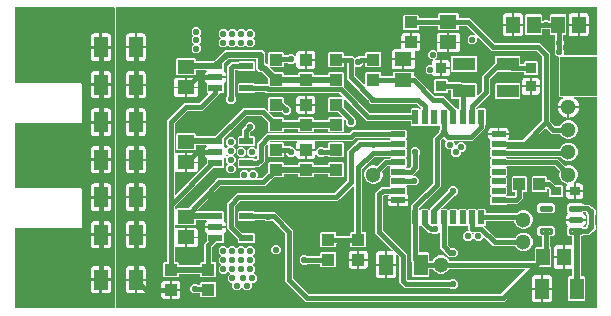
<source format=gbr>
G04 EAGLE Gerber RS-274X export*
G75*
%MOMM*%
%FSLAX34Y34*%
%LPD*%
%INTop Copper*%
%IPPOS*%
%AMOC8*
5,1,8,0,0,1.08239X$1,22.5*%
G01*
%ADD10R,1.164600X1.815300*%
%ADD11R,0.970200X0.920900*%
%ADD12R,1.164600X1.465300*%
%ADD13R,1.465300X1.164600*%
%ADD14R,0.900000X0.800000*%
%ADD15C,1.300000*%
%ADD16R,1.200000X0.600000*%
%ADD17R,1.000000X1.100000*%
%ADD18R,1.100000X1.000000*%
%ADD19R,1.200000X0.500000*%
%ADD20R,0.500000X1.200000*%
%ADD21R,1.900000X1.100000*%
%ADD22C,0.295000*%
%ADD23C,0.406400*%
%ADD24C,0.553200*%
%ADD25C,0.127000*%
%ADD26C,0.508000*%

G36*
X493769Y743962D02*
X493769Y743962D01*
X493820Y743964D01*
X493852Y743982D01*
X493888Y743990D01*
X493927Y744023D01*
X493972Y744047D01*
X493993Y744077D01*
X494021Y744100D01*
X494042Y744147D01*
X494072Y744189D01*
X494080Y744231D01*
X494092Y744259D01*
X494091Y744289D01*
X494099Y744331D01*
X494099Y922279D01*
X494088Y922329D01*
X494086Y922380D01*
X494068Y922412D01*
X494060Y922448D01*
X494027Y922487D01*
X494003Y922532D01*
X493973Y922553D01*
X493950Y922581D01*
X493903Y922602D01*
X493861Y922632D01*
X493819Y922640D01*
X493791Y922652D01*
X493761Y922651D01*
X493719Y922659D01*
X475065Y922659D01*
X475004Y922645D01*
X474942Y922639D01*
X474921Y922626D01*
X474897Y922620D01*
X474848Y922580D01*
X474795Y922547D01*
X474782Y922526D01*
X474763Y922510D01*
X474737Y922452D01*
X474705Y922399D01*
X474702Y922374D01*
X474692Y922352D01*
X474694Y922289D01*
X474689Y922227D01*
X474698Y922203D01*
X474699Y922178D01*
X474729Y922123D01*
X474751Y922065D01*
X474771Y922045D01*
X474781Y922026D01*
X474812Y922005D01*
X474854Y921963D01*
X475663Y921422D01*
X476922Y920163D01*
X477912Y918683D01*
X478593Y917037D01*
X478941Y915290D01*
X478941Y915161D01*
X470281Y915161D01*
X470231Y915150D01*
X470180Y915148D01*
X470148Y915130D01*
X470112Y915122D01*
X470073Y915089D01*
X470028Y915065D01*
X470007Y915035D01*
X469979Y915011D01*
X469958Y914965D01*
X469928Y914923D01*
X469920Y914881D01*
X469908Y914853D01*
X469909Y914823D01*
X469901Y914781D01*
X469901Y914399D01*
X469899Y914399D01*
X469899Y914781D01*
X469888Y914831D01*
X469886Y914882D01*
X469868Y914914D01*
X469860Y914950D01*
X469827Y914989D01*
X469803Y915034D01*
X469773Y915055D01*
X469749Y915083D01*
X469703Y915104D01*
X469661Y915134D01*
X469619Y915142D01*
X469591Y915154D01*
X469561Y915153D01*
X469519Y915161D01*
X460859Y915161D01*
X460859Y915290D01*
X460951Y915751D01*
X461027Y916131D01*
X461027Y916132D01*
X461207Y917037D01*
X461888Y918683D01*
X462878Y920163D01*
X464137Y921422D01*
X464946Y921963D01*
X464989Y922009D01*
X465037Y922049D01*
X465047Y922071D01*
X465064Y922089D01*
X465082Y922149D01*
X465108Y922207D01*
X465107Y922232D01*
X465114Y922255D01*
X465104Y922317D01*
X465101Y922380D01*
X465089Y922402D01*
X465085Y922426D01*
X465049Y922477D01*
X465019Y922532D01*
X464998Y922546D01*
X464984Y922567D01*
X464928Y922596D01*
X464877Y922632D01*
X464849Y922637D01*
X464830Y922647D01*
X464793Y922648D01*
X464735Y922659D01*
X462763Y922659D01*
X461649Y923773D01*
X461649Y956978D01*
X461638Y957028D01*
X461636Y957079D01*
X461618Y957111D01*
X461610Y957147D01*
X461577Y957186D01*
X461553Y957231D01*
X461523Y957252D01*
X461500Y957280D01*
X461453Y957301D01*
X461411Y957331D01*
X461370Y957339D01*
X461342Y957351D01*
X461311Y957350D01*
X461269Y957358D01*
X460610Y957358D01*
X458248Y959720D01*
X458248Y963060D01*
X458871Y963683D01*
X458911Y963747D01*
X458955Y963809D01*
X458957Y963821D01*
X458962Y963830D01*
X458966Y963867D01*
X458982Y963951D01*
X458982Y966449D01*
X458965Y966523D01*
X458952Y966597D01*
X458945Y966607D01*
X458943Y966617D01*
X458919Y966646D01*
X458871Y966717D01*
X458248Y967340D01*
X458248Y970680D01*
X458871Y971303D01*
X458911Y971367D01*
X458955Y971429D01*
X458957Y971441D01*
X458962Y971450D01*
X458966Y971487D01*
X458982Y971571D01*
X458982Y975278D01*
X458971Y975327D01*
X458969Y975378D01*
X458951Y975411D01*
X458943Y975446D01*
X458910Y975486D01*
X458886Y975531D01*
X458856Y975552D01*
X458833Y975580D01*
X458786Y975601D01*
X458744Y975630D01*
X458703Y975638D01*
X458675Y975651D01*
X458644Y975650D01*
X458602Y975658D01*
X454799Y975658D01*
X454057Y976399D01*
X454057Y980572D01*
X454046Y980622D01*
X454044Y980673D01*
X454026Y980705D01*
X454018Y980741D01*
X453985Y980780D01*
X453961Y980825D01*
X453931Y980846D01*
X453908Y980874D01*
X453861Y980895D01*
X453819Y980925D01*
X453778Y980933D01*
X453750Y980945D01*
X453719Y980944D01*
X453677Y980952D01*
X453411Y980952D01*
X453337Y980935D01*
X453263Y980922D01*
X453253Y980915D01*
X453243Y980913D01*
X453214Y980889D01*
X453143Y980841D01*
X452520Y980218D01*
X449180Y980218D01*
X448557Y980841D01*
X448493Y980881D01*
X448431Y980925D01*
X448419Y980927D01*
X448410Y980932D01*
X448373Y980936D01*
X448289Y980952D01*
X448023Y980952D01*
X447973Y980941D01*
X447922Y980939D01*
X447890Y980921D01*
X447854Y980913D01*
X447815Y980880D01*
X447770Y980856D01*
X447749Y980826D01*
X447721Y980803D01*
X447700Y980756D01*
X447670Y980714D01*
X447662Y980673D01*
X447650Y980645D01*
X447651Y980614D01*
X447643Y980572D01*
X447643Y976399D01*
X446901Y975658D01*
X434207Y975658D01*
X433465Y976399D01*
X433465Y992101D01*
X434207Y992842D01*
X446901Y992842D01*
X447643Y992101D01*
X447643Y987928D01*
X447654Y987878D01*
X447656Y987827D01*
X447674Y987795D01*
X447682Y987759D01*
X447715Y987720D01*
X447739Y987675D01*
X447769Y987654D01*
X447792Y987626D01*
X447839Y987605D01*
X447881Y987575D01*
X447922Y987567D01*
X447950Y987555D01*
X447981Y987556D01*
X448023Y987548D01*
X448289Y987548D01*
X448363Y987565D01*
X448437Y987578D01*
X448447Y987585D01*
X448457Y987587D01*
X448486Y987611D01*
X448557Y987659D01*
X449180Y988282D01*
X452520Y988282D01*
X453143Y987659D01*
X453207Y987619D01*
X453269Y987575D01*
X453281Y987573D01*
X453290Y987568D01*
X453327Y987564D01*
X453411Y987548D01*
X453677Y987548D01*
X453727Y987559D01*
X453778Y987561D01*
X453810Y987579D01*
X453846Y987587D01*
X453885Y987620D01*
X453930Y987644D01*
X453951Y987674D01*
X453979Y987697D01*
X454000Y987744D01*
X454030Y987786D01*
X454038Y987827D01*
X454050Y987855D01*
X454049Y987886D01*
X454057Y987928D01*
X454057Y992101D01*
X454799Y992842D01*
X467493Y992842D01*
X468235Y992101D01*
X468235Y976399D01*
X467493Y975658D01*
X465958Y975658D01*
X465908Y975646D01*
X465857Y975644D01*
X465825Y975627D01*
X465789Y975618D01*
X465750Y975586D01*
X465705Y975562D01*
X465684Y975532D01*
X465656Y975508D01*
X465635Y975462D01*
X465605Y975420D01*
X465597Y975378D01*
X465585Y975350D01*
X465586Y975319D01*
X465578Y975278D01*
X465578Y971571D01*
X465595Y971497D01*
X465608Y971423D01*
X465615Y971413D01*
X465617Y971403D01*
X465641Y971374D01*
X465689Y971303D01*
X466312Y970680D01*
X466312Y967340D01*
X465689Y966717D01*
X465649Y966653D01*
X465605Y966591D01*
X465603Y966579D01*
X465598Y966570D01*
X465594Y966533D01*
X465578Y966449D01*
X465578Y963951D01*
X465595Y963877D01*
X465608Y963803D01*
X465615Y963792D01*
X465617Y963783D01*
X465641Y963754D01*
X465689Y963683D01*
X466312Y963060D01*
X466312Y959720D01*
X465451Y958860D01*
X465438Y958838D01*
X465418Y958821D01*
X465393Y958765D01*
X465360Y958713D01*
X465358Y958687D01*
X465347Y958663D01*
X465349Y958602D01*
X465343Y958540D01*
X465353Y958516D01*
X465354Y958490D01*
X465383Y958436D01*
X465405Y958378D01*
X465424Y958361D01*
X465436Y958338D01*
X465487Y958302D01*
X465532Y958260D01*
X465557Y958253D01*
X465578Y958238D01*
X465663Y958222D01*
X465698Y958211D01*
X465708Y958213D01*
X465720Y958211D01*
X493719Y958211D01*
X493769Y958222D01*
X493820Y958224D01*
X493852Y958242D01*
X493888Y958250D01*
X493927Y958283D01*
X493972Y958307D01*
X493993Y958337D01*
X494021Y958360D01*
X494042Y958407D01*
X494072Y958449D01*
X494080Y958490D01*
X494092Y958518D01*
X494091Y958549D01*
X494099Y958591D01*
X494099Y998619D01*
X494088Y998669D01*
X494086Y998720D01*
X494068Y998752D01*
X494060Y998788D01*
X494027Y998827D01*
X494003Y998872D01*
X493973Y998893D01*
X493950Y998921D01*
X493903Y998942D01*
X493861Y998972D01*
X493819Y998980D01*
X493791Y998992D01*
X493761Y998991D01*
X493719Y998999D01*
X87371Y998999D01*
X87321Y998988D01*
X87270Y998986D01*
X87238Y998968D01*
X87202Y998960D01*
X87163Y998927D01*
X87118Y998903D01*
X87097Y998873D01*
X87069Y998850D01*
X87048Y998803D01*
X87018Y998761D01*
X87010Y998719D01*
X86998Y998691D01*
X86999Y998661D01*
X86991Y998619D01*
X86991Y744331D01*
X87002Y744281D01*
X87004Y744230D01*
X87022Y744198D01*
X87030Y744162D01*
X87063Y744123D01*
X87087Y744078D01*
X87117Y744057D01*
X87140Y744029D01*
X87187Y744008D01*
X87229Y743978D01*
X87270Y743970D01*
X87298Y743958D01*
X87329Y743959D01*
X87371Y743951D01*
X493719Y743951D01*
X493769Y743962D01*
G37*
%LPC*%
G36*
X247554Y749812D02*
X247554Y749812D01*
X230382Y766984D01*
X230382Y807467D01*
X230370Y807519D01*
X230369Y807553D01*
X230360Y807569D01*
X230352Y807615D01*
X230345Y807625D01*
X230343Y807635D01*
X230319Y807664D01*
X230271Y807735D01*
X219228Y818779D01*
X219185Y818805D01*
X219147Y818840D01*
X219112Y818851D01*
X219081Y818870D01*
X219030Y818875D01*
X218981Y818889D01*
X218945Y818883D01*
X218908Y818887D01*
X218861Y818868D01*
X218810Y818860D01*
X218775Y818836D01*
X218746Y818825D01*
X218726Y818802D01*
X218690Y818779D01*
X217570Y817658D01*
X214230Y817658D01*
X212997Y818891D01*
X212933Y818931D01*
X212871Y818975D01*
X212859Y818977D01*
X212850Y818982D01*
X212813Y818986D01*
X212729Y819002D01*
X204856Y819002D01*
X204806Y818991D01*
X204755Y818989D01*
X204723Y818971D01*
X204717Y818970D01*
X204707Y818968D01*
X204706Y818967D01*
X204687Y818963D01*
X204648Y818930D01*
X204603Y818906D01*
X204592Y818891D01*
X204587Y818887D01*
X203734Y818034D01*
X190686Y818034D01*
X189944Y818776D01*
X189944Y825824D01*
X190686Y826566D01*
X203734Y826566D01*
X204568Y825731D01*
X204572Y825725D01*
X204582Y825718D01*
X204587Y825713D01*
X204602Y825703D01*
X204625Y825676D01*
X204672Y825655D01*
X204714Y825625D01*
X204755Y825617D01*
X204783Y825605D01*
X204814Y825606D01*
X204856Y825598D01*
X213949Y825598D01*
X214023Y825615D01*
X214097Y825628D01*
X214107Y825635D01*
X214117Y825637D01*
X214146Y825661D01*
X214217Y825709D01*
X214230Y825722D01*
X217570Y825722D01*
X217583Y825709D01*
X217647Y825669D01*
X217709Y825625D01*
X217721Y825623D01*
X217730Y825618D01*
X217767Y825614D01*
X217851Y825598D01*
X221736Y825598D01*
X236978Y810356D01*
X236978Y769873D01*
X236995Y769799D01*
X237008Y769725D01*
X237015Y769715D01*
X237017Y769705D01*
X237041Y769676D01*
X237089Y769605D01*
X250175Y756519D01*
X250239Y756479D01*
X250301Y756435D01*
X250313Y756433D01*
X250322Y756428D01*
X250359Y756424D01*
X250443Y756408D01*
X412633Y756408D01*
X412707Y756425D01*
X412781Y756438D01*
X412791Y756445D01*
X412801Y756447D01*
X412830Y756471D01*
X412901Y756519D01*
X433486Y777103D01*
X433499Y777125D01*
X433519Y777142D01*
X433544Y777198D01*
X433577Y777250D01*
X433580Y777276D01*
X433590Y777300D01*
X433588Y777361D01*
X433594Y777423D01*
X433584Y777447D01*
X433583Y777473D01*
X433554Y777527D01*
X433532Y777585D01*
X433513Y777602D01*
X433501Y777625D01*
X433450Y777661D01*
X433405Y777703D01*
X433380Y777710D01*
X433359Y777725D01*
X433274Y777741D01*
X433239Y777752D01*
X433229Y777750D01*
X433217Y777752D01*
X369244Y777752D01*
X369182Y777738D01*
X369119Y777731D01*
X369098Y777718D01*
X369075Y777713D01*
X369026Y777672D01*
X368972Y777638D01*
X368957Y777616D01*
X368941Y777603D01*
X368926Y777568D01*
X368892Y777518D01*
X368533Y776651D01*
X366349Y774467D01*
X363495Y773284D01*
X360405Y773284D01*
X357551Y774467D01*
X355367Y776651D01*
X355008Y777518D01*
X354971Y777569D01*
X354940Y777625D01*
X354921Y777639D01*
X354907Y777658D01*
X354850Y777688D01*
X354799Y777725D01*
X354772Y777730D01*
X354754Y777740D01*
X354716Y777741D01*
X354656Y777752D01*
X352423Y777752D01*
X352373Y777741D01*
X352322Y777739D01*
X352290Y777721D01*
X352254Y777713D01*
X352215Y777680D01*
X352170Y777656D01*
X352149Y777626D01*
X352121Y777603D01*
X352100Y777556D01*
X352070Y777514D01*
X352062Y777473D01*
X352050Y777445D01*
X352051Y777414D01*
X352043Y777372D01*
X352043Y771449D01*
X351301Y770708D01*
X338607Y770708D01*
X337865Y771449D01*
X337865Y783318D01*
X337848Y783392D01*
X337835Y783466D01*
X337828Y783476D01*
X337826Y783486D01*
X337802Y783515D01*
X337754Y783586D01*
X337002Y784338D01*
X337002Y813950D01*
X336989Y814006D01*
X336989Y814017D01*
X336985Y814024D01*
X336972Y814099D01*
X336965Y814109D01*
X336963Y814119D01*
X336939Y814148D01*
X336891Y814219D01*
X336534Y814576D01*
X336534Y827624D01*
X336891Y827981D01*
X336931Y828045D01*
X336975Y828108D01*
X336977Y828120D01*
X336982Y828128D01*
X336986Y828165D01*
X337002Y828250D01*
X337002Y831946D01*
X355176Y850120D01*
X355216Y850184D01*
X355260Y850246D01*
X355262Y850258D01*
X355267Y850267D01*
X355271Y850304D01*
X355279Y850345D01*
X355280Y850348D01*
X355280Y850352D01*
X355287Y850388D01*
X355287Y888651D01*
X360157Y893521D01*
X360166Y893535D01*
X360170Y893539D01*
X360176Y893551D01*
X360197Y893585D01*
X360241Y893647D01*
X360243Y893659D01*
X360248Y893668D01*
X360252Y893705D01*
X360268Y893789D01*
X360268Y894670D01*
X360891Y895293D01*
X360931Y895357D01*
X360975Y895419D01*
X360977Y895431D01*
X360982Y895440D01*
X360986Y895477D01*
X361002Y895561D01*
X361002Y898950D01*
X360985Y899024D01*
X360972Y899099D01*
X360965Y899109D01*
X360963Y899119D01*
X360939Y899148D01*
X360891Y899219D01*
X360569Y899541D01*
X360526Y899568D01*
X360488Y899603D01*
X360453Y899613D01*
X360422Y899633D01*
X360371Y899637D01*
X360322Y899652D01*
X360286Y899646D01*
X360249Y899649D01*
X360202Y899631D01*
X360151Y899622D01*
X360116Y899598D01*
X360087Y899588D01*
X360067Y899565D01*
X360031Y899541D01*
X359324Y898834D01*
X353276Y898834D01*
X352569Y899541D01*
X352526Y899568D01*
X352488Y899603D01*
X352453Y899613D01*
X352422Y899633D01*
X352371Y899637D01*
X352322Y899652D01*
X352286Y899646D01*
X352249Y899649D01*
X352202Y899631D01*
X352151Y899622D01*
X352116Y899598D01*
X352087Y899588D01*
X352066Y899565D01*
X352031Y899541D01*
X351324Y898834D01*
X345276Y898834D01*
X344569Y899541D01*
X344526Y899568D01*
X344488Y899603D01*
X344453Y899613D01*
X344422Y899633D01*
X344371Y899637D01*
X344322Y899652D01*
X344286Y899646D01*
X344249Y899649D01*
X344202Y899631D01*
X344151Y899622D01*
X344116Y899598D01*
X344087Y899588D01*
X344066Y899565D01*
X344031Y899541D01*
X343324Y898834D01*
X337276Y898834D01*
X336534Y899576D01*
X336534Y902422D01*
X336523Y902472D01*
X336521Y902523D01*
X336503Y902555D01*
X336495Y902591D01*
X336462Y902630D01*
X336438Y902675D01*
X336408Y902696D01*
X336385Y902724D01*
X336338Y902745D01*
X336296Y902775D01*
X336255Y902783D01*
X336227Y902795D01*
X336196Y902794D01*
X336154Y902802D01*
X299034Y902802D01*
X280465Y921372D01*
X280443Y921385D01*
X280426Y921405D01*
X280370Y921430D01*
X280318Y921463D01*
X280292Y921466D01*
X280268Y921476D01*
X280207Y921474D01*
X280145Y921480D01*
X280121Y921470D01*
X280095Y921469D01*
X280041Y921440D01*
X279983Y921418D01*
X279966Y921399D01*
X279943Y921387D01*
X279907Y921336D01*
X279865Y921291D01*
X279858Y921266D01*
X279843Y921245D01*
X279827Y921160D01*
X279816Y921125D01*
X279818Y921115D01*
X279816Y921103D01*
X279816Y914605D01*
X279833Y914531D01*
X279846Y914457D01*
X279853Y914447D01*
X279855Y914437D01*
X279879Y914408D01*
X279927Y914337D01*
X289048Y905216D01*
X289048Y904261D01*
X289065Y904187D01*
X289078Y904113D01*
X289085Y904103D01*
X289087Y904093D01*
X289111Y904064D01*
X289159Y903993D01*
X289782Y903370D01*
X289782Y900030D01*
X287420Y897668D01*
X284080Y897668D01*
X281718Y900030D01*
X281718Y903061D01*
X281701Y903135D01*
X281688Y903209D01*
X281681Y903219D01*
X281679Y903229D01*
X281655Y903258D01*
X281607Y903329D01*
X280465Y904472D01*
X280443Y904485D01*
X280426Y904505D01*
X280370Y904530D01*
X280318Y904563D01*
X280292Y904566D01*
X280268Y904576D01*
X280207Y904574D01*
X280145Y904580D01*
X280121Y904570D01*
X280095Y904569D01*
X280041Y904540D01*
X279983Y904518D01*
X279966Y904499D01*
X279943Y904487D01*
X279907Y904436D01*
X279865Y904391D01*
X279858Y904366D01*
X279843Y904345D01*
X279827Y904260D01*
X279816Y904225D01*
X279818Y904215D01*
X279816Y904203D01*
X279816Y894026D01*
X279074Y893284D01*
X267026Y893284D01*
X266284Y894026D01*
X266284Y895364D01*
X266273Y895414D01*
X266271Y895465D01*
X266253Y895497D01*
X266245Y895533D01*
X266212Y895572D01*
X266188Y895617D01*
X266158Y895638D01*
X266135Y895666D01*
X266088Y895687D01*
X266046Y895717D01*
X266005Y895725D01*
X265977Y895737D01*
X265946Y895736D01*
X265904Y895744D01*
X254796Y895744D01*
X254746Y895733D01*
X254695Y895731D01*
X254663Y895713D01*
X254627Y895705D01*
X254588Y895672D01*
X254543Y895648D01*
X254522Y895618D01*
X254494Y895595D01*
X254473Y895548D01*
X254443Y895506D01*
X254435Y895465D01*
X254423Y895437D01*
X254424Y895406D01*
X254416Y895364D01*
X254416Y894026D01*
X253674Y893284D01*
X241626Y893284D01*
X240884Y894026D01*
X240884Y895364D01*
X240873Y895414D01*
X240871Y895465D01*
X240853Y895497D01*
X240845Y895533D01*
X240812Y895572D01*
X240788Y895617D01*
X240758Y895638D01*
X240735Y895666D01*
X240688Y895687D01*
X240646Y895717D01*
X240605Y895725D01*
X240577Y895737D01*
X240546Y895736D01*
X240504Y895744D01*
X229396Y895744D01*
X229346Y895733D01*
X229295Y895731D01*
X229263Y895713D01*
X229227Y895705D01*
X229188Y895672D01*
X229143Y895648D01*
X229122Y895618D01*
X229094Y895595D01*
X229073Y895548D01*
X229043Y895506D01*
X229035Y895465D01*
X229023Y895437D01*
X229024Y895406D01*
X229016Y895364D01*
X229016Y894026D01*
X228274Y893284D01*
X216226Y893284D01*
X215484Y894026D01*
X215484Y901495D01*
X215467Y901569D01*
X215454Y901643D01*
X215447Y901653D01*
X215445Y901663D01*
X215421Y901692D01*
X215373Y901763D01*
X209955Y907181D01*
X209891Y907221D01*
X209829Y907265D01*
X209817Y907267D01*
X209808Y907272D01*
X209771Y907276D01*
X209687Y907292D01*
X197403Y907292D01*
X197329Y907275D01*
X197255Y907262D01*
X197245Y907255D01*
X197235Y907253D01*
X197206Y907229D01*
X197135Y907181D01*
X178467Y888513D01*
X178427Y888449D01*
X178383Y888387D01*
X178381Y888375D01*
X178376Y888366D01*
X178372Y888329D01*
X178356Y888245D01*
X178356Y882276D01*
X178216Y882136D01*
X178209Y882125D01*
X178198Y882117D01*
X178164Y882052D01*
X178125Y881989D01*
X178123Y881976D01*
X178117Y881964D01*
X178115Y881890D01*
X178108Y881817D01*
X178113Y881804D01*
X178113Y881790D01*
X178144Y881724D01*
X178170Y881655D01*
X178180Y881646D01*
X178186Y881633D01*
X178295Y881538D01*
X178650Y881333D01*
X179123Y880860D01*
X179458Y880281D01*
X179634Y879621D01*
X179634Y879620D01*
X179636Y879614D01*
X179644Y879586D01*
X179655Y879566D01*
X179656Y879562D01*
X179670Y879502D01*
X179687Y879482D01*
X179696Y879458D01*
X179741Y879416D01*
X179780Y879368D01*
X179804Y879357D01*
X179823Y879340D01*
X179882Y879322D01*
X179939Y879297D01*
X179964Y879298D01*
X179989Y879291D01*
X180050Y879301D01*
X180112Y879304D01*
X180134Y879316D01*
X180160Y879320D01*
X180231Y879369D01*
X180264Y879386D01*
X180270Y879395D01*
X180280Y879401D01*
X181990Y881111D01*
X182016Y881154D01*
X182051Y881192D01*
X182062Y881227D01*
X182081Y881258D01*
X182086Y881309D01*
X182100Y881358D01*
X182094Y881394D01*
X182097Y881431D01*
X182079Y881479D01*
X182071Y881529D01*
X182047Y881564D01*
X182036Y881593D01*
X182013Y881614D01*
X181990Y881649D01*
X180118Y883520D01*
X180118Y886860D01*
X182480Y889222D01*
X185820Y889222D01*
X188182Y886860D01*
X188182Y883520D01*
X186310Y881649D01*
X186284Y881606D01*
X186249Y881568D01*
X186238Y881533D01*
X186219Y881502D01*
X186214Y881451D01*
X186200Y881402D01*
X186206Y881366D01*
X186203Y881329D01*
X186221Y881282D01*
X186229Y881231D01*
X186253Y881196D01*
X186264Y881167D01*
X186287Y881146D01*
X186310Y881111D01*
X188182Y879240D01*
X188182Y875900D01*
X186310Y874029D01*
X186284Y873986D01*
X186249Y873948D01*
X186238Y873913D01*
X186219Y873882D01*
X186214Y873831D01*
X186200Y873782D01*
X186206Y873746D01*
X186203Y873709D01*
X186221Y873662D01*
X186229Y873611D01*
X186253Y873576D01*
X186264Y873547D01*
X186287Y873526D01*
X186310Y873491D01*
X188182Y871620D01*
X188182Y868280D01*
X186310Y866409D01*
X186284Y866366D01*
X186249Y866328D01*
X186238Y866293D01*
X186219Y866262D01*
X186214Y866211D01*
X186200Y866162D01*
X186206Y866126D01*
X186203Y866089D01*
X186221Y866042D01*
X186229Y865991D01*
X186253Y865956D01*
X186264Y865927D01*
X186287Y865906D01*
X186310Y865871D01*
X188182Y864000D01*
X188182Y860660D01*
X185820Y858298D01*
X182480Y858298D01*
X180118Y860660D01*
X180118Y864000D01*
X181990Y865871D01*
X182016Y865914D01*
X182051Y865952D01*
X182062Y865987D01*
X182081Y866018D01*
X182086Y866069D01*
X182100Y866118D01*
X182094Y866154D01*
X182097Y866191D01*
X182079Y866239D01*
X182071Y866289D01*
X182047Y866324D01*
X182036Y866353D01*
X182013Y866374D01*
X181990Y866409D01*
X180118Y868280D01*
X180118Y871620D01*
X181990Y873491D01*
X182016Y873534D01*
X182051Y873572D01*
X182062Y873607D01*
X182081Y873638D01*
X182086Y873689D01*
X182100Y873738D01*
X182094Y873774D01*
X182097Y873811D01*
X182079Y873859D01*
X182071Y873909D01*
X182047Y873944D01*
X182036Y873973D01*
X182013Y873994D01*
X181990Y874029D01*
X180280Y875739D01*
X180258Y875752D01*
X180242Y875772D01*
X180185Y875797D01*
X180133Y875830D01*
X180107Y875832D01*
X180083Y875843D01*
X180022Y875841D01*
X179960Y875847D01*
X179936Y875837D01*
X179910Y875836D01*
X179856Y875807D01*
X179798Y875785D01*
X179781Y875766D01*
X179758Y875754D01*
X179723Y875703D01*
X179681Y875658D01*
X179673Y875633D01*
X179658Y875612D01*
X179642Y875527D01*
X179631Y875492D01*
X179633Y875482D01*
X179631Y875470D01*
X179631Y872965D01*
X179458Y872319D01*
X179123Y871740D01*
X178650Y871267D01*
X178295Y871062D01*
X178285Y871053D01*
X178272Y871048D01*
X178222Y870994D01*
X178169Y870943D01*
X178164Y870931D01*
X178155Y870921D01*
X178134Y870850D01*
X178108Y870781D01*
X178109Y870768D01*
X178105Y870754D01*
X178118Y870682D01*
X178126Y870609D01*
X178133Y870597D01*
X178135Y870584D01*
X178216Y870464D01*
X178356Y870324D01*
X178356Y863276D01*
X177614Y862534D01*
X168855Y862534D01*
X168781Y862517D01*
X168707Y862504D01*
X168697Y862497D01*
X168687Y862495D01*
X168658Y862471D01*
X168587Y862423D01*
X136759Y830595D01*
X136719Y830531D01*
X136675Y830469D01*
X136673Y830457D01*
X136668Y830448D01*
X136664Y830411D01*
X136648Y830327D01*
X136648Y812263D01*
X136662Y812202D01*
X136668Y812139D01*
X136681Y812118D01*
X136687Y812094D01*
X136727Y812046D01*
X136761Y811992D01*
X136782Y811980D01*
X136797Y811961D01*
X136855Y811935D01*
X136908Y811902D01*
X136933Y811900D01*
X136955Y811890D01*
X137018Y811892D01*
X137081Y811886D01*
X137107Y811895D01*
X137129Y811896D01*
X137161Y811914D01*
X137218Y811934D01*
X137743Y812237D01*
X138389Y812410D01*
X145289Y812410D01*
X145289Y804427D01*
X145300Y804377D01*
X145302Y804326D01*
X145320Y804294D01*
X145328Y804258D01*
X145361Y804219D01*
X145385Y804174D01*
X145415Y804153D01*
X145438Y804125D01*
X145485Y804104D01*
X145527Y804074D01*
X145569Y804066D01*
X145597Y804054D01*
X145627Y804055D01*
X145669Y804047D01*
X146051Y804047D01*
X146051Y804045D01*
X145669Y804045D01*
X145619Y804034D01*
X145568Y804032D01*
X145536Y804014D01*
X145500Y804006D01*
X145461Y803973D01*
X145416Y803949D01*
X145395Y803919D01*
X145367Y803895D01*
X145346Y803849D01*
X145316Y803807D01*
X145308Y803765D01*
X145296Y803737D01*
X145296Y803724D01*
X145296Y803722D01*
X145296Y803704D01*
X145289Y803665D01*
X145289Y795682D01*
X138389Y795682D01*
X137743Y795855D01*
X137218Y796158D01*
X137158Y796177D01*
X137100Y796202D01*
X137076Y796201D01*
X137052Y796209D01*
X136990Y796198D01*
X136927Y796196D01*
X136906Y796184D01*
X136881Y796180D01*
X136830Y796143D01*
X136775Y796113D01*
X136761Y796093D01*
X136741Y796079D01*
X136711Y796023D01*
X136675Y795971D01*
X136670Y795944D01*
X136660Y795925D01*
X136659Y795888D01*
X136648Y795829D01*
X136648Y783496D01*
X136659Y783446D01*
X136661Y783395D01*
X136679Y783363D01*
X136687Y783327D01*
X136720Y783288D01*
X136744Y783243D01*
X136774Y783222D01*
X136797Y783194D01*
X136844Y783173D01*
X136886Y783143D01*
X136927Y783135D01*
X136955Y783123D01*
X136986Y783124D01*
X137028Y783116D01*
X139374Y783116D01*
X140116Y782374D01*
X140116Y781036D01*
X140127Y780986D01*
X140129Y780935D01*
X140147Y780903D01*
X140155Y780867D01*
X140188Y780828D01*
X140212Y780783D01*
X140242Y780762D01*
X140265Y780734D01*
X140312Y780713D01*
X140354Y780683D01*
X140395Y780675D01*
X140423Y780663D01*
X140454Y780664D01*
X140496Y780656D01*
X157954Y780656D01*
X158004Y780667D01*
X158055Y780669D01*
X158087Y780687D01*
X158123Y780695D01*
X158162Y780728D01*
X158207Y780752D01*
X158228Y780782D01*
X158256Y780805D01*
X158277Y780852D01*
X158307Y780894D01*
X158315Y780935D01*
X158327Y780963D01*
X158326Y780994D01*
X158334Y781036D01*
X158334Y782374D01*
X159076Y783116D01*
X161422Y783116D01*
X161472Y783127D01*
X161523Y783129D01*
X161555Y783147D01*
X161591Y783155D01*
X161630Y783188D01*
X161675Y783212D01*
X161696Y783242D01*
X161724Y783265D01*
X161745Y783312D01*
X161775Y783354D01*
X161783Y783395D01*
X161795Y783423D01*
X161795Y783424D01*
X161794Y783454D01*
X161802Y783496D01*
X161802Y798676D01*
X163713Y800587D01*
X163753Y800651D01*
X163797Y800713D01*
X163799Y800725D01*
X163804Y800734D01*
X163808Y800771D01*
X163824Y800855D01*
X163824Y806824D01*
X163964Y806964D01*
X163971Y806975D01*
X163982Y806983D01*
X164016Y807048D01*
X164055Y807111D01*
X164057Y807124D01*
X164063Y807136D01*
X164065Y807210D01*
X164072Y807283D01*
X164067Y807296D01*
X164067Y807310D01*
X164036Y807376D01*
X164010Y807445D01*
X164000Y807454D01*
X163994Y807467D01*
X163885Y807562D01*
X163530Y807767D01*
X163057Y808240D01*
X162722Y808819D01*
X162549Y809465D01*
X162549Y812039D01*
X170709Y812039D01*
X170759Y812050D01*
X170810Y812052D01*
X170842Y812070D01*
X170878Y812078D01*
X170917Y812111D01*
X170962Y812135D01*
X170983Y812165D01*
X171011Y812188D01*
X171032Y812235D01*
X171062Y812277D01*
X171070Y812319D01*
X171082Y812347D01*
X171081Y812377D01*
X171089Y812419D01*
X171089Y813181D01*
X171078Y813231D01*
X171076Y813282D01*
X171058Y813314D01*
X171050Y813350D01*
X171017Y813389D01*
X170993Y813434D01*
X170963Y813455D01*
X170939Y813483D01*
X170893Y813504D01*
X170851Y813534D01*
X170809Y813542D01*
X170781Y813554D01*
X170751Y813553D01*
X170709Y813561D01*
X162549Y813561D01*
X162549Y816135D01*
X162722Y816781D01*
X163057Y817360D01*
X163542Y817845D01*
X163552Y817862D01*
X163561Y817869D01*
X163563Y817873D01*
X163576Y817884D01*
X163601Y817940D01*
X163633Y817992D01*
X163636Y818018D01*
X163647Y818042D01*
X163644Y818103D01*
X163650Y818165D01*
X163641Y818189D01*
X163640Y818215D01*
X163610Y818269D01*
X163588Y818327D01*
X163569Y818344D01*
X163557Y818367D01*
X163507Y818403D01*
X163461Y818445D01*
X163437Y818452D01*
X163415Y818467D01*
X163331Y818483D01*
X163295Y818494D01*
X163285Y818492D01*
X163273Y818494D01*
X155022Y818494D01*
X154973Y818483D01*
X154922Y818481D01*
X154889Y818463D01*
X154854Y818455D01*
X154814Y818422D01*
X154769Y818398D01*
X154748Y818368D01*
X154720Y818345D01*
X154699Y818298D01*
X154670Y818256D01*
X154662Y818214D01*
X154649Y818187D01*
X154650Y818173D01*
X154649Y818172D01*
X154650Y818154D01*
X154642Y818114D01*
X154642Y815207D01*
X153901Y814465D01*
X138199Y814465D01*
X137458Y815207D01*
X137458Y827901D01*
X138199Y828643D01*
X148060Y828643D01*
X148139Y828661D01*
X148218Y828677D01*
X148223Y828681D01*
X148229Y828682D01*
X148252Y828701D01*
X148336Y828761D01*
X170452Y852104D01*
X170488Y852165D01*
X170529Y852223D01*
X170532Y852241D01*
X170533Y852243D01*
X171487Y853197D01*
X171490Y853201D01*
X171495Y853204D01*
X172423Y854184D01*
X172439Y854187D01*
X172454Y854197D01*
X172455Y854198D01*
X173804Y854198D01*
X173809Y854199D01*
X173814Y854198D01*
X175165Y854234D01*
X175177Y854225D01*
X175195Y854222D01*
X175208Y854214D01*
X175247Y854212D01*
X175320Y854198D01*
X192013Y854198D01*
X192038Y854204D01*
X192064Y854201D01*
X192121Y854223D01*
X192181Y854237D01*
X192201Y854254D01*
X192225Y854263D01*
X192267Y854308D01*
X192315Y854347D01*
X192326Y854371D01*
X192343Y854390D01*
X192361Y854449D01*
X192386Y854505D01*
X192385Y854531D01*
X192392Y854556D01*
X192382Y854617D01*
X192379Y854679D01*
X192367Y854701D01*
X192363Y854727D01*
X192314Y854798D01*
X192297Y854831D01*
X192289Y854837D01*
X192282Y854847D01*
X191548Y855580D01*
X191548Y858920D01*
X193910Y861282D01*
X197250Y861282D01*
X199121Y859410D01*
X199164Y859384D01*
X199202Y859349D01*
X199237Y859338D01*
X199268Y859319D01*
X199319Y859314D01*
X199368Y859300D01*
X199404Y859306D01*
X199441Y859303D01*
X199489Y859321D01*
X199539Y859329D01*
X199574Y859353D01*
X199603Y859364D01*
X199624Y859387D01*
X199659Y859410D01*
X201530Y861282D01*
X204870Y861282D01*
X207232Y858920D01*
X207232Y855580D01*
X206498Y854847D01*
X206485Y854825D01*
X206465Y854808D01*
X206440Y854752D01*
X206407Y854700D01*
X206405Y854674D01*
X206394Y854650D01*
X206396Y854589D01*
X206390Y854527D01*
X206400Y854503D01*
X206401Y854477D01*
X206430Y854423D01*
X206452Y854365D01*
X206471Y854348D01*
X206483Y854325D01*
X206534Y854289D01*
X206579Y854247D01*
X206604Y854240D01*
X206625Y854225D01*
X206710Y854209D01*
X206745Y854198D01*
X206755Y854200D01*
X206767Y854198D01*
X210177Y854198D01*
X210251Y854215D01*
X210325Y854228D01*
X210336Y854235D01*
X210345Y854237D01*
X210374Y854261D01*
X210445Y854309D01*
X215373Y859237D01*
X215413Y859301D01*
X215457Y859363D01*
X215459Y859375D01*
X215464Y859384D01*
X215468Y859421D01*
X215484Y859505D01*
X215484Y866974D01*
X216226Y867716D01*
X228274Y867716D01*
X229016Y866974D01*
X229016Y865636D01*
X229027Y865586D01*
X229029Y865535D01*
X229047Y865503D01*
X229055Y865467D01*
X229088Y865428D01*
X229112Y865383D01*
X229142Y865362D01*
X229165Y865334D01*
X229212Y865313D01*
X229254Y865283D01*
X229295Y865275D01*
X229323Y865263D01*
X229354Y865264D01*
X229396Y865256D01*
X240504Y865256D01*
X240554Y865267D01*
X240605Y865269D01*
X240637Y865287D01*
X240673Y865295D01*
X240712Y865328D01*
X240757Y865352D01*
X240778Y865382D01*
X240806Y865405D01*
X240827Y865452D01*
X240857Y865494D01*
X240865Y865535D01*
X240877Y865563D01*
X240876Y865594D01*
X240884Y865636D01*
X240884Y866974D01*
X241626Y867716D01*
X253674Y867716D01*
X254416Y866974D01*
X254416Y865636D01*
X254427Y865586D01*
X254429Y865535D01*
X254447Y865503D01*
X254455Y865467D01*
X254488Y865428D01*
X254512Y865383D01*
X254542Y865362D01*
X254565Y865334D01*
X254612Y865313D01*
X254654Y865283D01*
X254695Y865275D01*
X254723Y865263D01*
X254754Y865264D01*
X254796Y865256D01*
X265904Y865256D01*
X265954Y865267D01*
X266005Y865269D01*
X266037Y865287D01*
X266073Y865295D01*
X266112Y865328D01*
X266157Y865352D01*
X266178Y865382D01*
X266206Y865405D01*
X266227Y865452D01*
X266257Y865494D01*
X266265Y865535D01*
X266277Y865563D01*
X266276Y865594D01*
X266284Y865636D01*
X266284Y866974D01*
X267026Y867716D01*
X279074Y867716D01*
X279816Y866974D01*
X279816Y855926D01*
X279074Y855184D01*
X267026Y855184D01*
X266284Y855926D01*
X266284Y857264D01*
X266273Y857314D01*
X266271Y857365D01*
X266253Y857397D01*
X266245Y857433D01*
X266212Y857472D01*
X266188Y857517D01*
X266158Y857538D01*
X266135Y857566D01*
X266088Y857587D01*
X266046Y857617D01*
X266005Y857625D01*
X265977Y857637D01*
X265946Y857636D01*
X265904Y857644D01*
X254796Y857644D01*
X254746Y857633D01*
X254695Y857631D01*
X254663Y857613D01*
X254627Y857605D01*
X254588Y857572D01*
X254543Y857548D01*
X254522Y857518D01*
X254494Y857495D01*
X254473Y857448D01*
X254443Y857406D01*
X254435Y857365D01*
X254423Y857337D01*
X254424Y857306D01*
X254416Y857264D01*
X254416Y855926D01*
X253674Y855184D01*
X241626Y855184D01*
X240884Y855926D01*
X240884Y857264D01*
X240873Y857314D01*
X240871Y857365D01*
X240853Y857397D01*
X240845Y857433D01*
X240812Y857472D01*
X240788Y857517D01*
X240758Y857538D01*
X240735Y857566D01*
X240688Y857587D01*
X240646Y857617D01*
X240605Y857625D01*
X240577Y857637D01*
X240546Y857636D01*
X240504Y857644D01*
X229396Y857644D01*
X229346Y857633D01*
X229295Y857631D01*
X229263Y857613D01*
X229227Y857605D01*
X229188Y857572D01*
X229143Y857548D01*
X229122Y857518D01*
X229094Y857495D01*
X229073Y857448D01*
X229043Y857406D01*
X229035Y857365D01*
X229023Y857337D01*
X229024Y857306D01*
X229016Y857264D01*
X229016Y855926D01*
X228274Y855184D01*
X220805Y855184D01*
X220731Y855167D01*
X220657Y855154D01*
X220646Y855147D01*
X220637Y855145D01*
X220608Y855121D01*
X220537Y855073D01*
X215109Y849645D01*
X213066Y847602D01*
X175436Y847602D01*
X175357Y847584D01*
X175278Y847568D01*
X175272Y847564D01*
X175267Y847563D01*
X175244Y847544D01*
X175160Y847484D01*
X155513Y826747D01*
X155503Y826730D01*
X155487Y826716D01*
X155460Y826655D01*
X155426Y826598D01*
X155424Y826577D01*
X155416Y826558D01*
X155418Y826492D01*
X155414Y826425D01*
X155422Y826406D01*
X155423Y826385D01*
X155454Y826327D01*
X155480Y826265D01*
X155495Y826251D01*
X155505Y826233D01*
X155560Y826195D01*
X155610Y826150D01*
X155630Y826145D01*
X155647Y826133D01*
X155749Y826113D01*
X155778Y826106D01*
X155783Y826107D01*
X155789Y826106D01*
X163948Y826106D01*
X164022Y826123D01*
X164097Y826136D01*
X164107Y826143D01*
X164117Y826145D01*
X164146Y826169D01*
X164217Y826217D01*
X164566Y826566D01*
X177614Y826566D01*
X178356Y825824D01*
X178356Y818776D01*
X178216Y818636D01*
X178209Y818625D01*
X178198Y818617D01*
X178164Y818552D01*
X178125Y818489D01*
X178123Y818476D01*
X178117Y818464D01*
X178115Y818390D01*
X178108Y818317D01*
X178113Y818304D01*
X178113Y818290D01*
X178144Y818224D01*
X178170Y818155D01*
X178180Y818146D01*
X178186Y818133D01*
X178295Y818038D01*
X178650Y817833D01*
X179123Y817360D01*
X179458Y816781D01*
X179631Y816135D01*
X179631Y813561D01*
X171471Y813561D01*
X171421Y813550D01*
X171370Y813548D01*
X171338Y813530D01*
X171302Y813522D01*
X171263Y813489D01*
X171218Y813465D01*
X171197Y813435D01*
X171169Y813411D01*
X171148Y813365D01*
X171118Y813323D01*
X171110Y813281D01*
X171098Y813253D01*
X171099Y813231D01*
X171098Y813229D01*
X171098Y813219D01*
X171091Y813181D01*
X171091Y812419D01*
X171102Y812369D01*
X171104Y812318D01*
X171122Y812286D01*
X171130Y812250D01*
X171163Y812211D01*
X171187Y812166D01*
X171217Y812145D01*
X171241Y812117D01*
X171287Y812096D01*
X171329Y812066D01*
X171371Y812058D01*
X171399Y812046D01*
X171429Y812047D01*
X171471Y812039D01*
X179631Y812039D01*
X179631Y809465D01*
X179458Y808819D01*
X179123Y808240D01*
X178650Y807767D01*
X178295Y807562D01*
X178285Y807553D01*
X178272Y807548D01*
X178222Y807494D01*
X178169Y807443D01*
X178164Y807431D01*
X178155Y807421D01*
X178134Y807350D01*
X178108Y807281D01*
X178109Y807268D01*
X178105Y807254D01*
X178118Y807182D01*
X178126Y807109D01*
X178133Y807097D01*
X178135Y807084D01*
X178216Y806964D01*
X178356Y806824D01*
X178356Y799776D01*
X177614Y799034D01*
X171645Y799034D01*
X171571Y799017D01*
X171497Y799004D01*
X171487Y798997D01*
X171477Y798995D01*
X171448Y798971D01*
X171377Y798923D01*
X168509Y796055D01*
X168469Y795991D01*
X168425Y795929D01*
X168423Y795917D01*
X168418Y795908D01*
X168414Y795871D01*
X168398Y795787D01*
X168398Y783496D01*
X168409Y783446D01*
X168411Y783395D01*
X168429Y783363D01*
X168437Y783327D01*
X168470Y783288D01*
X168494Y783243D01*
X168524Y783222D01*
X168547Y783194D01*
X168594Y783173D01*
X168636Y783143D01*
X168677Y783135D01*
X168705Y783123D01*
X168736Y783124D01*
X168778Y783116D01*
X171124Y783116D01*
X171866Y782374D01*
X171866Y771326D01*
X171124Y770584D01*
X159076Y770584D01*
X158334Y771326D01*
X158334Y772664D01*
X158323Y772714D01*
X158321Y772765D01*
X158303Y772797D01*
X158295Y772833D01*
X158262Y772872D01*
X158238Y772917D01*
X158208Y772938D01*
X158185Y772966D01*
X158138Y772987D01*
X158096Y773017D01*
X158055Y773025D01*
X158027Y773037D01*
X157996Y773036D01*
X157954Y773044D01*
X140496Y773044D01*
X140446Y773033D01*
X140395Y773031D01*
X140363Y773013D01*
X140327Y773005D01*
X140288Y772972D01*
X140243Y772948D01*
X140222Y772918D01*
X140194Y772895D01*
X140173Y772848D01*
X140143Y772806D01*
X140135Y772765D01*
X140123Y772737D01*
X140124Y772706D01*
X140116Y772664D01*
X140116Y771326D01*
X139374Y770584D01*
X127326Y770584D01*
X126584Y771326D01*
X126584Y782374D01*
X127326Y783116D01*
X129672Y783116D01*
X129722Y783127D01*
X129773Y783129D01*
X129805Y783147D01*
X129841Y783155D01*
X129880Y783188D01*
X129925Y783212D01*
X129946Y783242D01*
X129974Y783265D01*
X129995Y783312D01*
X130025Y783354D01*
X130033Y783395D01*
X130045Y783423D01*
X130045Y783424D01*
X130044Y783454D01*
X130052Y783496D01*
X130052Y903066D01*
X144684Y917698D01*
X157227Y917698D01*
X157301Y917715D01*
X157375Y917728D01*
X157385Y917735D01*
X157395Y917737D01*
X157424Y917761D01*
X157495Y917809D01*
X165072Y925385D01*
X165085Y925407D01*
X165105Y925424D01*
X165130Y925480D01*
X165163Y925532D01*
X165166Y925558D01*
X165176Y925582D01*
X165174Y925643D01*
X165180Y925705D01*
X165170Y925729D01*
X165169Y925755D01*
X165140Y925809D01*
X165118Y925867D01*
X165099Y925884D01*
X165087Y925907D01*
X165036Y925943D01*
X164991Y925985D01*
X164966Y925992D01*
X164945Y926007D01*
X164860Y926023D01*
X164825Y926034D01*
X164815Y926032D01*
X164803Y926034D01*
X164566Y926034D01*
X163824Y926776D01*
X163824Y933824D01*
X163964Y933964D01*
X163971Y933975D01*
X163982Y933983D01*
X164016Y934048D01*
X164055Y934111D01*
X164057Y934124D01*
X164063Y934136D01*
X164065Y934210D01*
X164072Y934283D01*
X164067Y934296D01*
X164067Y934310D01*
X164036Y934376D01*
X164010Y934445D01*
X164000Y934454D01*
X163994Y934467D01*
X163885Y934562D01*
X163530Y934767D01*
X163057Y935240D01*
X162722Y935819D01*
X162549Y936465D01*
X162549Y939039D01*
X170709Y939039D01*
X170759Y939050D01*
X170810Y939052D01*
X170842Y939070D01*
X170878Y939078D01*
X170917Y939111D01*
X170962Y939135D01*
X170983Y939165D01*
X171011Y939188D01*
X171032Y939235D01*
X171062Y939277D01*
X171070Y939319D01*
X171082Y939347D01*
X171081Y939377D01*
X171089Y939419D01*
X171089Y940181D01*
X171078Y940231D01*
X171076Y940282D01*
X171058Y940314D01*
X171050Y940350D01*
X171017Y940389D01*
X170993Y940434D01*
X170963Y940455D01*
X170939Y940483D01*
X170893Y940504D01*
X170851Y940534D01*
X170809Y940542D01*
X170781Y940554D01*
X170751Y940553D01*
X170709Y940561D01*
X162549Y940561D01*
X162549Y943135D01*
X162722Y943781D01*
X163057Y944360D01*
X163542Y944845D01*
X163553Y944863D01*
X163564Y944872D01*
X163566Y944876D01*
X163576Y944884D01*
X163601Y944940D01*
X163633Y944992D01*
X163636Y945018D01*
X163647Y945042D01*
X163644Y945103D01*
X163650Y945165D01*
X163641Y945189D01*
X163640Y945215D01*
X163610Y945269D01*
X163588Y945327D01*
X163569Y945344D01*
X163557Y945367D01*
X163507Y945403D01*
X163461Y945445D01*
X163437Y945452D01*
X163415Y945467D01*
X163331Y945483D01*
X163295Y945494D01*
X163285Y945492D01*
X163273Y945494D01*
X155022Y945494D01*
X154973Y945483D01*
X154922Y945481D01*
X154889Y945463D01*
X154854Y945455D01*
X154814Y945422D01*
X154769Y945398D01*
X154748Y945368D01*
X154720Y945345D01*
X154699Y945298D01*
X154670Y945256D01*
X154662Y945214D01*
X154649Y945187D01*
X154649Y945176D01*
X154649Y945175D01*
X154650Y945154D01*
X154642Y945114D01*
X154642Y942207D01*
X153901Y941465D01*
X138199Y941465D01*
X137458Y942207D01*
X137458Y954901D01*
X138199Y955643D01*
X153901Y955643D01*
X154642Y954901D01*
X154642Y953486D01*
X154654Y953436D01*
X154656Y953385D01*
X154673Y953353D01*
X154682Y953317D01*
X154714Y953278D01*
X154738Y953233D01*
X154768Y953212D01*
X154792Y953184D01*
X154838Y953163D01*
X154880Y953133D01*
X154922Y953125D01*
X154950Y953113D01*
X154981Y953114D01*
X155022Y953106D01*
X163948Y953106D01*
X164022Y953123D01*
X164097Y953136D01*
X164107Y953143D01*
X164117Y953145D01*
X164146Y953169D01*
X164217Y953217D01*
X164566Y953566D01*
X169816Y953566D01*
X169890Y953583D01*
X169965Y953596D01*
X169975Y953603D01*
X169985Y953605D01*
X170014Y953629D01*
X170085Y953677D01*
X179064Y962656D01*
X211126Y962656D01*
X213356Y960426D01*
X213356Y951996D01*
X213367Y951946D01*
X213369Y951895D01*
X213387Y951863D01*
X213395Y951827D01*
X213428Y951788D01*
X213452Y951743D01*
X213482Y951722D01*
X213505Y951694D01*
X213552Y951673D01*
X213594Y951643D01*
X213635Y951635D01*
X213656Y951626D01*
X214835Y950447D01*
X214857Y950433D01*
X214874Y950413D01*
X214930Y950388D01*
X214982Y950355D01*
X215008Y950353D01*
X215032Y950342D01*
X215093Y950345D01*
X215155Y950339D01*
X215179Y950348D01*
X215205Y950349D01*
X215259Y950378D01*
X215317Y950400D01*
X215334Y950419D01*
X215357Y950432D01*
X215393Y950482D01*
X215435Y950528D01*
X215442Y950552D01*
X215457Y950573D01*
X215473Y950658D01*
X215484Y950694D01*
X215482Y950704D01*
X215484Y950716D01*
X215484Y960174D01*
X216226Y960916D01*
X228274Y960916D01*
X229016Y960174D01*
X229016Y958718D01*
X229027Y958668D01*
X229029Y958617D01*
X229047Y958585D01*
X229055Y958549D01*
X229088Y958510D01*
X229112Y958465D01*
X229142Y958444D01*
X229165Y958416D01*
X229212Y958395D01*
X229254Y958365D01*
X229295Y958357D01*
X229323Y958345D01*
X229354Y958346D01*
X229396Y958338D01*
X232389Y958338D01*
X232463Y958355D01*
X232537Y958368D01*
X232547Y958375D01*
X232557Y958377D01*
X232586Y958401D01*
X232657Y958449D01*
X233280Y959072D01*
X236620Y959072D01*
X238960Y956731D01*
X238982Y956718D01*
X238998Y956698D01*
X239055Y956673D01*
X239107Y956640D01*
X239133Y956638D01*
X239157Y956627D01*
X239218Y956629D01*
X239280Y956623D01*
X239304Y956633D01*
X239330Y956634D01*
X239384Y956663D01*
X239442Y956685D01*
X239459Y956704D01*
X239482Y956716D01*
X239517Y956767D01*
X239559Y956812D01*
X239567Y956837D01*
X239582Y956858D01*
X239598Y956943D01*
X239609Y956978D01*
X239607Y956988D01*
X239609Y957000D01*
X239609Y959985D01*
X239782Y960631D01*
X240117Y961210D01*
X240590Y961683D01*
X241169Y962018D01*
X241815Y962191D01*
X246889Y962191D01*
X246889Y955031D01*
X246900Y954981D01*
X246902Y954930D01*
X246920Y954898D01*
X246928Y954862D01*
X246961Y954823D01*
X246985Y954778D01*
X247015Y954757D01*
X247038Y954729D01*
X247085Y954708D01*
X247127Y954678D01*
X247169Y954670D01*
X247197Y954658D01*
X247227Y954659D01*
X247269Y954651D01*
X247651Y954651D01*
X247651Y954649D01*
X247269Y954649D01*
X247219Y954638D01*
X247168Y954636D01*
X247136Y954618D01*
X247100Y954610D01*
X247061Y954577D01*
X247016Y954553D01*
X246995Y954523D01*
X246967Y954499D01*
X246946Y954453D01*
X246916Y954411D01*
X246908Y954369D01*
X246896Y954341D01*
X246897Y954311D01*
X246889Y954269D01*
X246889Y947109D01*
X241815Y947109D01*
X241169Y947282D01*
X240590Y947617D01*
X240117Y948090D01*
X239782Y948669D01*
X239609Y949315D01*
X239609Y953080D01*
X239603Y953105D01*
X239606Y953130D01*
X239584Y953188D01*
X239570Y953248D01*
X239553Y953268D01*
X239544Y953292D01*
X239499Y953334D01*
X239460Y953382D01*
X239436Y953393D01*
X239417Y953410D01*
X239358Y953428D01*
X239301Y953453D01*
X239276Y953452D01*
X239251Y953459D01*
X239190Y953449D01*
X239128Y953446D01*
X239106Y953434D01*
X239080Y953430D01*
X239009Y953381D01*
X238976Y953364D01*
X238970Y953355D01*
X238960Y953349D01*
X236620Y951008D01*
X233280Y951008D01*
X232657Y951631D01*
X232593Y951671D01*
X232531Y951715D01*
X232519Y951717D01*
X232510Y951722D01*
X232473Y951726D01*
X232389Y951742D01*
X229396Y951742D01*
X229346Y951731D01*
X229295Y951729D01*
X229263Y951711D01*
X229227Y951703D01*
X229188Y951670D01*
X229143Y951646D01*
X229122Y951616D01*
X229094Y951593D01*
X229073Y951546D01*
X229043Y951504D01*
X229035Y951463D01*
X229023Y951435D01*
X229024Y951404D01*
X229016Y951362D01*
X229016Y949126D01*
X228274Y948384D01*
X217816Y948384D01*
X217790Y948378D01*
X217765Y948381D01*
X217707Y948359D01*
X217647Y948345D01*
X217627Y948328D01*
X217603Y948319D01*
X217561Y948274D01*
X217513Y948235D01*
X217503Y948211D01*
X217485Y948192D01*
X217468Y948133D01*
X217442Y948077D01*
X217443Y948051D01*
X217436Y948026D01*
X217447Y947965D01*
X217449Y947903D01*
X217461Y947881D01*
X217466Y947855D01*
X217514Y947784D01*
X217532Y947751D01*
X217540Y947745D01*
X217547Y947735D01*
X221255Y944027D01*
X221320Y943987D01*
X221382Y943943D01*
X221394Y943941D01*
X221402Y943936D01*
X221439Y943932D01*
X221524Y943916D01*
X228274Y943916D01*
X229016Y943174D01*
X229016Y941836D01*
X229027Y941786D01*
X229029Y941735D01*
X229047Y941703D01*
X229055Y941667D01*
X229088Y941628D01*
X229112Y941583D01*
X229142Y941562D01*
X229165Y941534D01*
X229212Y941513D01*
X229254Y941483D01*
X229295Y941475D01*
X229323Y941463D01*
X229354Y941464D01*
X229396Y941456D01*
X240504Y941456D01*
X240554Y941467D01*
X240605Y941469D01*
X240637Y941487D01*
X240673Y941495D01*
X240712Y941528D01*
X240757Y941552D01*
X240778Y941582D01*
X240806Y941605D01*
X240827Y941652D01*
X240857Y941694D01*
X240865Y941735D01*
X240877Y941763D01*
X240876Y941794D01*
X240884Y941836D01*
X240884Y943174D01*
X241626Y943916D01*
X253674Y943916D01*
X254416Y943174D01*
X254416Y941836D01*
X254427Y941786D01*
X254429Y941735D01*
X254447Y941703D01*
X254455Y941667D01*
X254488Y941628D01*
X254512Y941583D01*
X254542Y941562D01*
X254565Y941534D01*
X254612Y941513D01*
X254654Y941483D01*
X254695Y941475D01*
X254723Y941463D01*
X254754Y941464D01*
X254796Y941456D01*
X265904Y941456D01*
X265954Y941467D01*
X266005Y941469D01*
X266037Y941487D01*
X266073Y941495D01*
X266112Y941528D01*
X266157Y941552D01*
X266178Y941582D01*
X266206Y941605D01*
X266227Y941652D01*
X266257Y941694D01*
X266265Y941735D01*
X266277Y941763D01*
X266276Y941794D01*
X266284Y941836D01*
X266284Y943174D01*
X267026Y943916D01*
X279074Y943916D01*
X279816Y943174D01*
X279816Y932126D01*
X279696Y932006D01*
X279669Y931962D01*
X279634Y931925D01*
X279624Y931890D01*
X279604Y931859D01*
X279599Y931808D01*
X279585Y931759D01*
X279591Y931723D01*
X279588Y931686D01*
X279606Y931638D01*
X279615Y931588D01*
X279638Y931553D01*
X279649Y931524D01*
X279672Y931503D01*
X279696Y931468D01*
X301655Y909509D01*
X301719Y909469D01*
X301781Y909425D01*
X301793Y909423D01*
X301802Y909418D01*
X301839Y909414D01*
X301923Y909398D01*
X336154Y909398D01*
X336204Y909409D01*
X336255Y909411D01*
X336287Y909429D01*
X336323Y909437D01*
X336362Y909470D01*
X336407Y909494D01*
X336428Y909524D01*
X336456Y909547D01*
X336477Y909594D01*
X336507Y909636D01*
X336515Y909677D01*
X336527Y909705D01*
X336526Y909736D01*
X336534Y909778D01*
X336534Y912624D01*
X337276Y913366D01*
X343324Y913366D01*
X344031Y912659D01*
X344074Y912632D01*
X344112Y912597D01*
X344147Y912587D01*
X344178Y912567D01*
X344229Y912563D01*
X344278Y912548D01*
X344314Y912554D01*
X344351Y912551D01*
X344399Y912569D01*
X344449Y912578D01*
X344484Y912602D01*
X344513Y912612D01*
X344534Y912635D01*
X344569Y912659D01*
X344891Y912981D01*
X344931Y913045D01*
X344975Y913107D01*
X344977Y913120D01*
X344982Y913128D01*
X344986Y913165D01*
X345002Y913250D01*
X345002Y913827D01*
X344985Y913901D01*
X344972Y913975D01*
X344965Y913985D01*
X344963Y913995D01*
X344939Y914024D01*
X344891Y914095D01*
X341645Y917341D01*
X341581Y917381D01*
X341519Y917425D01*
X341507Y917427D01*
X341498Y917432D01*
X341461Y917436D01*
X341377Y917452D01*
X307361Y917452D01*
X307287Y917435D01*
X307213Y917422D01*
X307203Y917415D01*
X307193Y917413D01*
X307164Y917389D01*
X307093Y917341D01*
X306470Y916718D01*
X303130Y916718D01*
X300768Y919080D01*
X300768Y919961D01*
X300751Y920035D01*
X300738Y920109D01*
X300731Y920119D01*
X300729Y920129D01*
X300705Y920158D01*
X300657Y920229D01*
X282452Y938434D01*
X282452Y950972D01*
X282441Y951022D01*
X282439Y951073D01*
X282421Y951105D01*
X282413Y951141D01*
X282380Y951180D01*
X282356Y951225D01*
X282326Y951246D01*
X282303Y951274D01*
X282256Y951295D01*
X282214Y951325D01*
X282173Y951333D01*
X282145Y951345D01*
X282114Y951344D01*
X282072Y951352D01*
X280196Y951352D01*
X280146Y951341D01*
X280095Y951339D01*
X280063Y951321D01*
X280027Y951313D01*
X279988Y951280D01*
X279943Y951256D01*
X279922Y951226D01*
X279894Y951203D01*
X279873Y951156D01*
X279843Y951114D01*
X279835Y951073D01*
X279823Y951045D01*
X279824Y951014D01*
X279816Y950972D01*
X279816Y949126D01*
X279074Y948384D01*
X267026Y948384D01*
X266284Y949126D01*
X266284Y960174D01*
X267026Y960916D01*
X279074Y960916D01*
X279816Y960174D01*
X279816Y958328D01*
X279827Y958278D01*
X279829Y958227D01*
X279847Y958195D01*
X279855Y958159D01*
X279888Y958120D01*
X279912Y958075D01*
X279942Y958054D01*
X279965Y958026D01*
X280012Y958005D01*
X280054Y957975D01*
X280095Y957967D01*
X280123Y957955D01*
X280154Y957956D01*
X280196Y957948D01*
X287116Y957948D01*
X289069Y955995D01*
X289112Y955968D01*
X289149Y955933D01*
X289185Y955923D01*
X289216Y955904D01*
X289267Y955899D01*
X289316Y955884D01*
X289352Y955891D01*
X289388Y955887D01*
X289436Y955905D01*
X289486Y955914D01*
X289522Y955938D01*
X289550Y955949D01*
X289571Y955971D01*
X289606Y955995D01*
X290143Y956532D01*
X291023Y956532D01*
X291097Y956549D01*
X291172Y956562D01*
X291182Y956569D01*
X291192Y956571D01*
X291221Y956595D01*
X291292Y956643D01*
X292597Y957948D01*
X297654Y957948D01*
X297704Y957959D01*
X297755Y957961D01*
X297787Y957979D01*
X297823Y957987D01*
X297862Y958020D01*
X297907Y958044D01*
X297928Y958074D01*
X297956Y958097D01*
X297977Y958144D01*
X298007Y958186D01*
X298015Y958227D01*
X298027Y958255D01*
X298026Y958286D01*
X298034Y958328D01*
X298034Y960174D01*
X298776Y960916D01*
X310824Y960916D01*
X311566Y960174D01*
X311566Y949126D01*
X310824Y948384D01*
X298776Y948384D01*
X298034Y949126D01*
X298034Y950972D01*
X298023Y951022D01*
X298021Y951073D01*
X298003Y951105D01*
X297995Y951141D01*
X297962Y951180D01*
X297938Y951225D01*
X297908Y951246D01*
X297885Y951274D01*
X297838Y951295D01*
X297796Y951325D01*
X297755Y951333D01*
X297727Y951345D01*
X297696Y951344D01*
X297654Y951352D01*
X296225Y951352D01*
X296175Y951341D01*
X296124Y951339D01*
X296092Y951321D01*
X296056Y951313D01*
X296017Y951280D01*
X295972Y951256D01*
X295951Y951226D01*
X295922Y951203D01*
X295902Y951156D01*
X295872Y951114D01*
X295864Y951073D01*
X295852Y951045D01*
X295853Y951014D01*
X295845Y950972D01*
X295845Y950830D01*
X293483Y948468D01*
X290143Y948468D01*
X289697Y948915D01*
X289675Y948928D01*
X289658Y948948D01*
X289602Y948973D01*
X289550Y949006D01*
X289524Y949008D01*
X289500Y949019D01*
X289439Y949017D01*
X289377Y949023D01*
X289353Y949013D01*
X289327Y949012D01*
X289273Y948983D01*
X289215Y948961D01*
X289198Y948942D01*
X289175Y948930D01*
X289139Y948879D01*
X289097Y948834D01*
X289090Y948809D01*
X289075Y948788D01*
X289059Y948703D01*
X289048Y948668D01*
X289050Y948658D01*
X289048Y948646D01*
X289048Y941323D01*
X289065Y941249D01*
X289078Y941175D01*
X289085Y941165D01*
X289087Y941155D01*
X289111Y941126D01*
X289159Y941055D01*
X297385Y932828D01*
X297407Y932815D01*
X297424Y932795D01*
X297480Y932770D01*
X297532Y932737D01*
X297558Y932734D01*
X297582Y932724D01*
X297643Y932726D01*
X297705Y932720D01*
X297729Y932730D01*
X297755Y932731D01*
X297809Y932760D01*
X297867Y932782D01*
X297884Y932801D01*
X297907Y932813D01*
X297943Y932864D01*
X297985Y932909D01*
X297992Y932934D01*
X298007Y932955D01*
X298023Y933040D01*
X298034Y933075D01*
X298032Y933085D01*
X298034Y933097D01*
X298034Y943174D01*
X298776Y943916D01*
X310824Y943916D01*
X311566Y943174D01*
X311566Y941074D01*
X311577Y941024D01*
X311579Y940973D01*
X311597Y940941D01*
X311605Y940905D01*
X311638Y940866D01*
X311662Y940821D01*
X311692Y940800D01*
X311715Y940772D01*
X311762Y940751D01*
X311804Y940721D01*
X311845Y940713D01*
X311873Y940701D01*
X311904Y940702D01*
X311946Y940694D01*
X321228Y940694D01*
X321277Y940705D01*
X321328Y940707D01*
X321361Y940725D01*
X321396Y940733D01*
X321436Y940766D01*
X321481Y940790D01*
X321502Y940820D01*
X321530Y940843D01*
X321551Y940890D01*
X321580Y940932D01*
X321588Y940973D01*
X321601Y941001D01*
X321600Y941032D01*
X321608Y941074D01*
X321608Y943743D01*
X322349Y944485D01*
X338051Y944485D01*
X338792Y943743D01*
X338792Y941074D01*
X338804Y941024D01*
X338806Y940973D01*
X338823Y940941D01*
X338832Y940905D01*
X338864Y940866D01*
X338888Y940821D01*
X338918Y940800D01*
X338942Y940772D01*
X338988Y940751D01*
X339030Y940721D01*
X339072Y940713D01*
X339100Y940701D01*
X339131Y940702D01*
X339172Y940694D01*
X340320Y940694D01*
X356855Y924159D01*
X356919Y924119D01*
X356981Y924075D01*
X356993Y924073D01*
X357002Y924068D01*
X357039Y924064D01*
X357123Y924048D01*
X364178Y924048D01*
X374749Y913477D01*
X374814Y913437D01*
X374876Y913393D01*
X374888Y913391D01*
X374896Y913386D01*
X374933Y913382D01*
X375018Y913366D01*
X375324Y913366D01*
X376031Y912659D01*
X376074Y912632D01*
X376112Y912597D01*
X376147Y912587D01*
X376178Y912567D01*
X376229Y912563D01*
X376278Y912548D01*
X376314Y912554D01*
X376351Y912551D01*
X376399Y912569D01*
X376449Y912578D01*
X376484Y912602D01*
X376513Y912612D01*
X376534Y912635D01*
X376569Y912659D01*
X376891Y912981D01*
X376931Y913045D01*
X376975Y913107D01*
X376977Y913120D01*
X376982Y913128D01*
X376986Y913165D01*
X377002Y913250D01*
X377002Y921154D01*
X376991Y921204D01*
X376989Y921255D01*
X376971Y921287D01*
X376963Y921323D01*
X376930Y921362D01*
X376906Y921407D01*
X376876Y921428D01*
X376853Y921456D01*
X376806Y921477D01*
X376764Y921507D01*
X376723Y921515D01*
X376695Y921527D01*
X376664Y921526D01*
X376622Y921534D01*
X371526Y921534D01*
X370784Y922276D01*
X370784Y928376D01*
X370773Y928426D01*
X370771Y928477D01*
X370753Y928509D01*
X370745Y928545D01*
X370712Y928584D01*
X370688Y928629D01*
X370658Y928650D01*
X370635Y928678D01*
X370588Y928699D01*
X370546Y928729D01*
X370505Y928737D01*
X370477Y928749D01*
X370446Y928748D01*
X370404Y928756D01*
X368447Y928756D01*
X368397Y928745D01*
X368346Y928743D01*
X368314Y928725D01*
X368278Y928717D01*
X368239Y928684D01*
X368194Y928660D01*
X368173Y928630D01*
X368145Y928607D01*
X368124Y928560D01*
X368094Y928518D01*
X368086Y928477D01*
X368074Y928449D01*
X368074Y928445D01*
X368074Y928444D01*
X368075Y928417D01*
X368067Y928376D01*
X368067Y926925D01*
X367325Y926184D01*
X356575Y926184D01*
X355833Y926925D01*
X355833Y937183D01*
X356575Y937924D01*
X367325Y937924D01*
X368067Y937183D01*
X368067Y935732D01*
X368078Y935682D01*
X368080Y935631D01*
X368098Y935599D01*
X368106Y935563D01*
X368139Y935524D01*
X368163Y935479D01*
X368193Y935458D01*
X368216Y935430D01*
X368263Y935409D01*
X368305Y935379D01*
X368346Y935371D01*
X368374Y935359D01*
X368405Y935360D01*
X368447Y935352D01*
X379162Y935352D01*
X379337Y935177D01*
X379401Y935137D01*
X379463Y935093D01*
X379475Y935091D01*
X379484Y935086D01*
X379521Y935082D01*
X379605Y935066D01*
X391574Y935066D01*
X392316Y934324D01*
X392316Y924947D01*
X392322Y924922D01*
X392319Y924896D01*
X392328Y924872D01*
X392329Y924849D01*
X392346Y924819D01*
X392355Y924778D01*
X392372Y924759D01*
X392381Y924734D01*
X392402Y924714D01*
X392412Y924697D01*
X392437Y924679D01*
X392465Y924645D01*
X392489Y924634D01*
X392508Y924617D01*
X392539Y924608D01*
X392554Y924597D01*
X392586Y924591D01*
X392623Y924574D01*
X392649Y924575D01*
X392674Y924568D01*
X392691Y924570D01*
X392696Y924569D01*
X392698Y924569D01*
X392736Y924578D01*
X392797Y924581D01*
X392819Y924593D01*
X392845Y924597D01*
X392859Y924607D01*
X392867Y924609D01*
X392890Y924628D01*
X392916Y924646D01*
X392949Y924663D01*
X392955Y924671D01*
X392965Y924678D01*
X396641Y928355D01*
X396681Y928419D01*
X396725Y928481D01*
X396727Y928493D01*
X396732Y928502D01*
X396736Y928539D01*
X396752Y928623D01*
X396752Y941166D01*
X407673Y952087D01*
X407713Y952151D01*
X407757Y952213D01*
X407759Y952225D01*
X407764Y952234D01*
X407768Y952271D01*
X407784Y952355D01*
X407784Y957324D01*
X408526Y958066D01*
X428574Y958066D01*
X429316Y957324D01*
X429316Y951224D01*
X429327Y951174D01*
X429329Y951123D01*
X429347Y951091D01*
X429355Y951055D01*
X429388Y951016D01*
X429412Y950971D01*
X429442Y950950D01*
X429465Y950922D01*
X429512Y950901D01*
X429554Y950871D01*
X429595Y950863D01*
X429623Y950851D01*
X429654Y950852D01*
X429696Y950844D01*
X431653Y950844D01*
X431703Y950855D01*
X431754Y950857D01*
X431786Y950875D01*
X431822Y950883D01*
X431861Y950916D01*
X431906Y950940D01*
X431927Y950970D01*
X431955Y950993D01*
X431976Y951040D01*
X432006Y951082D01*
X432014Y951123D01*
X432026Y951151D01*
X432025Y951182D01*
X432033Y951224D01*
X432033Y952675D01*
X432775Y953416D01*
X443525Y953416D01*
X444267Y952675D01*
X444267Y942417D01*
X443525Y941676D01*
X432775Y941676D01*
X432033Y942417D01*
X432033Y943868D01*
X432022Y943918D01*
X432020Y943969D01*
X432002Y944001D01*
X431994Y944037D01*
X431961Y944076D01*
X431937Y944121D01*
X431907Y944142D01*
X431884Y944170D01*
X431837Y944191D01*
X431795Y944221D01*
X431754Y944229D01*
X431726Y944241D01*
X431695Y944240D01*
X431653Y944248D01*
X420938Y944248D01*
X420763Y944423D01*
X420699Y944463D01*
X420637Y944507D01*
X420625Y944509D01*
X420616Y944514D01*
X420579Y944518D01*
X420495Y944534D01*
X409605Y944534D01*
X409531Y944517D01*
X409457Y944504D01*
X409447Y944497D01*
X409437Y944495D01*
X409408Y944471D01*
X409337Y944423D01*
X403459Y938545D01*
X403419Y938481D01*
X403375Y938419D01*
X403373Y938407D01*
X403368Y938398D01*
X403364Y938361D01*
X403361Y938345D01*
X403355Y938331D01*
X403355Y938315D01*
X403348Y938277D01*
X403348Y925734D01*
X391709Y914095D01*
X391669Y914031D01*
X391625Y913969D01*
X391623Y913957D01*
X391618Y913948D01*
X391614Y913911D01*
X391598Y913827D01*
X391598Y913250D01*
X391615Y913176D01*
X391628Y913101D01*
X391635Y913091D01*
X391637Y913081D01*
X391661Y913052D01*
X391709Y912981D01*
X392031Y912659D01*
X392074Y912632D01*
X392112Y912597D01*
X392147Y912587D01*
X392178Y912567D01*
X392229Y912563D01*
X392278Y912548D01*
X392314Y912554D01*
X392351Y912551D01*
X392399Y912569D01*
X392449Y912578D01*
X392484Y912602D01*
X392513Y912612D01*
X392534Y912635D01*
X392569Y912659D01*
X393276Y913366D01*
X399324Y913366D01*
X400066Y912624D01*
X400066Y899576D01*
X399709Y899219D01*
X399669Y899154D01*
X399625Y899093D01*
X399623Y899080D01*
X399618Y899072D01*
X399614Y899035D01*
X399598Y898950D01*
X399598Y896584D01*
X388716Y885702D01*
X373137Y885702D01*
X373112Y885696D01*
X373086Y885699D01*
X373029Y885677D01*
X372969Y885663D01*
X372949Y885646D01*
X372925Y885637D01*
X372883Y885592D01*
X372835Y885553D01*
X372824Y885529D01*
X372807Y885510D01*
X372789Y885451D01*
X372764Y885395D01*
X372765Y885369D01*
X372758Y885344D01*
X372768Y885283D01*
X372771Y885221D01*
X372783Y885199D01*
X372787Y885173D01*
X372836Y885102D01*
X372853Y885069D01*
X372861Y885063D01*
X372868Y885053D01*
X373602Y884320D01*
X373602Y880980D01*
X373589Y880959D01*
X373569Y880942D01*
X373544Y880886D01*
X373511Y880834D01*
X373509Y880808D01*
X373498Y880784D01*
X373500Y880723D01*
X373494Y880661D01*
X373504Y880637D01*
X373505Y880611D01*
X373534Y880557D01*
X373556Y880499D01*
X373575Y880482D01*
X373587Y880459D01*
X373638Y880423D01*
X373683Y880381D01*
X373708Y880374D01*
X373729Y880359D01*
X373813Y880343D01*
X373849Y880332D01*
X373859Y880334D01*
X373871Y880332D01*
X374615Y880332D01*
X374665Y880343D01*
X374716Y880345D01*
X374748Y880363D01*
X374784Y880371D01*
X374823Y880404D01*
X374868Y880428D01*
X374889Y880458D01*
X374917Y880481D01*
X374938Y880528D01*
X374968Y880570D01*
X374976Y880611D01*
X374988Y880639D01*
X374987Y880670D01*
X374995Y880712D01*
X374995Y882347D01*
X377357Y884709D01*
X380697Y884709D01*
X383059Y882347D01*
X383059Y879007D01*
X380697Y876645D01*
X379062Y876645D01*
X379012Y876634D01*
X378961Y876632D01*
X378929Y876614D01*
X378893Y876606D01*
X378854Y876573D01*
X378809Y876549D01*
X378788Y876519D01*
X378760Y876496D01*
X378739Y876449D01*
X378709Y876407D01*
X378701Y876366D01*
X378689Y876338D01*
X378690Y876307D01*
X378682Y876265D01*
X378682Y874630D01*
X376320Y872268D01*
X372980Y872268D01*
X370618Y874630D01*
X370618Y877970D01*
X370631Y877991D01*
X370651Y878008D01*
X370676Y878064D01*
X370709Y878116D01*
X370711Y878142D01*
X370722Y878166D01*
X370720Y878227D01*
X370726Y878289D01*
X370716Y878313D01*
X370715Y878339D01*
X370686Y878393D01*
X370664Y878451D01*
X370645Y878468D01*
X370633Y878491D01*
X370582Y878527D01*
X370537Y878569D01*
X370512Y878576D01*
X370491Y878591D01*
X370407Y878607D01*
X370371Y878618D01*
X370361Y878616D01*
X370349Y878618D01*
X367900Y878618D01*
X365538Y880980D01*
X365538Y884320D01*
X366659Y885440D01*
X366685Y885483D01*
X366720Y885521D01*
X366731Y885556D01*
X366750Y885587D01*
X366755Y885638D01*
X366769Y885687D01*
X366763Y885723D01*
X366767Y885760D01*
X366748Y885808D01*
X366740Y885858D01*
X366716Y885893D01*
X366705Y885922D01*
X366682Y885943D01*
X366659Y885978D01*
X364891Y887745D01*
X364569Y888068D01*
X364526Y888094D01*
X364488Y888129D01*
X364453Y888140D01*
X364422Y888159D01*
X364371Y888164D01*
X364322Y888178D01*
X364286Y888172D01*
X364249Y888176D01*
X364202Y888157D01*
X364151Y888149D01*
X364116Y888125D01*
X364087Y888114D01*
X364067Y888091D01*
X364031Y888068D01*
X361994Y886030D01*
X361985Y886017D01*
X361983Y886015D01*
X361980Y886008D01*
X361954Y885966D01*
X361910Y885904D01*
X361908Y885892D01*
X361903Y885883D01*
X361899Y885846D01*
X361883Y885762D01*
X361883Y847499D01*
X343709Y829325D01*
X343669Y829261D01*
X343625Y829199D01*
X343623Y829187D01*
X343618Y829178D01*
X343614Y829141D01*
X343598Y829057D01*
X343598Y828250D01*
X343615Y828176D01*
X343628Y828101D01*
X343635Y828091D01*
X343637Y828081D01*
X343661Y828052D01*
X343709Y827981D01*
X344031Y827659D01*
X344074Y827632D01*
X344112Y827597D01*
X344147Y827587D01*
X344178Y827567D01*
X344229Y827563D01*
X344278Y827548D01*
X344314Y827554D01*
X344351Y827551D01*
X344398Y827569D01*
X344449Y827578D01*
X344484Y827602D01*
X344513Y827612D01*
X344533Y827635D01*
X344569Y827659D01*
X345276Y828366D01*
X351324Y828366D01*
X352031Y827659D01*
X352074Y827632D01*
X352112Y827597D01*
X352147Y827587D01*
X352178Y827567D01*
X352229Y827563D01*
X352278Y827548D01*
X352314Y827554D01*
X352351Y827551D01*
X352398Y827569D01*
X352449Y827578D01*
X352484Y827602D01*
X352513Y827612D01*
X352534Y827635D01*
X352569Y827659D01*
X352891Y827981D01*
X352931Y828046D01*
X352975Y828107D01*
X352977Y828120D01*
X352982Y828128D01*
X352986Y828165D01*
X353002Y828250D01*
X353002Y828836D01*
X367967Y843801D01*
X368007Y843865D01*
X368051Y843927D01*
X368053Y843939D01*
X368058Y843948D01*
X368062Y843985D01*
X368078Y844069D01*
X368078Y844950D01*
X370440Y847312D01*
X373780Y847312D01*
X376142Y844950D01*
X376142Y841610D01*
X373780Y839248D01*
X372899Y839248D01*
X372825Y839231D01*
X372751Y839218D01*
X372741Y839211D01*
X372731Y839209D01*
X372702Y839185D01*
X372631Y839137D01*
X362508Y829015D01*
X362495Y828993D01*
X362475Y828977D01*
X362475Y828976D01*
X362450Y828920D01*
X362417Y828868D01*
X362414Y828842D01*
X362404Y828818D01*
X362406Y828757D01*
X362400Y828695D01*
X362410Y828671D01*
X362411Y828645D01*
X362440Y828591D01*
X362462Y828533D01*
X362481Y828516D01*
X362493Y828493D01*
X362544Y828457D01*
X362589Y828415D01*
X362614Y828408D01*
X362635Y828393D01*
X362720Y828377D01*
X362755Y828366D01*
X362765Y828368D01*
X362777Y828366D01*
X367324Y828366D01*
X368031Y827659D01*
X368074Y827632D01*
X368112Y827597D01*
X368147Y827587D01*
X368178Y827567D01*
X368229Y827563D01*
X368278Y827548D01*
X368314Y827554D01*
X368351Y827551D01*
X368398Y827569D01*
X368449Y827578D01*
X368484Y827602D01*
X368513Y827612D01*
X368534Y827635D01*
X368569Y827659D01*
X369276Y828366D01*
X375324Y828366D01*
X376031Y827659D01*
X376074Y827632D01*
X376112Y827597D01*
X376147Y827587D01*
X376178Y827567D01*
X376229Y827563D01*
X376278Y827548D01*
X376314Y827554D01*
X376351Y827551D01*
X376398Y827569D01*
X376449Y827578D01*
X376484Y827602D01*
X376513Y827612D01*
X376534Y827635D01*
X376569Y827659D01*
X377276Y828366D01*
X383324Y828366D01*
X384031Y827659D01*
X384074Y827632D01*
X384112Y827597D01*
X384147Y827587D01*
X384178Y827567D01*
X384229Y827563D01*
X384278Y827548D01*
X384314Y827554D01*
X384351Y827551D01*
X384398Y827569D01*
X384449Y827578D01*
X384484Y827602D01*
X384513Y827612D01*
X384534Y827635D01*
X384569Y827659D01*
X385276Y828366D01*
X391324Y828366D01*
X392031Y827659D01*
X392074Y827632D01*
X392112Y827597D01*
X392147Y827587D01*
X392178Y827567D01*
X392229Y827563D01*
X392278Y827548D01*
X392314Y827554D01*
X392351Y827551D01*
X392398Y827569D01*
X392449Y827578D01*
X392484Y827602D01*
X392513Y827612D01*
X392534Y827635D01*
X392569Y827659D01*
X393276Y828366D01*
X399324Y828366D01*
X400066Y827624D01*
X400066Y824778D01*
X400077Y824728D01*
X400079Y824677D01*
X400097Y824645D01*
X400105Y824609D01*
X400138Y824570D01*
X400162Y824525D01*
X400192Y824504D01*
X400215Y824476D01*
X400262Y824455D01*
X400304Y824425D01*
X400345Y824417D01*
X400373Y824405D01*
X400404Y824406D01*
X400446Y824398D01*
X425908Y824398D01*
X425982Y824415D01*
X426057Y824428D01*
X426067Y824435D01*
X426077Y824437D01*
X426105Y824461D01*
X426177Y824509D01*
X427401Y825733D01*
X430255Y826916D01*
X433345Y826916D01*
X436199Y825733D01*
X438383Y823549D01*
X439566Y820695D01*
X439566Y817605D01*
X438383Y814751D01*
X436199Y812567D01*
X433345Y811384D01*
X430255Y811384D01*
X427401Y812567D01*
X425217Y814751D01*
X424050Y817568D01*
X424013Y817619D01*
X423983Y817675D01*
X423963Y817689D01*
X423949Y817708D01*
X423893Y817738D01*
X423841Y817775D01*
X423814Y817780D01*
X423796Y817790D01*
X423758Y817791D01*
X423699Y817802D01*
X400446Y817802D01*
X400396Y817791D01*
X400345Y817789D01*
X400313Y817771D01*
X400277Y817763D01*
X400238Y817730D01*
X400193Y817706D01*
X400172Y817676D01*
X400144Y817653D01*
X400123Y817606D01*
X400093Y817564D01*
X400085Y817523D01*
X400073Y817495D01*
X400074Y817464D01*
X400066Y817422D01*
X400066Y814576D01*
X399324Y813834D01*
X399202Y813834D01*
X399176Y813828D01*
X399151Y813831D01*
X399093Y813809D01*
X399033Y813795D01*
X399013Y813778D01*
X398989Y813769D01*
X398947Y813724D01*
X398899Y813685D01*
X398889Y813661D01*
X398871Y813642D01*
X398854Y813583D01*
X398828Y813527D01*
X398829Y813501D01*
X398822Y813476D01*
X398832Y813415D01*
X398835Y813353D01*
X398847Y813331D01*
X398852Y813305D01*
X398900Y813234D01*
X398918Y813201D01*
X398926Y813195D01*
X398933Y813185D01*
X408609Y803509D01*
X408673Y803469D01*
X408736Y803425D01*
X408748Y803423D01*
X408756Y803418D01*
X408793Y803414D01*
X408878Y803398D01*
X424506Y803398D01*
X424568Y803412D01*
X424631Y803419D01*
X424652Y803432D01*
X424675Y803437D01*
X424724Y803478D01*
X424778Y803512D01*
X424793Y803534D01*
X424809Y803547D01*
X424824Y803582D01*
X424858Y803632D01*
X425217Y804499D01*
X427401Y806683D01*
X430255Y807866D01*
X433345Y807866D01*
X436199Y806683D01*
X438383Y804499D01*
X439566Y801645D01*
X439566Y798555D01*
X438383Y795701D01*
X436199Y793517D01*
X433345Y792334D01*
X430255Y792334D01*
X427401Y793517D01*
X425217Y795701D01*
X424858Y796568D01*
X424821Y796619D01*
X424790Y796675D01*
X424771Y796689D01*
X424757Y796708D01*
X424700Y796738D01*
X424649Y796775D01*
X424622Y796780D01*
X424604Y796790D01*
X424566Y796791D01*
X424506Y796802D01*
X405988Y796802D01*
X398381Y804410D01*
X398359Y804424D01*
X398342Y804443D01*
X398286Y804469D01*
X398234Y804501D01*
X398208Y804504D01*
X398184Y804514D01*
X398123Y804512D01*
X398061Y804518D01*
X398037Y804509D01*
X398011Y804508D01*
X397957Y804478D01*
X397899Y804456D01*
X397882Y804437D01*
X397859Y804425D01*
X397823Y804375D01*
X397781Y804329D01*
X397774Y804304D01*
X397759Y804283D01*
X397743Y804199D01*
X397732Y804163D01*
X397734Y804153D01*
X397732Y804141D01*
X397732Y803510D01*
X395370Y801148D01*
X392030Y801148D01*
X389668Y803510D01*
X389668Y806850D01*
X390115Y807296D01*
X390128Y807318D01*
X390148Y807334D01*
X390173Y807391D01*
X390206Y807443D01*
X390208Y807469D01*
X390219Y807493D01*
X390217Y807554D01*
X390223Y807616D01*
X390213Y807640D01*
X390212Y807666D01*
X390183Y807720D01*
X390161Y807778D01*
X390142Y807795D01*
X390130Y807818D01*
X390079Y807853D01*
X390034Y807896D01*
X390009Y807903D01*
X389988Y807918D01*
X389903Y807934D01*
X389868Y807945D01*
X389858Y807943D01*
X389846Y807945D01*
X388664Y807945D01*
X388639Y807939D01*
X388613Y807942D01*
X388556Y807920D01*
X388496Y807906D01*
X388476Y807889D01*
X388452Y807880D01*
X388410Y807835D01*
X388362Y807796D01*
X388351Y807772D01*
X388334Y807753D01*
X388316Y807694D01*
X388291Y807638D01*
X388292Y807612D01*
X388285Y807587D01*
X388295Y807526D01*
X388298Y807464D01*
X388310Y807442D01*
X388314Y807416D01*
X388363Y807345D01*
X388380Y807312D01*
X388389Y807306D01*
X388395Y807296D01*
X388842Y806850D01*
X388842Y803510D01*
X386480Y801148D01*
X383140Y801148D01*
X380778Y803510D01*
X380778Y806850D01*
X383140Y809212D01*
X385357Y809212D01*
X385382Y809218D01*
X385408Y809215D01*
X385465Y809237D01*
X385526Y809251D01*
X385545Y809268D01*
X385570Y809277D01*
X385611Y809322D01*
X385659Y809361D01*
X385670Y809385D01*
X385687Y809404D01*
X385705Y809463D01*
X385730Y809519D01*
X385729Y809545D01*
X385736Y809570D01*
X385726Y809631D01*
X385723Y809693D01*
X385711Y809715D01*
X385707Y809741D01*
X385658Y809812D01*
X385641Y809845D01*
X385633Y809851D01*
X385626Y809861D01*
X385498Y809988D01*
X385322Y810164D01*
X385322Y813630D01*
X385305Y813704D01*
X385292Y813779D01*
X385285Y813789D01*
X385283Y813799D01*
X385259Y813828D01*
X385211Y813899D01*
X384569Y814541D01*
X384526Y814568D01*
X384488Y814603D01*
X384453Y814613D01*
X384422Y814633D01*
X384371Y814637D01*
X384322Y814652D01*
X384286Y814646D01*
X384249Y814649D01*
X384202Y814631D01*
X384151Y814622D01*
X384116Y814598D01*
X384087Y814588D01*
X384066Y814565D01*
X384031Y814541D01*
X383324Y813834D01*
X377276Y813834D01*
X376569Y814541D01*
X376526Y814568D01*
X376488Y814603D01*
X376453Y814613D01*
X376422Y814633D01*
X376371Y814637D01*
X376322Y814652D01*
X376286Y814646D01*
X376249Y814649D01*
X376202Y814631D01*
X376151Y814622D01*
X376116Y814598D01*
X376087Y814588D01*
X376066Y814565D01*
X376031Y814541D01*
X375324Y813834D01*
X369276Y813834D01*
X368569Y814541D01*
X368525Y814568D01*
X368488Y814603D01*
X368453Y814613D01*
X368422Y814633D01*
X368371Y814637D01*
X368322Y814652D01*
X368286Y814646D01*
X368249Y814649D01*
X368202Y814631D01*
X368151Y814622D01*
X368116Y814598D01*
X368087Y814588D01*
X368066Y814565D01*
X368031Y814541D01*
X367709Y814219D01*
X367669Y814155D01*
X367625Y814092D01*
X367623Y814080D01*
X367618Y814072D01*
X367614Y814035D01*
X367606Y813992D01*
X367605Y813989D01*
X367605Y813987D01*
X367598Y813950D01*
X367598Y798003D01*
X367615Y797929D01*
X367628Y797855D01*
X367635Y797845D01*
X367637Y797835D01*
X367661Y797806D01*
X367709Y797735D01*
X370091Y795353D01*
X370155Y795313D01*
X370217Y795269D01*
X370229Y795267D01*
X370238Y795262D01*
X370275Y795258D01*
X370359Y795242D01*
X373780Y795242D01*
X376142Y792880D01*
X376142Y789540D01*
X373780Y787178D01*
X370440Y787178D01*
X369817Y787801D01*
X369753Y787841D01*
X369691Y787885D01*
X369679Y787887D01*
X369670Y787892D01*
X369633Y787896D01*
X369549Y787912D01*
X368204Y787912D01*
X361002Y795114D01*
X361002Y808597D01*
X360996Y808622D01*
X360999Y808648D01*
X360990Y808672D01*
X360989Y808694D01*
X360973Y808724D01*
X360963Y808765D01*
X360946Y808785D01*
X360937Y808809D01*
X360915Y808830D01*
X360906Y808846D01*
X360883Y808862D01*
X360853Y808899D01*
X360829Y808910D01*
X360810Y808927D01*
X360777Y808937D01*
X360764Y808946D01*
X360736Y808951D01*
X360695Y808970D01*
X360669Y808969D01*
X360644Y808976D01*
X360625Y808973D01*
X360622Y808973D01*
X360619Y808973D01*
X360592Y808967D01*
X360583Y808966D01*
X360521Y808963D01*
X360499Y808951D01*
X360473Y808947D01*
X360457Y808936D01*
X360450Y808934D01*
X360429Y808916D01*
X360402Y808898D01*
X360369Y808881D01*
X360363Y808872D01*
X360353Y808866D01*
X358525Y807037D01*
X355185Y807037D01*
X354563Y807660D01*
X354498Y807700D01*
X354436Y807744D01*
X354424Y807746D01*
X354415Y807751D01*
X354378Y807755D01*
X354294Y807771D01*
X351802Y807771D01*
X347205Y812368D01*
X347205Y812563D01*
X347188Y812637D01*
X347175Y812712D01*
X347168Y812722D01*
X347166Y812732D01*
X347142Y812761D01*
X347094Y812832D01*
X346203Y813723D01*
X346139Y813763D01*
X346077Y813807D01*
X346065Y813809D01*
X346056Y813814D01*
X346019Y813818D01*
X345935Y813834D01*
X345276Y813834D01*
X344569Y814541D01*
X344526Y814568D01*
X344488Y814603D01*
X344453Y814613D01*
X344422Y814633D01*
X344371Y814637D01*
X344322Y814652D01*
X344286Y814646D01*
X344249Y814649D01*
X344201Y814631D01*
X344151Y814622D01*
X344116Y814598D01*
X344087Y814588D01*
X344066Y814565D01*
X344031Y814541D01*
X343709Y814219D01*
X343669Y814155D01*
X343625Y814093D01*
X343623Y814080D01*
X343618Y814072D01*
X343614Y814035D01*
X343606Y813992D01*
X343605Y813989D01*
X343605Y813987D01*
X343598Y813950D01*
X343598Y791772D01*
X343609Y791723D01*
X343611Y791672D01*
X343629Y791639D01*
X343637Y791604D01*
X343670Y791564D01*
X343694Y791519D01*
X343724Y791498D01*
X343747Y791470D01*
X343794Y791449D01*
X343836Y791420D01*
X343877Y791412D01*
X343905Y791399D01*
X343936Y791400D01*
X343978Y791392D01*
X351301Y791392D01*
X352043Y790651D01*
X352043Y784728D01*
X352054Y784678D01*
X352056Y784627D01*
X352074Y784595D01*
X352082Y784559D01*
X352115Y784520D01*
X352139Y784475D01*
X352169Y784454D01*
X352192Y784426D01*
X352239Y784405D01*
X352281Y784375D01*
X352322Y784367D01*
X352350Y784355D01*
X352381Y784356D01*
X352423Y784348D01*
X354656Y784348D01*
X354718Y784362D01*
X354781Y784369D01*
X354802Y784382D01*
X354825Y784387D01*
X354874Y784428D01*
X354928Y784462D01*
X354943Y784484D01*
X354959Y784497D01*
X354974Y784532D01*
X355008Y784582D01*
X355367Y785449D01*
X357551Y787633D01*
X360405Y788816D01*
X363495Y788816D01*
X366349Y787633D01*
X368533Y785449D01*
X368892Y784582D01*
X368929Y784531D01*
X368960Y784475D01*
X368979Y784461D01*
X368993Y784442D01*
X369050Y784412D01*
X369101Y784375D01*
X369128Y784370D01*
X369146Y784360D01*
X369184Y784359D01*
X369244Y784348D01*
X440573Y784348D01*
X440647Y784365D01*
X440721Y784378D01*
X440732Y784385D01*
X440741Y784387D01*
X440770Y784411D01*
X440841Y784459D01*
X441246Y784864D01*
X441286Y784928D01*
X441330Y784990D01*
X441332Y785002D01*
X441337Y785011D01*
X441341Y785048D01*
X441357Y785132D01*
X441357Y795251D01*
X442099Y795992D01*
X447322Y795992D01*
X447372Y796004D01*
X447423Y796006D01*
X447455Y796023D01*
X447491Y796032D01*
X447530Y796064D01*
X447575Y796088D01*
X447596Y796118D01*
X447624Y796142D01*
X447645Y796188D01*
X447675Y796230D01*
X447683Y796272D01*
X447695Y796300D01*
X447694Y796331D01*
X447702Y796372D01*
X447702Y805054D01*
X447691Y805104D01*
X447689Y805155D01*
X447671Y805187D01*
X447663Y805223D01*
X447630Y805262D01*
X447606Y805307D01*
X447576Y805328D01*
X447553Y805356D01*
X447506Y805377D01*
X447464Y805407D01*
X447423Y805415D01*
X447395Y805427D01*
X447364Y805426D01*
X447322Y805434D01*
X445290Y805434D01*
X443684Y807040D01*
X443684Y812260D01*
X445290Y813866D01*
X456710Y813866D01*
X458316Y812260D01*
X458316Y807040D01*
X456710Y805434D01*
X454678Y805434D01*
X454628Y805423D01*
X454577Y805421D01*
X454545Y805403D01*
X454509Y805395D01*
X454470Y805362D01*
X454425Y805338D01*
X454404Y805308D01*
X454376Y805285D01*
X454355Y805238D01*
X454325Y805196D01*
X454317Y805155D01*
X454305Y805127D01*
X454306Y805096D01*
X454298Y805054D01*
X454298Y796372D01*
X454309Y796323D01*
X454311Y796272D01*
X454329Y796239D01*
X454337Y796204D01*
X454370Y796164D01*
X454394Y796119D01*
X454424Y796098D01*
X454447Y796070D01*
X454494Y796049D01*
X454536Y796020D01*
X454577Y796012D01*
X454605Y795999D01*
X454636Y796000D01*
X454678Y795992D01*
X454793Y795992D01*
X455535Y795251D01*
X455535Y779549D01*
X454793Y778808D01*
X444675Y778808D01*
X444601Y778791D01*
X444526Y778778D01*
X444516Y778771D01*
X444506Y778768D01*
X444477Y778745D01*
X444406Y778696D01*
X417565Y751855D01*
X415522Y749812D01*
X247554Y749812D01*
G37*
%LPD*%
G36*
X85155Y743962D02*
X85155Y743962D01*
X85221Y743964D01*
X85264Y743982D01*
X85311Y743990D01*
X85368Y744024D01*
X85428Y744049D01*
X85463Y744080D01*
X85504Y744105D01*
X85546Y744156D01*
X85594Y744200D01*
X85616Y744242D01*
X85645Y744279D01*
X85666Y744341D01*
X85697Y744400D01*
X85705Y744454D01*
X85717Y744491D01*
X85716Y744531D01*
X85724Y744585D01*
X85724Y998365D01*
X85713Y998430D01*
X85711Y998496D01*
X85693Y998539D01*
X85685Y998586D01*
X85651Y998643D01*
X85626Y998703D01*
X85595Y998738D01*
X85570Y998779D01*
X85519Y998821D01*
X85475Y998869D01*
X85433Y998891D01*
X85396Y998920D01*
X85334Y998941D01*
X85275Y998972D01*
X85221Y998980D01*
X85184Y998992D01*
X85144Y998991D01*
X85090Y998999D01*
X1635Y998999D01*
X1570Y998988D01*
X1504Y998986D01*
X1461Y998968D01*
X1414Y998960D01*
X1357Y998926D01*
X1297Y998901D01*
X1262Y998870D01*
X1221Y998845D01*
X1179Y998794D01*
X1131Y998750D01*
X1109Y998708D01*
X1080Y998671D01*
X1059Y998609D01*
X1028Y998550D01*
X1020Y998496D01*
X1008Y998459D01*
X1009Y998419D01*
X1001Y998365D01*
X1001Y935212D01*
X1012Y935147D01*
X1014Y935081D01*
X1032Y935038D01*
X1040Y934991D01*
X1074Y934934D01*
X1099Y934874D01*
X1130Y934839D01*
X1155Y934798D01*
X1206Y934756D01*
X1250Y934708D01*
X1292Y934686D01*
X1329Y934657D01*
X1391Y934636D01*
X1450Y934605D01*
X1504Y934597D01*
X1541Y934585D01*
X1581Y934586D01*
X1635Y934578D01*
X57617Y934578D01*
X58278Y933917D01*
X58278Y901233D01*
X57617Y900572D01*
X1635Y900572D01*
X1570Y900561D01*
X1504Y900559D01*
X1461Y900541D01*
X1414Y900533D01*
X1357Y900499D01*
X1297Y900474D01*
X1262Y900443D01*
X1221Y900418D01*
X1179Y900367D01*
X1131Y900323D01*
X1109Y900281D01*
X1080Y900244D01*
X1059Y900182D01*
X1028Y900123D01*
X1020Y900069D01*
X1008Y900032D01*
X1009Y899992D01*
X1001Y899938D01*
X1001Y846312D01*
X1012Y846247D01*
X1014Y846181D01*
X1032Y846138D01*
X1040Y846091D01*
X1074Y846034D01*
X1099Y845974D01*
X1130Y845939D01*
X1155Y845898D01*
X1206Y845856D01*
X1250Y845808D01*
X1292Y845786D01*
X1329Y845757D01*
X1391Y845736D01*
X1450Y845705D01*
X1504Y845697D01*
X1541Y845685D01*
X1581Y845686D01*
X1635Y845678D01*
X57617Y845678D01*
X58278Y845017D01*
X58278Y812333D01*
X57617Y811672D01*
X1635Y811672D01*
X1570Y811661D01*
X1504Y811659D01*
X1461Y811641D01*
X1414Y811633D01*
X1357Y811599D01*
X1297Y811574D01*
X1262Y811543D01*
X1221Y811518D01*
X1179Y811467D01*
X1131Y811423D01*
X1109Y811381D01*
X1080Y811344D01*
X1059Y811282D01*
X1028Y811223D01*
X1020Y811169D01*
X1008Y811132D01*
X1009Y811092D01*
X1001Y811038D01*
X1001Y744585D01*
X1012Y744520D01*
X1014Y744454D01*
X1032Y744411D01*
X1040Y744364D01*
X1074Y744307D01*
X1099Y744247D01*
X1130Y744212D01*
X1155Y744171D01*
X1206Y744129D01*
X1250Y744081D01*
X1292Y744059D01*
X1329Y744030D01*
X1391Y744009D01*
X1450Y743978D01*
X1504Y743970D01*
X1541Y743958D01*
X1581Y743959D01*
X1635Y743951D01*
X85090Y743951D01*
X85155Y743962D01*
G37*
%LPC*%
G36*
X370440Y760508D02*
X370440Y760508D01*
X369817Y761131D01*
X369753Y761171D01*
X369691Y761215D01*
X369679Y761217D01*
X369670Y761222D01*
X369633Y761226D01*
X369549Y761242D01*
X331374Y761242D01*
X329331Y763285D01*
X328945Y763671D01*
X326902Y765714D01*
X326902Y787147D01*
X326885Y787221D01*
X326872Y787295D01*
X326865Y787305D01*
X326863Y787315D01*
X326839Y787344D01*
X326791Y787415D01*
X324459Y789748D01*
X324437Y789761D01*
X324421Y789781D01*
X324364Y789806D01*
X324312Y789839D01*
X324286Y789841D01*
X324262Y789852D01*
X324201Y789850D01*
X324139Y789856D01*
X324115Y789846D01*
X324089Y789845D01*
X324035Y789816D01*
X323977Y789794D01*
X323960Y789775D01*
X323937Y789763D01*
X323902Y789712D01*
X323860Y789667D01*
X323852Y789642D01*
X323837Y789621D01*
X323821Y789536D01*
X323810Y789501D01*
X323812Y789491D01*
X323810Y789479D01*
X323810Y781811D01*
X316207Y781811D01*
X316207Y792667D01*
X320621Y792667D01*
X320646Y792673D01*
X320672Y792671D01*
X320730Y792693D01*
X320790Y792707D01*
X320810Y792723D01*
X320834Y792732D01*
X320876Y792778D01*
X320924Y792817D01*
X320934Y792840D01*
X320952Y792859D01*
X320969Y792919D01*
X320994Y792975D01*
X320994Y793001D01*
X321001Y793026D01*
X320990Y793086D01*
X320988Y793148D01*
X320976Y793171D01*
X320971Y793196D01*
X320923Y793268D01*
X320905Y793300D01*
X320897Y793306D01*
X320890Y793316D01*
X306582Y807624D01*
X306582Y842106D01*
X311374Y846898D01*
X318650Y846898D01*
X318724Y846915D01*
X318799Y846928D01*
X318809Y846935D01*
X318819Y846937D01*
X318848Y846961D01*
X318919Y847009D01*
X319241Y847331D01*
X319268Y847374D01*
X319303Y847412D01*
X319313Y847447D01*
X319333Y847478D01*
X319337Y847529D01*
X319352Y847578D01*
X319346Y847614D01*
X319349Y847651D01*
X319331Y847698D01*
X319322Y847749D01*
X319298Y847784D01*
X319288Y847813D01*
X319265Y847834D01*
X319241Y847869D01*
X318534Y848576D01*
X318534Y854624D01*
X319241Y855331D01*
X319268Y855374D01*
X319303Y855412D01*
X319313Y855447D01*
X319333Y855478D01*
X319337Y855529D01*
X319352Y855578D01*
X319346Y855614D01*
X319349Y855651D01*
X319331Y855698D01*
X319322Y855749D01*
X319298Y855784D01*
X319288Y855813D01*
X319265Y855834D01*
X319241Y855869D01*
X318534Y856576D01*
X318534Y862624D01*
X319241Y863331D01*
X319268Y863375D01*
X319303Y863412D01*
X319313Y863447D01*
X319333Y863478D01*
X319337Y863529D01*
X319352Y863578D01*
X319346Y863614D01*
X319349Y863651D01*
X319331Y863698D01*
X319322Y863749D01*
X319298Y863784D01*
X319288Y863813D01*
X319265Y863834D01*
X319241Y863869D01*
X318919Y864191D01*
X318855Y864231D01*
X318792Y864275D01*
X318780Y864277D01*
X318772Y864282D01*
X318735Y864286D01*
X318650Y864302D01*
X316673Y864302D01*
X316599Y864285D01*
X316525Y864272D01*
X316515Y864265D01*
X316505Y864263D01*
X316476Y864239D01*
X316405Y864191D01*
X312289Y860076D01*
X312256Y860022D01*
X312216Y859972D01*
X312210Y859949D01*
X312198Y859928D01*
X312192Y859865D01*
X312178Y859803D01*
X312183Y859777D01*
X312181Y859756D01*
X312195Y859721D01*
X312207Y859661D01*
X312566Y858795D01*
X312566Y855705D01*
X311383Y852851D01*
X309199Y850667D01*
X306345Y849484D01*
X303255Y849484D01*
X300401Y850667D01*
X298217Y852851D01*
X297034Y855705D01*
X297034Y858795D01*
X298217Y861649D01*
X300401Y863833D01*
X303255Y865016D01*
X306345Y865016D01*
X307211Y864657D01*
X307274Y864646D01*
X307335Y864628D01*
X307358Y864633D01*
X307382Y864629D01*
X307443Y864647D01*
X307505Y864658D01*
X307528Y864673D01*
X307548Y864679D01*
X307575Y864705D01*
X307626Y864739D01*
X313784Y870898D01*
X318650Y870898D01*
X318724Y870915D01*
X318799Y870928D01*
X318809Y870935D01*
X318819Y870937D01*
X318848Y870961D01*
X318919Y871009D01*
X319241Y871331D01*
X319268Y871374D01*
X319303Y871412D01*
X319313Y871447D01*
X319333Y871478D01*
X319337Y871529D01*
X319352Y871578D01*
X319346Y871614D01*
X319349Y871651D01*
X319331Y871699D01*
X319322Y871749D01*
X319298Y871784D01*
X319288Y871813D01*
X319265Y871834D01*
X319241Y871869D01*
X318919Y872191D01*
X318855Y872231D01*
X318793Y872275D01*
X318780Y872277D01*
X318772Y872282D01*
X318735Y872286D01*
X318650Y872302D01*
X305623Y872302D01*
X305549Y872285D01*
X305475Y872272D01*
X305465Y872265D01*
X305455Y872263D01*
X305426Y872239D01*
X305355Y872191D01*
X295509Y862345D01*
X295469Y862281D01*
X295425Y862219D01*
X295423Y862207D01*
X295418Y862198D01*
X295414Y862161D01*
X295398Y862077D01*
X295398Y808896D01*
X295409Y808846D01*
X295411Y808795D01*
X295429Y808763D01*
X295437Y808727D01*
X295470Y808688D01*
X295494Y808643D01*
X295524Y808622D01*
X295547Y808594D01*
X295594Y808573D01*
X295636Y808543D01*
X295677Y808535D01*
X295705Y808523D01*
X295736Y808524D01*
X295778Y808516D01*
X298124Y808516D01*
X298866Y807774D01*
X298866Y796726D01*
X298124Y795984D01*
X286076Y795984D01*
X285334Y796726D01*
X285334Y798572D01*
X285323Y798622D01*
X285321Y798673D01*
X285303Y798705D01*
X285295Y798741D01*
X285262Y798780D01*
X285238Y798825D01*
X285208Y798846D01*
X285185Y798874D01*
X285138Y798895D01*
X285096Y798925D01*
X285055Y798933D01*
X285027Y798945D01*
X284996Y798944D01*
X284954Y798952D01*
X273846Y798952D01*
X273796Y798941D01*
X273745Y798939D01*
X273713Y798921D01*
X273677Y798913D01*
X273638Y798880D01*
X273593Y798856D01*
X273572Y798826D01*
X273544Y798803D01*
X273523Y798756D01*
X273493Y798714D01*
X273485Y798673D01*
X273473Y798645D01*
X273474Y798614D01*
X273466Y798572D01*
X273466Y796726D01*
X272724Y795984D01*
X260676Y795984D01*
X259934Y796726D01*
X259934Y807774D01*
X260676Y808516D01*
X272724Y808516D01*
X273466Y807774D01*
X273466Y805928D01*
X273477Y805878D01*
X273479Y805827D01*
X273497Y805795D01*
X273505Y805759D01*
X273538Y805720D01*
X273562Y805675D01*
X273592Y805654D01*
X273615Y805626D01*
X273662Y805605D01*
X273704Y805575D01*
X273745Y805567D01*
X273773Y805555D01*
X273804Y805556D01*
X273846Y805548D01*
X284954Y805548D01*
X285004Y805559D01*
X285055Y805561D01*
X285087Y805579D01*
X285123Y805587D01*
X285162Y805620D01*
X285207Y805644D01*
X285228Y805674D01*
X285256Y805697D01*
X285277Y805744D01*
X285307Y805786D01*
X285315Y805827D01*
X285327Y805855D01*
X285327Y805859D01*
X285326Y805887D01*
X285334Y805928D01*
X285334Y807774D01*
X286076Y808516D01*
X288422Y808516D01*
X288472Y808527D01*
X288523Y808529D01*
X288555Y808547D01*
X288591Y808555D01*
X288630Y808588D01*
X288675Y808612D01*
X288696Y808642D01*
X288724Y808665D01*
X288745Y808712D01*
X288775Y808754D01*
X288783Y808795D01*
X288795Y808823D01*
X288794Y808854D01*
X288802Y808896D01*
X288802Y848371D01*
X288796Y848396D01*
X288799Y848422D01*
X288777Y848479D01*
X288763Y848540D01*
X288746Y848559D01*
X288737Y848584D01*
X288692Y848625D01*
X288653Y848673D01*
X288629Y848684D01*
X288610Y848701D01*
X288551Y848719D01*
X288495Y848744D01*
X288469Y848743D01*
X288444Y848750D01*
X288383Y848740D01*
X288321Y848737D01*
X288299Y848725D01*
X288273Y848721D01*
X288202Y848672D01*
X288169Y848655D01*
X288163Y848647D01*
X288153Y848640D01*
X276459Y836945D01*
X274416Y834902D01*
X192023Y834902D01*
X191949Y834885D01*
X191875Y834872D01*
X191864Y834865D01*
X191855Y834863D01*
X191826Y834839D01*
X191755Y834791D01*
X187559Y830595D01*
X187519Y830531D01*
X187475Y830469D01*
X187473Y830457D01*
X187468Y830448D01*
X187464Y830411D01*
X187448Y830327D01*
X187448Y814323D01*
X187465Y814249D01*
X187478Y814175D01*
X187485Y814165D01*
X187487Y814155D01*
X187511Y814126D01*
X187559Y814055D01*
X193937Y807677D01*
X194001Y807637D01*
X194063Y807593D01*
X194075Y807591D01*
X194084Y807586D01*
X194121Y807582D01*
X194205Y807566D01*
X203734Y807566D01*
X204476Y806824D01*
X204476Y799776D01*
X203734Y799034D01*
X190686Y799034D01*
X189944Y799776D01*
X189944Y802185D01*
X189927Y802259D01*
X189914Y802333D01*
X189907Y802343D01*
X189905Y802353D01*
X189881Y802382D01*
X189833Y802453D01*
X180852Y811434D01*
X180852Y833216D01*
X182895Y835259D01*
X187091Y839455D01*
X189134Y841498D01*
X271527Y841498D01*
X271601Y841515D01*
X271675Y841528D01*
X271685Y841535D01*
X271695Y841537D01*
X271724Y841561D01*
X271795Y841609D01*
X282341Y852155D01*
X282381Y852219D01*
X282425Y852281D01*
X282427Y852293D01*
X282432Y852302D01*
X282436Y852339D01*
X282452Y852423D01*
X282452Y877666D01*
X291684Y886898D01*
X318650Y886898D01*
X318724Y886915D01*
X318799Y886928D01*
X318809Y886935D01*
X318819Y886937D01*
X318848Y886961D01*
X318919Y887009D01*
X319241Y887331D01*
X319268Y887374D01*
X319303Y887412D01*
X319313Y887447D01*
X319333Y887478D01*
X319337Y887529D01*
X319352Y887578D01*
X319346Y887614D01*
X319349Y887651D01*
X319331Y887699D01*
X319322Y887749D01*
X319298Y887784D01*
X319288Y887813D01*
X319265Y887834D01*
X319241Y887869D01*
X318919Y888191D01*
X318855Y888231D01*
X318793Y888275D01*
X318780Y888277D01*
X318772Y888282D01*
X318735Y888286D01*
X318650Y888302D01*
X289873Y888302D01*
X289799Y888285D01*
X289725Y888272D01*
X289715Y888265D01*
X289705Y888263D01*
X289676Y888239D01*
X289605Y888191D01*
X287116Y885702D01*
X255409Y885702D01*
X255384Y885696D01*
X255358Y885699D01*
X255300Y885677D01*
X255240Y885663D01*
X255220Y885646D01*
X255196Y885637D01*
X255154Y885592D01*
X255106Y885553D01*
X255096Y885529D01*
X255078Y885510D01*
X255061Y885451D01*
X255035Y885395D01*
X255036Y885369D01*
X255029Y885344D01*
X255040Y885283D01*
X255042Y885221D01*
X255054Y885199D01*
X255059Y885173D01*
X255107Y885102D01*
X255125Y885069D01*
X255133Y885063D01*
X255140Y885053D01*
X255183Y885010D01*
X255518Y884431D01*
X255691Y883785D01*
X255691Y879211D01*
X248031Y879211D01*
X247981Y879200D01*
X247930Y879198D01*
X247898Y879180D01*
X247862Y879172D01*
X247823Y879139D01*
X247778Y879115D01*
X247757Y879085D01*
X247729Y879061D01*
X247708Y879015D01*
X247678Y878973D01*
X247670Y878931D01*
X247658Y878903D01*
X247659Y878873D01*
X247651Y878831D01*
X247651Y878449D01*
X247649Y878449D01*
X247649Y878831D01*
X247638Y878881D01*
X247636Y878932D01*
X247618Y878964D01*
X247610Y879000D01*
X247577Y879039D01*
X247553Y879084D01*
X247523Y879105D01*
X247499Y879133D01*
X247453Y879154D01*
X247411Y879184D01*
X247369Y879192D01*
X247341Y879204D01*
X247311Y879203D01*
X247269Y879211D01*
X239609Y879211D01*
X239609Y883785D01*
X239782Y884431D01*
X240117Y885010D01*
X240160Y885053D01*
X240174Y885075D01*
X240194Y885092D01*
X240219Y885148D01*
X240251Y885200D01*
X240254Y885226D01*
X240265Y885250D01*
X240262Y885311D01*
X240268Y885373D01*
X240259Y885397D01*
X240258Y885423D01*
X240228Y885477D01*
X240206Y885535D01*
X240188Y885552D01*
X240175Y885575D01*
X240125Y885611D01*
X240079Y885653D01*
X240055Y885660D01*
X240033Y885675D01*
X239949Y885691D01*
X239913Y885702D01*
X239903Y885700D01*
X239891Y885702D01*
X217423Y885702D01*
X217350Y885685D01*
X217275Y885672D01*
X217264Y885665D01*
X217255Y885663D01*
X217226Y885639D01*
X217155Y885591D01*
X216928Y885365D01*
X216915Y885343D01*
X216895Y885326D01*
X216870Y885270D01*
X216837Y885218D01*
X216834Y885192D01*
X216824Y885168D01*
X216826Y885107D01*
X216820Y885045D01*
X216830Y885021D01*
X216831Y884995D01*
X216860Y884941D01*
X216882Y884883D01*
X216901Y884866D01*
X216913Y884843D01*
X216964Y884808D01*
X217009Y884765D01*
X217034Y884758D01*
X217055Y884743D01*
X217139Y884727D01*
X217175Y884716D01*
X217185Y884718D01*
X217197Y884716D01*
X228274Y884716D01*
X229016Y883974D01*
X229016Y882128D01*
X229027Y882078D01*
X229029Y882027D01*
X229047Y881995D01*
X229055Y881959D01*
X229088Y881920D01*
X229112Y881875D01*
X229142Y881854D01*
X229165Y881826D01*
X229212Y881805D01*
X229254Y881775D01*
X229295Y881767D01*
X229323Y881755D01*
X229354Y881756D01*
X229396Y881748D01*
X234166Y881748D01*
X235471Y880443D01*
X235535Y880403D01*
X235597Y880359D01*
X235609Y880357D01*
X235618Y880352D01*
X235655Y880348D01*
X235739Y880332D01*
X236620Y880332D01*
X239009Y877942D01*
X239013Y877936D01*
X239021Y877900D01*
X239054Y877861D01*
X239078Y877816D01*
X239108Y877795D01*
X239131Y877767D01*
X239178Y877746D01*
X239220Y877716D01*
X239261Y877708D01*
X239289Y877696D01*
X239320Y877697D01*
X239362Y877689D01*
X246889Y877689D01*
X246889Y870909D01*
X241815Y870909D01*
X241169Y871082D01*
X240590Y871417D01*
X240117Y871890D01*
X239782Y872469D01*
X239609Y873115D01*
X239609Y874340D01*
X239603Y874365D01*
X239606Y874390D01*
X239584Y874448D01*
X239570Y874508D01*
X239553Y874528D01*
X239544Y874552D01*
X239499Y874594D01*
X239460Y874642D01*
X239436Y874653D01*
X239417Y874670D01*
X239358Y874688D01*
X239301Y874713D01*
X239276Y874712D01*
X239251Y874719D01*
X239190Y874709D01*
X239128Y874706D01*
X239106Y874694D01*
X239080Y874690D01*
X239009Y874641D01*
X238976Y874624D01*
X238970Y874615D01*
X238960Y874609D01*
X236620Y872268D01*
X233280Y872268D01*
X230918Y874630D01*
X230918Y874772D01*
X230907Y874822D01*
X230905Y874873D01*
X230887Y874905D01*
X230879Y874941D01*
X230846Y874980D01*
X230822Y875025D01*
X230792Y875046D01*
X230769Y875074D01*
X230722Y875095D01*
X230680Y875125D01*
X230639Y875133D01*
X230611Y875145D01*
X230580Y875144D01*
X230538Y875152D01*
X229396Y875152D01*
X229346Y875141D01*
X229295Y875139D01*
X229263Y875121D01*
X229227Y875113D01*
X229188Y875080D01*
X229143Y875056D01*
X229122Y875026D01*
X229094Y875003D01*
X229073Y874956D01*
X229043Y874914D01*
X229035Y874873D01*
X229023Y874845D01*
X229023Y874830D01*
X229023Y874829D01*
X229023Y874811D01*
X229016Y874772D01*
X229016Y872926D01*
X228274Y872184D01*
X216226Y872184D01*
X215484Y872926D01*
X215484Y883003D01*
X215478Y883028D01*
X215481Y883054D01*
X215459Y883111D01*
X215445Y883172D01*
X215428Y883191D01*
X215419Y883216D01*
X215374Y883257D01*
X215335Y883305D01*
X215311Y883316D01*
X215292Y883333D01*
X215233Y883351D01*
X215177Y883376D01*
X215151Y883375D01*
X215126Y883382D01*
X215065Y883372D01*
X215003Y883369D01*
X214981Y883357D01*
X214955Y883353D01*
X214884Y883304D01*
X214851Y883287D01*
X214845Y883279D01*
X214835Y883272D01*
X212959Y881395D01*
X212919Y881331D01*
X212875Y881269D01*
X212873Y881257D01*
X212868Y881248D01*
X212864Y881211D01*
X212848Y881127D01*
X212848Y868584D01*
X207766Y863502D01*
X204856Y863502D01*
X204806Y863491D01*
X204755Y863489D01*
X204723Y863471D01*
X204717Y863470D01*
X204707Y863468D01*
X204706Y863467D01*
X204687Y863463D01*
X204648Y863430D01*
X204603Y863406D01*
X204592Y863391D01*
X204587Y863387D01*
X203734Y862534D01*
X190686Y862534D01*
X189944Y863276D01*
X189944Y870324D01*
X190686Y871066D01*
X203734Y871066D01*
X204568Y870231D01*
X204572Y870225D01*
X204582Y870218D01*
X204587Y870213D01*
X204602Y870203D01*
X204625Y870176D01*
X204672Y870155D01*
X204714Y870125D01*
X204755Y870117D01*
X204783Y870105D01*
X204814Y870106D01*
X204856Y870098D01*
X204877Y870098D01*
X204930Y870110D01*
X204957Y870111D01*
X204970Y870118D01*
X205025Y870128D01*
X205035Y870135D01*
X205045Y870137D01*
X205074Y870161D01*
X205145Y870209D01*
X206141Y871205D01*
X206181Y871269D01*
X206225Y871331D01*
X206227Y871343D01*
X206232Y871352D01*
X206236Y871389D01*
X206252Y871473D01*
X206252Y874003D01*
X206246Y874028D01*
X206249Y874054D01*
X206240Y874078D01*
X206239Y874097D01*
X206224Y874124D01*
X206213Y874171D01*
X206196Y874191D01*
X206187Y874215D01*
X206161Y874240D01*
X206156Y874249D01*
X206139Y874261D01*
X206103Y874305D01*
X206079Y874316D01*
X206060Y874333D01*
X206019Y874345D01*
X206014Y874349D01*
X205998Y874352D01*
X205945Y874376D01*
X205919Y874375D01*
X205894Y874382D01*
X205833Y874372D01*
X205771Y874369D01*
X205749Y874357D01*
X205723Y874353D01*
X205702Y874338D01*
X205697Y874337D01*
X205682Y874325D01*
X205652Y874304D01*
X205619Y874287D01*
X205613Y874279D01*
X205603Y874272D01*
X203600Y872268D01*
X200260Y872268D01*
X197898Y874630D01*
X197898Y877970D01*
X200260Y880332D01*
X203600Y880332D01*
X205603Y878328D01*
X205625Y878315D01*
X205642Y878295D01*
X205698Y878270D01*
X205750Y878237D01*
X205776Y878235D01*
X205800Y878224D01*
X205861Y878226D01*
X205923Y878220D01*
X205947Y878230D01*
X205973Y878231D01*
X206027Y878260D01*
X206085Y878282D01*
X206102Y878301D01*
X206125Y878313D01*
X206161Y878364D01*
X206203Y878409D01*
X206210Y878434D01*
X206225Y878455D01*
X206241Y878540D01*
X206252Y878575D01*
X206250Y878585D01*
X206252Y878597D01*
X206252Y884016D01*
X214534Y892298D01*
X284227Y892298D01*
X284301Y892315D01*
X284375Y892328D01*
X284385Y892335D01*
X284395Y892337D01*
X284424Y892361D01*
X284495Y892409D01*
X286984Y894898D01*
X318650Y894898D01*
X318724Y894915D01*
X318799Y894928D01*
X318809Y894935D01*
X318819Y894937D01*
X318848Y894961D01*
X318919Y895009D01*
X319276Y895366D01*
X332324Y895366D01*
X333066Y894624D01*
X333066Y888576D01*
X332359Y887869D01*
X332332Y887826D01*
X332297Y887788D01*
X332287Y887753D01*
X332267Y887722D01*
X332263Y887671D01*
X332248Y887622D01*
X332254Y887586D01*
X332251Y887549D01*
X332269Y887502D01*
X332278Y887451D01*
X332302Y887416D01*
X332312Y887387D01*
X332335Y887366D01*
X332359Y887331D01*
X333066Y886624D01*
X333066Y880576D01*
X332359Y879869D01*
X332332Y879826D01*
X332297Y879788D01*
X332287Y879753D01*
X332267Y879722D01*
X332263Y879671D01*
X332248Y879622D01*
X332254Y879586D01*
X332251Y879549D01*
X332269Y879502D01*
X332278Y879451D01*
X332302Y879416D01*
X332312Y879387D01*
X332335Y879366D01*
X332359Y879331D01*
X333066Y878624D01*
X333066Y872576D01*
X332359Y871869D01*
X332332Y871826D01*
X332297Y871788D01*
X332287Y871753D01*
X332267Y871722D01*
X332263Y871671D01*
X332248Y871622D01*
X332254Y871586D01*
X332251Y871549D01*
X332269Y871502D01*
X332278Y871451D01*
X332302Y871416D01*
X332312Y871387D01*
X332335Y871366D01*
X332359Y871331D01*
X333066Y870624D01*
X333066Y864576D01*
X332359Y863869D01*
X332332Y863826D01*
X332297Y863788D01*
X332287Y863753D01*
X332267Y863722D01*
X332263Y863671D01*
X332248Y863622D01*
X332254Y863586D01*
X332251Y863549D01*
X332269Y863502D01*
X332278Y863451D01*
X332302Y863416D01*
X332312Y863387D01*
X332335Y863366D01*
X332359Y863331D01*
X332491Y863199D01*
X332555Y863159D01*
X332618Y863115D01*
X332630Y863113D01*
X332638Y863108D01*
X332675Y863104D01*
X332760Y863088D01*
X335027Y863088D01*
X335101Y863105D01*
X335175Y863118D01*
X335185Y863125D01*
X335195Y863127D01*
X335224Y863151D01*
X335295Y863199D01*
X336951Y864855D01*
X336991Y864919D01*
X337035Y864981D01*
X337037Y864993D01*
X337042Y865002D01*
X337046Y865039D01*
X337062Y865123D01*
X337062Y873739D01*
X337045Y873813D01*
X337032Y873887D01*
X337025Y873897D01*
X337023Y873907D01*
X336999Y873936D01*
X336951Y874007D01*
X336328Y874630D01*
X336328Y877970D01*
X338690Y880332D01*
X342030Y880332D01*
X344392Y877970D01*
X344392Y874630D01*
X343769Y874007D01*
X343729Y873943D01*
X343685Y873881D01*
X343683Y873869D01*
X343678Y873860D01*
X343674Y873823D01*
X343658Y873739D01*
X343658Y862234D01*
X341615Y860191D01*
X338274Y856851D01*
X338261Y856829D01*
X338241Y856812D01*
X338216Y856756D01*
X338183Y856704D01*
X338180Y856678D01*
X338170Y856654D01*
X338172Y856593D01*
X338166Y856531D01*
X338176Y856507D01*
X338177Y856481D01*
X338206Y856427D01*
X338228Y856369D01*
X338247Y856352D01*
X338259Y856329D01*
X338310Y856293D01*
X338355Y856251D01*
X338380Y856244D01*
X338401Y856229D01*
X338486Y856213D01*
X338521Y856202D01*
X338531Y856204D01*
X338543Y856202D01*
X340987Y856202D01*
X343349Y853840D01*
X343349Y850500D01*
X340987Y848138D01*
X337647Y848138D01*
X337024Y848761D01*
X336960Y848801D01*
X336898Y848845D01*
X336886Y848847D01*
X336877Y848852D01*
X336840Y848856D01*
X336756Y848872D01*
X333446Y848872D01*
X333396Y848861D01*
X333345Y848859D01*
X333313Y848841D01*
X333277Y848833D01*
X333238Y848800D01*
X333193Y848776D01*
X333172Y848746D01*
X333144Y848723D01*
X333123Y848676D01*
X333093Y848634D01*
X333086Y848596D01*
X332359Y847869D01*
X332332Y847826D01*
X332297Y847788D01*
X332287Y847753D01*
X332267Y847722D01*
X332263Y847671D01*
X332248Y847622D01*
X332254Y847586D01*
X332251Y847549D01*
X332269Y847502D01*
X332278Y847451D01*
X332302Y847416D01*
X332312Y847387D01*
X332335Y847366D01*
X332359Y847331D01*
X333066Y846624D01*
X333066Y840523D01*
X333075Y840485D01*
X333074Y840446D01*
X333094Y840401D01*
X333105Y840354D01*
X333130Y840324D01*
X333146Y840288D01*
X333191Y840249D01*
X333215Y840220D01*
X333235Y840211D01*
X333256Y840193D01*
X333360Y840133D01*
X333833Y839660D01*
X334168Y839081D01*
X334341Y838435D01*
X334341Y836361D01*
X326181Y836361D01*
X326131Y836350D01*
X326080Y836348D01*
X326048Y836330D01*
X326012Y836322D01*
X325973Y836289D01*
X325928Y836265D01*
X325907Y836235D01*
X325879Y836211D01*
X325858Y836165D01*
X325828Y836123D01*
X325820Y836081D01*
X325808Y836053D01*
X325808Y836044D01*
X325809Y836021D01*
X325801Y835981D01*
X325801Y835599D01*
X325799Y835599D01*
X325799Y835981D01*
X325788Y836031D01*
X325786Y836082D01*
X325768Y836114D01*
X325760Y836150D01*
X325727Y836189D01*
X325703Y836234D01*
X325673Y836255D01*
X325649Y836283D01*
X325603Y836304D01*
X325561Y836334D01*
X325519Y836342D01*
X325491Y836354D01*
X325461Y836353D01*
X325419Y836361D01*
X317259Y836361D01*
X317259Y838435D01*
X317432Y839081D01*
X317777Y839678D01*
X317794Y839692D01*
X317819Y839748D01*
X317851Y839800D01*
X317854Y839826D01*
X317865Y839850D01*
X317862Y839911D01*
X317868Y839973D01*
X317859Y839997D01*
X317858Y840023D01*
X317828Y840077D01*
X317807Y840135D01*
X317788Y840152D01*
X317775Y840175D01*
X317725Y840210D01*
X317680Y840252D01*
X317655Y840260D01*
X317633Y840275D01*
X317549Y840291D01*
X317513Y840302D01*
X317503Y840300D01*
X317491Y840302D01*
X314263Y840302D01*
X314189Y840285D01*
X314115Y840272D01*
X314105Y840265D01*
X314095Y840263D01*
X314066Y840239D01*
X313995Y840191D01*
X313289Y839485D01*
X313249Y839421D01*
X313205Y839359D01*
X313203Y839347D01*
X313198Y839338D01*
X313194Y839301D01*
X313178Y839217D01*
X313178Y810513D01*
X313195Y810439D01*
X313208Y810365D01*
X313215Y810355D01*
X313217Y810345D01*
X313241Y810316D01*
X313289Y810245D01*
X333498Y790036D01*
X333498Y768603D01*
X333515Y768529D01*
X333528Y768455D01*
X333535Y768444D01*
X333537Y768435D01*
X333561Y768406D01*
X333609Y768335D01*
X333995Y767949D01*
X334059Y767909D01*
X334121Y767865D01*
X334133Y767863D01*
X334142Y767858D01*
X334179Y767854D01*
X334263Y767838D01*
X369549Y767838D01*
X369623Y767855D01*
X369697Y767868D01*
X369707Y767875D01*
X369717Y767877D01*
X369746Y767901D01*
X369817Y767949D01*
X370440Y768572D01*
X373780Y768572D01*
X376142Y766210D01*
X376142Y762870D01*
X373780Y760508D01*
X370440Y760508D01*
G37*
%LPD*%
%LPC*%
G36*
X404276Y831834D02*
X404276Y831834D01*
X403534Y832576D01*
X403534Y838624D01*
X404241Y839331D01*
X404268Y839374D01*
X404303Y839412D01*
X404313Y839447D01*
X404333Y839478D01*
X404337Y839529D01*
X404352Y839578D01*
X404346Y839614D01*
X404349Y839651D01*
X404331Y839698D01*
X404322Y839749D01*
X404298Y839784D01*
X404288Y839813D01*
X404265Y839834D01*
X404241Y839869D01*
X403534Y840576D01*
X403534Y846624D01*
X404241Y847331D01*
X404268Y847374D01*
X404303Y847412D01*
X404313Y847447D01*
X404333Y847478D01*
X404337Y847529D01*
X404352Y847578D01*
X404346Y847614D01*
X404349Y847651D01*
X404331Y847698D01*
X404322Y847749D01*
X404298Y847784D01*
X404288Y847813D01*
X404265Y847834D01*
X404241Y847869D01*
X403534Y848576D01*
X403534Y854624D01*
X404241Y855331D01*
X404268Y855374D01*
X404303Y855412D01*
X404313Y855447D01*
X404333Y855478D01*
X404337Y855529D01*
X404352Y855578D01*
X404346Y855614D01*
X404349Y855651D01*
X404331Y855698D01*
X404322Y855749D01*
X404298Y855784D01*
X404288Y855813D01*
X404265Y855834D01*
X404241Y855869D01*
X403534Y856576D01*
X403534Y862624D01*
X404241Y863331D01*
X404268Y863374D01*
X404303Y863412D01*
X404313Y863447D01*
X404333Y863478D01*
X404337Y863529D01*
X404352Y863578D01*
X404346Y863614D01*
X404349Y863651D01*
X404331Y863698D01*
X404322Y863749D01*
X404298Y863784D01*
X404288Y863813D01*
X404265Y863834D01*
X404241Y863869D01*
X403534Y864576D01*
X403534Y870624D01*
X404241Y871331D01*
X404268Y871374D01*
X404303Y871412D01*
X404313Y871447D01*
X404333Y871478D01*
X404337Y871529D01*
X404352Y871578D01*
X404346Y871614D01*
X404349Y871651D01*
X404331Y871698D01*
X404322Y871749D01*
X404298Y871784D01*
X404288Y871813D01*
X404265Y871834D01*
X404241Y871869D01*
X403534Y872576D01*
X403534Y878624D01*
X404241Y879331D01*
X404268Y879374D01*
X404303Y879412D01*
X404313Y879447D01*
X404333Y879478D01*
X404337Y879529D01*
X404352Y879578D01*
X404346Y879614D01*
X404349Y879651D01*
X404331Y879698D01*
X404322Y879749D01*
X404298Y879784D01*
X404288Y879813D01*
X404265Y879834D01*
X404241Y879869D01*
X403534Y880576D01*
X403534Y886677D01*
X403525Y886715D01*
X403526Y886754D01*
X403506Y886799D01*
X403495Y886846D01*
X403470Y886876D01*
X403454Y886912D01*
X403409Y886951D01*
X403385Y886980D01*
X403365Y886989D01*
X403344Y887007D01*
X403240Y887067D01*
X402767Y887540D01*
X402432Y888119D01*
X402259Y888765D01*
X402259Y890839D01*
X410419Y890839D01*
X410469Y890850D01*
X410520Y890852D01*
X410552Y890870D01*
X410588Y890878D01*
X410627Y890911D01*
X410672Y890935D01*
X410693Y890965D01*
X410721Y890988D01*
X410742Y891035D01*
X410772Y891077D01*
X410780Y891119D01*
X410792Y891147D01*
X410791Y891177D01*
X410799Y891219D01*
X410799Y891601D01*
X410801Y891601D01*
X410801Y891219D01*
X410812Y891169D01*
X410814Y891118D01*
X410832Y891086D01*
X410840Y891050D01*
X410873Y891011D01*
X410897Y890966D01*
X410927Y890945D01*
X410951Y890917D01*
X410997Y890896D01*
X411039Y890866D01*
X411081Y890858D01*
X411109Y890846D01*
X411139Y890847D01*
X411181Y890839D01*
X419341Y890839D01*
X419341Y888765D01*
X419168Y888119D01*
X418823Y887522D01*
X418806Y887508D01*
X418781Y887452D01*
X418749Y887400D01*
X418746Y887374D01*
X418735Y887350D01*
X418738Y887289D01*
X418732Y887227D01*
X418741Y887203D01*
X418742Y887177D01*
X418772Y887123D01*
X418793Y887065D01*
X418812Y887048D01*
X418825Y887025D01*
X418875Y886990D01*
X418920Y886948D01*
X418945Y886940D01*
X418967Y886925D01*
X419051Y886909D01*
X419087Y886898D01*
X419097Y886900D01*
X419109Y886898D01*
X431227Y886898D01*
X431301Y886915D01*
X431375Y886928D01*
X431385Y886935D01*
X431395Y886937D01*
X431424Y886961D01*
X431495Y887009D01*
X447441Y902955D01*
X447481Y903019D01*
X447525Y903081D01*
X447527Y903093D01*
X447532Y903102D01*
X447536Y903139D01*
X447552Y903223D01*
X447552Y957327D01*
X447535Y957401D01*
X447522Y957475D01*
X447515Y957485D01*
X447513Y957495D01*
X447489Y957524D01*
X447441Y957595D01*
X443245Y961791D01*
X443181Y961831D01*
X443119Y961875D01*
X443107Y961877D01*
X443098Y961882D01*
X443061Y961886D01*
X442977Y961902D01*
X405034Y961902D01*
X402991Y963945D01*
X393301Y973636D01*
X393279Y973649D01*
X393262Y973669D01*
X393206Y973694D01*
X393154Y973727D01*
X393128Y973730D01*
X393104Y973740D01*
X393043Y973738D01*
X392981Y973744D01*
X392957Y973734D01*
X392931Y973733D01*
X392877Y973704D01*
X392819Y973682D01*
X392802Y973663D01*
X392779Y973651D01*
X392743Y973600D01*
X392701Y973555D01*
X392694Y973530D01*
X392679Y973509D01*
X392663Y973424D01*
X392652Y973389D01*
X392654Y973379D01*
X392652Y973367D01*
X392652Y969880D01*
X390290Y967518D01*
X386950Y967518D01*
X384588Y969880D01*
X384588Y973220D01*
X386950Y975582D01*
X390437Y975582D01*
X390462Y975588D01*
X390488Y975585D01*
X390545Y975607D01*
X390606Y975621D01*
X390625Y975638D01*
X390650Y975647D01*
X390691Y975692D01*
X390739Y975731D01*
X390750Y975755D01*
X390767Y975774D01*
X390785Y975833D01*
X390810Y975889D01*
X390809Y975915D01*
X390816Y975940D01*
X390806Y976001D01*
X390803Y976063D01*
X390791Y976085D01*
X390787Y976111D01*
X390738Y976182D01*
X390721Y976215D01*
X390713Y976221D01*
X390706Y976231D01*
X383691Y983245D01*
X383627Y983285D01*
X383565Y983329D01*
X383553Y983331D01*
X383544Y983336D01*
X383507Y983340D01*
X383423Y983356D01*
X377272Y983356D01*
X377223Y983345D01*
X377172Y983343D01*
X377139Y983325D01*
X377104Y983317D01*
X377064Y983284D01*
X377019Y983260D01*
X376998Y983230D01*
X376970Y983207D01*
X376949Y983160D01*
X376920Y983118D01*
X376912Y983077D01*
X376899Y983049D01*
X376900Y983018D01*
X376892Y982976D01*
X376892Y980307D01*
X376151Y979565D01*
X360449Y979565D01*
X359708Y980307D01*
X359708Y982722D01*
X359696Y982772D01*
X359694Y982823D01*
X359677Y982855D01*
X359668Y982891D01*
X359636Y982930D01*
X359612Y982975D01*
X359582Y982996D01*
X359558Y983024D01*
X359512Y983045D01*
X359470Y983075D01*
X359428Y983083D01*
X359400Y983095D01*
X359369Y983094D01*
X359328Y983102D01*
X343696Y983102D01*
X343646Y983091D01*
X343595Y983089D01*
X343563Y983071D01*
X343527Y983063D01*
X343488Y983030D01*
X343443Y983006D01*
X343422Y982976D01*
X343394Y982953D01*
X343373Y982906D01*
X343343Y982864D01*
X343335Y982823D01*
X343323Y982795D01*
X343324Y982764D01*
X343316Y982722D01*
X343316Y980876D01*
X342574Y980134D01*
X330526Y980134D01*
X329784Y980876D01*
X329784Y991924D01*
X330526Y992666D01*
X342574Y992666D01*
X343316Y991924D01*
X343316Y990078D01*
X343327Y990028D01*
X343329Y989977D01*
X343347Y989945D01*
X343355Y989909D01*
X343388Y989870D01*
X343412Y989825D01*
X343442Y989804D01*
X343465Y989776D01*
X343512Y989755D01*
X343554Y989725D01*
X343595Y989717D01*
X343623Y989705D01*
X343654Y989706D01*
X343696Y989698D01*
X359328Y989698D01*
X359377Y989709D01*
X359428Y989711D01*
X359461Y989729D01*
X359496Y989737D01*
X359536Y989770D01*
X359581Y989794D01*
X359602Y989824D01*
X359630Y989847D01*
X359651Y989894D01*
X359680Y989936D01*
X359688Y989977D01*
X359701Y990005D01*
X359700Y990036D01*
X359708Y990078D01*
X359708Y993001D01*
X360449Y993743D01*
X376151Y993743D01*
X376892Y993001D01*
X376892Y990332D01*
X376904Y990282D01*
X376906Y990231D01*
X376923Y990199D01*
X376932Y990163D01*
X376964Y990124D01*
X376988Y990079D01*
X377018Y990058D01*
X377042Y990030D01*
X377088Y990009D01*
X377130Y989979D01*
X377172Y989971D01*
X377200Y989959D01*
X377231Y989960D01*
X377272Y989952D01*
X386312Y989952D01*
X407655Y968609D01*
X407719Y968569D01*
X407781Y968525D01*
X407793Y968523D01*
X407802Y968518D01*
X407839Y968514D01*
X407923Y968498D01*
X445866Y968498D01*
X454148Y960216D01*
X454148Y903223D01*
X454165Y903149D01*
X454178Y903075D01*
X454185Y903065D01*
X454187Y903055D01*
X454211Y903026D01*
X454259Y902955D01*
X458455Y898759D01*
X458519Y898719D01*
X458581Y898675D01*
X458593Y898673D01*
X458602Y898668D01*
X458639Y898664D01*
X458723Y898648D01*
X462606Y898648D01*
X462668Y898662D01*
X462731Y898669D01*
X462752Y898682D01*
X462775Y898687D01*
X462824Y898728D01*
X462878Y898762D01*
X462893Y898784D01*
X462909Y898797D01*
X462924Y898832D01*
X462958Y898882D01*
X463317Y899749D01*
X465501Y901933D01*
X468355Y903116D01*
X471445Y903116D01*
X474299Y901933D01*
X476483Y899749D01*
X477666Y896895D01*
X477666Y893805D01*
X476483Y890951D01*
X474299Y888767D01*
X471445Y887584D01*
X468355Y887584D01*
X465501Y888767D01*
X463317Y890951D01*
X462958Y891818D01*
X462921Y891869D01*
X462890Y891925D01*
X462871Y891939D01*
X462857Y891958D01*
X462800Y891988D01*
X462749Y892025D01*
X462722Y892030D01*
X462704Y892040D01*
X462666Y892041D01*
X462606Y892052D01*
X455834Y892052D01*
X451119Y896768D01*
X451076Y896794D01*
X451038Y896829D01*
X451003Y896840D01*
X450972Y896859D01*
X450921Y896864D01*
X450872Y896878D01*
X450836Y896872D01*
X450799Y896876D01*
X450752Y896857D01*
X450701Y896849D01*
X450666Y896825D01*
X450637Y896814D01*
X450616Y896791D01*
X450581Y896768D01*
X434116Y880302D01*
X417950Y880302D01*
X417876Y880285D01*
X417801Y880272D01*
X417791Y880265D01*
X417781Y880263D01*
X417752Y880239D01*
X417681Y880191D01*
X417359Y879869D01*
X417332Y879825D01*
X417297Y879788D01*
X417287Y879753D01*
X417267Y879722D01*
X417263Y879671D01*
X417248Y879622D01*
X417254Y879586D01*
X417251Y879549D01*
X417269Y879502D01*
X417278Y879451D01*
X417302Y879416D01*
X417312Y879387D01*
X417335Y879366D01*
X417359Y879331D01*
X417681Y879009D01*
X417745Y878969D01*
X417808Y878925D01*
X417820Y878923D01*
X417828Y878918D01*
X417865Y878914D01*
X417950Y878898D01*
X462316Y878898D01*
X462378Y878912D01*
X462441Y878919D01*
X462462Y878932D01*
X462485Y878937D01*
X462534Y878978D01*
X462588Y879012D01*
X462603Y879034D01*
X462619Y879047D01*
X462634Y879082D01*
X462668Y879132D01*
X463317Y880699D01*
X465501Y882883D01*
X468355Y884066D01*
X471445Y884066D01*
X474299Y882883D01*
X476483Y880699D01*
X477666Y877845D01*
X477666Y874755D01*
X476483Y871901D01*
X474299Y869717D01*
X471445Y868534D01*
X468355Y868534D01*
X465501Y869717D01*
X463317Y871901D01*
X463248Y872068D01*
X463211Y872119D01*
X463180Y872175D01*
X463161Y872189D01*
X463147Y872208D01*
X463090Y872238D01*
X463039Y872275D01*
X463012Y872280D01*
X462994Y872290D01*
X462956Y872291D01*
X462896Y872302D01*
X417950Y872302D01*
X417876Y872285D01*
X417801Y872272D01*
X417791Y872265D01*
X417781Y872263D01*
X417752Y872239D01*
X417681Y872191D01*
X417359Y871869D01*
X417332Y871825D01*
X417297Y871788D01*
X417287Y871753D01*
X417267Y871722D01*
X417263Y871671D01*
X417248Y871622D01*
X417254Y871586D01*
X417251Y871549D01*
X417269Y871502D01*
X417278Y871451D01*
X417302Y871416D01*
X417312Y871387D01*
X417335Y871366D01*
X417359Y871331D01*
X417681Y871009D01*
X417745Y870969D01*
X417808Y870925D01*
X417820Y870923D01*
X417828Y870918D01*
X417865Y870914D01*
X417950Y870898D01*
X460916Y870898D01*
X467074Y864739D01*
X467128Y864706D01*
X467178Y864666D01*
X467201Y864660D01*
X467222Y864648D01*
X467285Y864642D01*
X467347Y864628D01*
X467373Y864633D01*
X467394Y864631D01*
X467429Y864645D01*
X467489Y864657D01*
X468355Y865016D01*
X471445Y865016D01*
X474299Y863833D01*
X476483Y861649D01*
X477666Y858795D01*
X477666Y855705D01*
X476483Y852851D01*
X474299Y850667D01*
X474023Y850552D01*
X474012Y850545D01*
X474000Y850542D01*
X473942Y850494D01*
X473882Y850451D01*
X473876Y850440D01*
X473866Y850432D01*
X473836Y850364D01*
X473801Y850298D01*
X473800Y850285D01*
X473795Y850273D01*
X473798Y850199D01*
X473796Y850125D01*
X473801Y850113D01*
X473802Y850100D01*
X473837Y850035D01*
X473868Y849968D01*
X473878Y849959D01*
X473884Y849948D01*
X473945Y849905D01*
X474003Y849859D01*
X474016Y849856D01*
X474026Y849848D01*
X474168Y849821D01*
X474537Y849821D01*
X474537Y844041D01*
X468257Y844041D01*
X468257Y847615D01*
X468430Y848261D01*
X468776Y848859D01*
X468794Y848874D01*
X468819Y848930D01*
X468851Y848982D01*
X468854Y849008D01*
X468865Y849032D01*
X468862Y849093D01*
X468868Y849155D01*
X468859Y849179D01*
X468858Y849205D01*
X468828Y849259D01*
X468807Y849317D01*
X468788Y849334D01*
X468775Y849357D01*
X468725Y849392D01*
X468679Y849434D01*
X468655Y849442D01*
X468633Y849457D01*
X468549Y849473D01*
X468513Y849484D01*
X468503Y849482D01*
X468491Y849484D01*
X468355Y849484D01*
X465501Y850667D01*
X463317Y852851D01*
X462134Y855705D01*
X462134Y858795D01*
X462493Y859661D01*
X462504Y859724D01*
X462522Y859785D01*
X462517Y859808D01*
X462521Y859832D01*
X462503Y859893D01*
X462492Y859955D01*
X462477Y859978D01*
X462471Y859998D01*
X462445Y860025D01*
X462411Y860076D01*
X458295Y864191D01*
X458231Y864231D01*
X458169Y864275D01*
X458157Y864277D01*
X458148Y864282D01*
X458111Y864286D01*
X458027Y864302D01*
X417950Y864302D01*
X417876Y864285D01*
X417801Y864272D01*
X417791Y864265D01*
X417781Y864263D01*
X417752Y864239D01*
X417681Y864191D01*
X417359Y863869D01*
X417332Y863826D01*
X417297Y863788D01*
X417287Y863753D01*
X417267Y863722D01*
X417263Y863671D01*
X417248Y863622D01*
X417254Y863586D01*
X417251Y863549D01*
X417269Y863502D01*
X417278Y863451D01*
X417302Y863416D01*
X417312Y863387D01*
X417335Y863366D01*
X417359Y863331D01*
X418066Y862624D01*
X418066Y856576D01*
X417359Y855869D01*
X417332Y855826D01*
X417297Y855788D01*
X417287Y855753D01*
X417267Y855722D01*
X417263Y855671D01*
X417248Y855622D01*
X417254Y855586D01*
X417251Y855549D01*
X417269Y855502D01*
X417278Y855451D01*
X417302Y855416D01*
X417312Y855387D01*
X417335Y855366D01*
X417359Y855331D01*
X418066Y854624D01*
X418066Y848576D01*
X417359Y847869D01*
X417332Y847826D01*
X417297Y847788D01*
X417287Y847753D01*
X417267Y847722D01*
X417263Y847671D01*
X417248Y847622D01*
X417254Y847586D01*
X417251Y847549D01*
X417269Y847502D01*
X417278Y847451D01*
X417302Y847416D01*
X417312Y847387D01*
X417335Y847366D01*
X417359Y847331D01*
X418066Y846624D01*
X418066Y840576D01*
X417359Y839869D01*
X417332Y839825D01*
X417297Y839788D01*
X417287Y839753D01*
X417267Y839722D01*
X417263Y839671D01*
X417248Y839622D01*
X417254Y839586D01*
X417251Y839549D01*
X417269Y839502D01*
X417278Y839451D01*
X417302Y839416D01*
X417312Y839387D01*
X417335Y839366D01*
X417359Y839331D01*
X417681Y839009D01*
X417745Y838969D01*
X417808Y838925D01*
X417820Y838923D01*
X417828Y838918D01*
X417865Y838914D01*
X417950Y838898D01*
X423867Y838898D01*
X423941Y838915D01*
X424015Y838928D01*
X424025Y838935D01*
X424035Y838937D01*
X424064Y838961D01*
X424135Y839009D01*
X424971Y839845D01*
X425011Y839909D01*
X425055Y839971D01*
X425057Y839983D01*
X425062Y839992D01*
X425066Y840029D01*
X425082Y840113D01*
X425082Y842484D01*
X425071Y842534D01*
X425069Y842585D01*
X425051Y842617D01*
X425043Y842653D01*
X425010Y842692D01*
X424986Y842737D01*
X424956Y842758D01*
X424933Y842786D01*
X424886Y842807D01*
X424844Y842837D01*
X424803Y842845D01*
X424775Y842857D01*
X424744Y842856D01*
X424702Y842864D01*
X422856Y842864D01*
X422114Y843606D01*
X422114Y855654D01*
X422856Y856396D01*
X433904Y856396D01*
X434646Y855654D01*
X434646Y843606D01*
X433904Y842864D01*
X432058Y842864D01*
X432008Y842853D01*
X431957Y842851D01*
X431925Y842833D01*
X431889Y842825D01*
X431850Y842792D01*
X431805Y842768D01*
X431784Y842738D01*
X431756Y842715D01*
X431735Y842668D01*
X431705Y842626D01*
X431697Y842585D01*
X431685Y842557D01*
X431686Y842526D01*
X431678Y842484D01*
X431678Y837224D01*
X426756Y832302D01*
X417950Y832302D01*
X417876Y832285D01*
X417801Y832272D01*
X417791Y832265D01*
X417781Y832263D01*
X417752Y832239D01*
X417681Y832191D01*
X417324Y831834D01*
X404276Y831834D01*
G37*
%LPD*%
G36*
X137067Y840360D02*
X137067Y840360D01*
X137129Y840363D01*
X137151Y840375D01*
X137177Y840379D01*
X137248Y840428D01*
X137281Y840445D01*
X137287Y840453D01*
X137297Y840460D01*
X163713Y866877D01*
X163735Y866911D01*
X163746Y866921D01*
X163760Y866950D01*
X163797Y867003D01*
X163799Y867015D01*
X163804Y867024D01*
X163808Y867057D01*
X163817Y867079D01*
X163816Y867105D01*
X163824Y867145D01*
X163824Y870324D01*
X163964Y870464D01*
X163971Y870475D01*
X163982Y870483D01*
X164016Y870548D01*
X164055Y870611D01*
X164057Y870624D01*
X164063Y870636D01*
X164065Y870710D01*
X164072Y870783D01*
X164067Y870796D01*
X164067Y870810D01*
X164036Y870876D01*
X164010Y870945D01*
X164000Y870954D01*
X163994Y870967D01*
X163885Y871062D01*
X163530Y871267D01*
X163057Y871740D01*
X162722Y872319D01*
X162549Y872965D01*
X162549Y875539D01*
X170709Y875539D01*
X170759Y875550D01*
X170810Y875552D01*
X170842Y875570D01*
X170878Y875578D01*
X170917Y875611D01*
X170962Y875635D01*
X170983Y875665D01*
X171011Y875688D01*
X171032Y875735D01*
X171062Y875777D01*
X171070Y875819D01*
X171082Y875847D01*
X171081Y875877D01*
X171089Y875919D01*
X171089Y876681D01*
X171078Y876731D01*
X171076Y876782D01*
X171058Y876814D01*
X171050Y876850D01*
X171017Y876889D01*
X170993Y876934D01*
X170963Y876955D01*
X170939Y876983D01*
X170893Y877004D01*
X170851Y877034D01*
X170809Y877042D01*
X170781Y877054D01*
X170751Y877053D01*
X170709Y877061D01*
X162549Y877061D01*
X162549Y879635D01*
X162722Y880281D01*
X163057Y880860D01*
X163542Y881345D01*
X163553Y881363D01*
X163563Y881371D01*
X163564Y881374D01*
X163576Y881384D01*
X163601Y881440D01*
X163633Y881492D01*
X163636Y881518D01*
X163647Y881542D01*
X163644Y881603D01*
X163650Y881665D01*
X163641Y881689D01*
X163640Y881715D01*
X163610Y881769D01*
X163588Y881827D01*
X163569Y881844D01*
X163557Y881867D01*
X163507Y881903D01*
X163461Y881945D01*
X163437Y881952D01*
X163415Y881967D01*
X163331Y881983D01*
X163295Y881994D01*
X163285Y881992D01*
X163273Y881994D01*
X155022Y881994D01*
X154973Y881983D01*
X154922Y881981D01*
X154889Y881963D01*
X154854Y881955D01*
X154814Y881922D01*
X154769Y881898D01*
X154748Y881868D01*
X154720Y881845D01*
X154699Y881798D01*
X154670Y881756D01*
X154662Y881714D01*
X154649Y881687D01*
X154650Y881675D01*
X154649Y881674D01*
X154650Y881654D01*
X154642Y881614D01*
X154642Y878707D01*
X153901Y877965D01*
X138199Y877965D01*
X137458Y878707D01*
X137458Y891401D01*
X138199Y892143D01*
X153901Y892143D01*
X154642Y891401D01*
X154642Y889986D01*
X154654Y889936D01*
X154656Y889885D01*
X154673Y889853D01*
X154682Y889817D01*
X154714Y889778D01*
X154738Y889733D01*
X154768Y889712D01*
X154792Y889684D01*
X154838Y889663D01*
X154880Y889633D01*
X154922Y889625D01*
X154950Y889613D01*
X154981Y889614D01*
X155022Y889606D01*
X163948Y889606D01*
X164022Y889623D01*
X164097Y889636D01*
X164107Y889643D01*
X164117Y889645D01*
X164146Y889669D01*
X164217Y889717D01*
X164566Y890066D01*
X170535Y890066D01*
X170609Y890083D01*
X170683Y890096D01*
X170693Y890103D01*
X170703Y890105D01*
X170732Y890129D01*
X170803Y890177D01*
X194514Y913888D01*
X212576Y913888D01*
X214619Y911845D01*
X214835Y911628D01*
X214857Y911615D01*
X214874Y911595D01*
X214930Y911570D01*
X214982Y911537D01*
X215008Y911534D01*
X215032Y911524D01*
X215093Y911526D01*
X215155Y911520D01*
X215179Y911530D01*
X215205Y911531D01*
X215259Y911560D01*
X215317Y911582D01*
X215334Y911601D01*
X215357Y911613D01*
X215392Y911664D01*
X215435Y911709D01*
X215442Y911734D01*
X215457Y911755D01*
X215473Y911839D01*
X215484Y911875D01*
X215482Y911885D01*
X215484Y911897D01*
X215484Y922074D01*
X216226Y922816D01*
X228274Y922816D01*
X229016Y922074D01*
X229016Y918805D01*
X229033Y918731D01*
X229046Y918657D01*
X229053Y918647D01*
X229055Y918637D01*
X229079Y918608D01*
X229127Y918537D01*
X231661Y916003D01*
X231725Y915963D01*
X231787Y915919D01*
X231799Y915917D01*
X231808Y915912D01*
X231845Y915908D01*
X231929Y915892D01*
X232810Y915892D01*
X235172Y913530D01*
X235172Y910190D01*
X232810Y907828D01*
X229470Y907828D01*
X227125Y910173D01*
X227061Y910213D01*
X226999Y910257D01*
X226987Y910259D01*
X226978Y910264D01*
X226941Y910268D01*
X226857Y910284D01*
X217097Y910284D01*
X217072Y910278D01*
X217046Y910281D01*
X216989Y910259D01*
X216928Y910245D01*
X216909Y910228D01*
X216884Y910219D01*
X216843Y910174D01*
X216795Y910135D01*
X216784Y910111D01*
X216767Y910092D01*
X216749Y910033D01*
X216724Y909977D01*
X216725Y909951D01*
X216718Y909926D01*
X216728Y909865D01*
X216731Y909803D01*
X216743Y909781D01*
X216747Y909755D01*
X216796Y909684D01*
X216813Y909651D01*
X216821Y909645D01*
X216828Y909635D01*
X220537Y905927D01*
X220601Y905887D01*
X220663Y905843D01*
X220675Y905841D01*
X220684Y905836D01*
X220721Y905832D01*
X220805Y905816D01*
X228274Y905816D01*
X229016Y905074D01*
X229016Y903736D01*
X229027Y903686D01*
X229029Y903635D01*
X229047Y903603D01*
X229055Y903567D01*
X229088Y903528D01*
X229112Y903483D01*
X229142Y903462D01*
X229165Y903434D01*
X229212Y903413D01*
X229254Y903383D01*
X229295Y903375D01*
X229323Y903363D01*
X229354Y903364D01*
X229396Y903356D01*
X240504Y903356D01*
X240554Y903367D01*
X240605Y903369D01*
X240637Y903387D01*
X240673Y903395D01*
X240712Y903428D01*
X240757Y903452D01*
X240778Y903482D01*
X240806Y903505D01*
X240827Y903552D01*
X240857Y903594D01*
X240865Y903635D01*
X240877Y903663D01*
X240876Y903694D01*
X240884Y903736D01*
X240884Y905074D01*
X241626Y905816D01*
X253674Y905816D01*
X254416Y905074D01*
X254416Y903736D01*
X254427Y903686D01*
X254429Y903635D01*
X254447Y903603D01*
X254455Y903567D01*
X254488Y903528D01*
X254512Y903483D01*
X254542Y903462D01*
X254565Y903434D01*
X254612Y903413D01*
X254654Y903383D01*
X254695Y903375D01*
X254723Y903363D01*
X254754Y903364D01*
X254796Y903356D01*
X265904Y903356D01*
X265954Y903367D01*
X266005Y903369D01*
X266037Y903387D01*
X266073Y903395D01*
X266112Y903428D01*
X266157Y903452D01*
X266178Y903482D01*
X266206Y903505D01*
X266227Y903552D01*
X266257Y903594D01*
X266265Y903635D01*
X266277Y903663D01*
X266276Y903694D01*
X266284Y903736D01*
X266284Y905074D01*
X267026Y905816D01*
X278203Y905816D01*
X278228Y905822D01*
X278254Y905819D01*
X278311Y905841D01*
X278372Y905855D01*
X278391Y905872D01*
X278416Y905881D01*
X278457Y905926D01*
X278505Y905965D01*
X278516Y905989D01*
X278533Y906008D01*
X278551Y906067D01*
X278576Y906123D01*
X278575Y906149D01*
X278582Y906174D01*
X278572Y906235D01*
X278569Y906297D01*
X278557Y906319D01*
X278553Y906345D01*
X278504Y906416D01*
X278487Y906449D01*
X278479Y906455D01*
X278472Y906465D01*
X274763Y910173D01*
X274699Y910213D01*
X274637Y910257D01*
X274625Y910259D01*
X274616Y910264D01*
X274579Y910268D01*
X274495Y910284D01*
X267026Y910284D01*
X266284Y911026D01*
X266284Y922074D01*
X267026Y922816D01*
X278103Y922816D01*
X278128Y922822D01*
X278154Y922819D01*
X278211Y922841D01*
X278272Y922855D01*
X278291Y922872D01*
X278316Y922881D01*
X278357Y922926D01*
X278405Y922965D01*
X278416Y922989D01*
X278433Y923008D01*
X278451Y923067D01*
X278476Y923123D01*
X278475Y923149D01*
X278482Y923174D01*
X278472Y923235D01*
X278469Y923297D01*
X278457Y923319D01*
X278453Y923345D01*
X278404Y923416D01*
X278387Y923449D01*
X278379Y923455D01*
X278372Y923465D01*
X275892Y925944D01*
X275828Y925984D01*
X275766Y926028D01*
X275754Y926030D01*
X275745Y926035D01*
X275708Y926039D01*
X275623Y926055D01*
X214018Y926055D01*
X213183Y926891D01*
X213118Y926931D01*
X213056Y926975D01*
X213044Y926977D01*
X213036Y926982D01*
X212999Y926986D01*
X212914Y927002D01*
X204856Y927002D01*
X204806Y926991D01*
X204755Y926989D01*
X204723Y926971D01*
X204717Y926970D01*
X204707Y926968D01*
X204706Y926967D01*
X204687Y926963D01*
X204648Y926930D01*
X204603Y926906D01*
X204592Y926891D01*
X204587Y926887D01*
X203734Y926034D01*
X190686Y926034D01*
X189944Y926776D01*
X189944Y933824D01*
X190686Y934566D01*
X203734Y934566D01*
X204568Y933731D01*
X204572Y933725D01*
X204582Y933718D01*
X204587Y933713D01*
X204602Y933703D01*
X204625Y933676D01*
X204672Y933655D01*
X204714Y933625D01*
X204755Y933617D01*
X204783Y933605D01*
X204814Y933606D01*
X204856Y933598D01*
X215104Y933598D01*
X215154Y933609D01*
X215205Y933611D01*
X215237Y933629D01*
X215273Y933637D01*
X215312Y933670D01*
X215357Y933694D01*
X215378Y933724D01*
X215406Y933747D01*
X215427Y933794D01*
X215457Y933836D01*
X215465Y933877D01*
X215477Y933905D01*
X215476Y933936D01*
X215484Y933978D01*
X215484Y938876D01*
X215467Y938950D01*
X215454Y939025D01*
X215447Y939035D01*
X215445Y939045D01*
X215421Y939074D01*
X215373Y939145D01*
X210625Y943893D01*
X210560Y943933D01*
X210498Y943977D01*
X210486Y943979D01*
X210478Y943984D01*
X210441Y943988D01*
X210356Y944004D01*
X207974Y944004D01*
X205744Y946234D01*
X205744Y954664D01*
X205733Y954714D01*
X205731Y954765D01*
X205713Y954797D01*
X205705Y954833D01*
X205672Y954872D01*
X205648Y954917D01*
X205618Y954938D01*
X205595Y954966D01*
X205548Y954987D01*
X205506Y955017D01*
X205465Y955025D01*
X205437Y955037D01*
X205406Y955036D01*
X205364Y955044D01*
X182374Y955044D01*
X182300Y955027D01*
X182225Y955014D01*
X182215Y955007D01*
X182205Y955005D01*
X182176Y954981D01*
X182105Y954933D01*
X178467Y951295D01*
X178427Y951230D01*
X178383Y951168D01*
X178381Y951156D01*
X178376Y951148D01*
X178372Y951111D01*
X178356Y951026D01*
X178356Y945776D01*
X178216Y945636D01*
X178209Y945625D01*
X178198Y945617D01*
X178164Y945552D01*
X178125Y945489D01*
X178123Y945476D01*
X178117Y945464D01*
X178115Y945390D01*
X178108Y945317D01*
X178113Y945304D01*
X178113Y945290D01*
X178144Y945224D01*
X178170Y945155D01*
X178180Y945146D01*
X178186Y945133D01*
X178295Y945038D01*
X178650Y944833D01*
X179123Y944360D01*
X179458Y943781D01*
X179631Y943135D01*
X179631Y940561D01*
X171471Y940561D01*
X171421Y940550D01*
X171370Y940548D01*
X171338Y940530D01*
X171302Y940522D01*
X171263Y940489D01*
X171218Y940465D01*
X171197Y940435D01*
X171169Y940411D01*
X171148Y940365D01*
X171118Y940323D01*
X171110Y940281D01*
X171098Y940253D01*
X171099Y940234D01*
X171098Y940232D01*
X171098Y940219D01*
X171091Y940181D01*
X171091Y939419D01*
X171102Y939369D01*
X171104Y939318D01*
X171122Y939286D01*
X171130Y939250D01*
X171163Y939211D01*
X171187Y939166D01*
X171217Y939145D01*
X171241Y939117D01*
X171287Y939096D01*
X171329Y939066D01*
X171371Y939058D01*
X171399Y939046D01*
X171429Y939047D01*
X171471Y939039D01*
X179631Y939039D01*
X179631Y936465D01*
X179458Y935819D01*
X179123Y935240D01*
X178650Y934767D01*
X178295Y934562D01*
X178285Y934553D01*
X178272Y934548D01*
X178222Y934494D01*
X178169Y934443D01*
X178164Y934431D01*
X178155Y934421D01*
X178134Y934350D01*
X178108Y934281D01*
X178109Y934268D01*
X178105Y934254D01*
X178118Y934182D01*
X178126Y934109D01*
X178133Y934097D01*
X178135Y934084D01*
X178216Y933964D01*
X178356Y933824D01*
X178356Y926776D01*
X177614Y926034D01*
X174768Y926034D01*
X174718Y926023D01*
X174667Y926021D01*
X174635Y926003D01*
X174599Y925995D01*
X174560Y925962D01*
X174515Y925938D01*
X174494Y925908D01*
X174466Y925885D01*
X174445Y925838D01*
X174415Y925796D01*
X174407Y925755D01*
X174395Y925727D01*
X174396Y925696D01*
X174388Y925654D01*
X174388Y925374D01*
X160116Y911102D01*
X147573Y911102D01*
X147499Y911085D01*
X147425Y911072D01*
X147415Y911065D01*
X147405Y911063D01*
X147376Y911039D01*
X147305Y910991D01*
X136759Y900445D01*
X136719Y900381D01*
X136675Y900319D01*
X136673Y900307D01*
X136668Y900298D01*
X136664Y900261D01*
X136648Y900177D01*
X136648Y875763D01*
X136662Y875702D01*
X136668Y875639D01*
X136681Y875618D01*
X136687Y875594D01*
X136727Y875546D01*
X136761Y875492D01*
X136782Y875480D01*
X136797Y875461D01*
X136855Y875435D01*
X136908Y875402D01*
X136933Y875400D01*
X136955Y875390D01*
X137018Y875392D01*
X137081Y875386D01*
X137107Y875395D01*
X137129Y875396D01*
X137161Y875414D01*
X137218Y875434D01*
X137743Y875737D01*
X138389Y875910D01*
X145289Y875910D01*
X145289Y867927D01*
X145300Y867877D01*
X145302Y867826D01*
X145320Y867794D01*
X145328Y867758D01*
X145361Y867719D01*
X145385Y867674D01*
X145415Y867653D01*
X145438Y867625D01*
X145485Y867604D01*
X145527Y867574D01*
X145569Y867566D01*
X145597Y867554D01*
X145627Y867555D01*
X145669Y867547D01*
X146051Y867547D01*
X146051Y867545D01*
X145669Y867545D01*
X145619Y867534D01*
X145568Y867532D01*
X145536Y867514D01*
X145500Y867506D01*
X145461Y867473D01*
X145416Y867449D01*
X145395Y867419D01*
X145367Y867395D01*
X145346Y867349D01*
X145316Y867307D01*
X145308Y867265D01*
X145296Y867237D01*
X145296Y867225D01*
X145296Y867224D01*
X145297Y867205D01*
X145289Y867165D01*
X145289Y859182D01*
X138389Y859182D01*
X137743Y859355D01*
X137218Y859658D01*
X137158Y859677D01*
X137100Y859702D01*
X137076Y859701D01*
X137052Y859709D01*
X136990Y859698D01*
X136927Y859696D01*
X136906Y859684D01*
X136881Y859680D01*
X136830Y859643D01*
X136775Y859613D01*
X136761Y859593D01*
X136741Y859579D01*
X136711Y859523D01*
X136675Y859471D01*
X136670Y859444D01*
X136660Y859425D01*
X136659Y859388D01*
X136648Y859329D01*
X136648Y840729D01*
X136654Y840704D01*
X136651Y840678D01*
X136673Y840621D01*
X136687Y840560D01*
X136704Y840541D01*
X136713Y840516D01*
X136758Y840475D01*
X136797Y840427D01*
X136821Y840416D01*
X136840Y840399D01*
X136899Y840381D01*
X136955Y840356D01*
X136981Y840357D01*
X137006Y840350D01*
X137067Y840360D01*
G37*
%LPC*%
G36*
X470687Y750388D02*
X470687Y750388D01*
X469945Y751129D01*
X469945Y770331D01*
X470687Y771072D01*
X472848Y771072D01*
X472898Y771084D01*
X472949Y771086D01*
X472981Y771103D01*
X473017Y771112D01*
X473056Y771144D01*
X473101Y771168D01*
X473122Y771198D01*
X473150Y771222D01*
X473171Y771268D01*
X473201Y771310D01*
X473209Y771352D01*
X473221Y771380D01*
X473220Y771411D01*
X473228Y771452D01*
X473228Y777336D01*
X473225Y777350D01*
X473227Y777363D01*
X473206Y777433D01*
X473189Y777505D01*
X473180Y777516D01*
X473176Y777529D01*
X473126Y777582D01*
X473079Y777639D01*
X473066Y777644D01*
X473057Y777654D01*
X472988Y777680D01*
X472921Y777710D01*
X472907Y777709D01*
X472894Y777714D01*
X472750Y777704D01*
X472747Y777703D01*
X472112Y777533D01*
X466715Y777533D01*
X466715Y787019D01*
X466704Y787069D01*
X466702Y787120D01*
X466684Y787152D01*
X466676Y787188D01*
X466643Y787227D01*
X466619Y787272D01*
X466589Y787293D01*
X466565Y787321D01*
X466519Y787342D01*
X466477Y787372D01*
X466435Y787380D01*
X466407Y787392D01*
X466377Y787391D01*
X466335Y787399D01*
X465953Y787399D01*
X465953Y787401D01*
X466335Y787401D01*
X466385Y787412D01*
X466436Y787414D01*
X466468Y787432D01*
X466504Y787440D01*
X466543Y787473D01*
X466588Y787497D01*
X466609Y787527D01*
X466637Y787551D01*
X466658Y787597D01*
X466688Y787639D01*
X466696Y787681D01*
X466708Y787709D01*
X466707Y787739D01*
X466715Y787781D01*
X466715Y797267D01*
X472112Y797267D01*
X472750Y797096D01*
X472763Y797096D01*
X472776Y797090D01*
X472849Y797093D01*
X472923Y797091D01*
X472935Y797096D01*
X472949Y797097D01*
X473013Y797132D01*
X473081Y797163D01*
X473089Y797173D01*
X473101Y797180D01*
X473143Y797240D01*
X473190Y797297D01*
X473193Y797310D01*
X473201Y797321D01*
X473228Y797464D01*
X473228Y805054D01*
X473217Y805104D01*
X473215Y805155D01*
X473197Y805187D01*
X473189Y805223D01*
X473156Y805262D01*
X473132Y805307D01*
X473102Y805328D01*
X473079Y805356D01*
X473032Y805377D01*
X472990Y805407D01*
X472949Y805415D01*
X472921Y805427D01*
X472890Y805426D01*
X472848Y805434D01*
X470390Y805434D01*
X468784Y807040D01*
X468784Y812260D01*
X469930Y813406D01*
X469937Y813418D01*
X469948Y813426D01*
X469983Y813491D01*
X470022Y813553D01*
X470023Y813567D01*
X470029Y813579D01*
X470031Y813653D01*
X470038Y813726D01*
X470033Y813738D01*
X470034Y813752D01*
X470003Y813819D01*
X469977Y813888D01*
X469967Y813897D01*
X469961Y813909D01*
X469851Y814004D01*
X469059Y814462D01*
X468312Y815209D01*
X467783Y816125D01*
X467509Y817146D01*
X467509Y818389D01*
X475719Y818389D01*
X475769Y818400D01*
X475820Y818402D01*
X475852Y818420D01*
X475888Y818428D01*
X475927Y818461D01*
X475972Y818485D01*
X475993Y818515D01*
X476021Y818538D01*
X476042Y818585D01*
X476072Y818627D01*
X476080Y818669D01*
X476092Y818697D01*
X476091Y818727D01*
X476099Y818769D01*
X476099Y819531D01*
X476088Y819581D01*
X476086Y819632D01*
X476068Y819664D01*
X476060Y819700D01*
X476027Y819739D01*
X476003Y819784D01*
X475973Y819805D01*
X475949Y819833D01*
X475903Y819854D01*
X475861Y819884D01*
X475819Y819892D01*
X475791Y819904D01*
X475761Y819903D01*
X475719Y819911D01*
X467509Y819911D01*
X467509Y821154D01*
X467783Y822175D01*
X468312Y823091D01*
X469059Y823838D01*
X469851Y824296D01*
X469861Y824305D01*
X469874Y824310D01*
X469924Y824364D01*
X469978Y824414D01*
X469983Y824427D01*
X469992Y824437D01*
X470013Y824507D01*
X470038Y824577D01*
X470037Y824590D01*
X470041Y824603D01*
X470028Y824676D01*
X470021Y824749D01*
X470014Y824760D01*
X470011Y824774D01*
X469930Y824894D01*
X468784Y826040D01*
X468784Y831260D01*
X470390Y832866D01*
X481810Y832866D01*
X482617Y832059D01*
X482681Y832019D01*
X482743Y831975D01*
X482756Y831973D01*
X482764Y831968D01*
X482801Y831964D01*
X482886Y831948D01*
X487166Y831948D01*
X489471Y829643D01*
X489535Y829603D01*
X489597Y829559D01*
X489609Y829557D01*
X489618Y829552D01*
X489655Y829548D01*
X489739Y829532D01*
X490620Y829532D01*
X492982Y827170D01*
X492982Y823830D01*
X492359Y823207D01*
X492319Y823143D01*
X492275Y823081D01*
X492273Y823069D01*
X492268Y823060D01*
X492264Y823023D01*
X492248Y822939D01*
X492248Y815361D01*
X492265Y815287D01*
X492278Y815213D01*
X492285Y815202D01*
X492287Y815193D01*
X492311Y815164D01*
X492359Y815093D01*
X492982Y814470D01*
X492982Y811130D01*
X490620Y808768D01*
X489739Y808768D01*
X489665Y808751D01*
X489591Y808738D01*
X489581Y808731D01*
X489571Y808729D01*
X489542Y808705D01*
X489471Y808657D01*
X487166Y806352D01*
X482886Y806352D01*
X482812Y806335D01*
X482737Y806322D01*
X482727Y806315D01*
X482717Y806313D01*
X482688Y806289D01*
X482617Y806241D01*
X481810Y805434D01*
X481220Y805434D01*
X481170Y805423D01*
X481119Y805421D01*
X481087Y805403D01*
X481051Y805395D01*
X481012Y805362D01*
X480967Y805338D01*
X480946Y805308D01*
X480918Y805285D01*
X480897Y805238D01*
X480867Y805196D01*
X480859Y805155D01*
X480847Y805127D01*
X480848Y805096D01*
X480840Y805054D01*
X480840Y771452D01*
X480851Y771403D01*
X480853Y771352D01*
X480871Y771319D01*
X480879Y771284D01*
X480912Y771244D01*
X480936Y771199D01*
X480966Y771178D01*
X480989Y771150D01*
X481036Y771129D01*
X481078Y771100D01*
X481119Y771092D01*
X481147Y771079D01*
X481178Y771080D01*
X481220Y771072D01*
X483381Y771072D01*
X484123Y770331D01*
X484123Y751129D01*
X483381Y750388D01*
X470687Y750388D01*
G37*
%LPD*%
G36*
X493530Y923937D02*
X493530Y923937D01*
X493596Y923939D01*
X493639Y923957D01*
X493686Y923965D01*
X493743Y923999D01*
X493803Y924024D01*
X493838Y924055D01*
X493879Y924080D01*
X493921Y924131D01*
X493969Y924175D01*
X493991Y924217D01*
X494020Y924254D01*
X494041Y924316D01*
X494072Y924375D01*
X494080Y924429D01*
X494092Y924466D01*
X494091Y924506D01*
X494099Y924560D01*
X494099Y956310D01*
X494088Y956375D01*
X494086Y956441D01*
X494068Y956484D01*
X494060Y956531D01*
X494026Y956588D01*
X494001Y956648D01*
X493970Y956683D01*
X493945Y956724D01*
X493894Y956766D01*
X493850Y956814D01*
X493808Y956836D01*
X493771Y956865D01*
X493709Y956886D01*
X493650Y956917D01*
X493596Y956925D01*
X493559Y956937D01*
X493519Y956936D01*
X493465Y956944D01*
X463550Y956944D01*
X463485Y956933D01*
X463419Y956931D01*
X463376Y956913D01*
X463329Y956905D01*
X463272Y956871D01*
X463212Y956846D01*
X463177Y956815D01*
X463136Y956790D01*
X463095Y956739D01*
X463046Y956695D01*
X463024Y956653D01*
X462995Y956616D01*
X462974Y956554D01*
X462943Y956495D01*
X462935Y956441D01*
X462923Y956404D01*
X462924Y956369D01*
X462923Y956366D01*
X462923Y956358D01*
X462916Y956310D01*
X462916Y924560D01*
X462927Y924495D01*
X462929Y924429D01*
X462947Y924386D01*
X462955Y924339D01*
X462989Y924282D01*
X463014Y924222D01*
X463045Y924187D01*
X463070Y924146D01*
X463121Y924105D01*
X463165Y924056D01*
X463207Y924034D01*
X463244Y924005D01*
X463306Y923984D01*
X463365Y923953D01*
X463419Y923945D01*
X463456Y923933D01*
X463496Y923934D01*
X463550Y923926D01*
X493465Y923926D01*
X493530Y923937D01*
G37*
%LPC*%
G36*
X187560Y759238D02*
X187560Y759238D01*
X185198Y761600D01*
X185198Y764940D01*
X185211Y764961D01*
X185231Y764978D01*
X185256Y765034D01*
X185289Y765086D01*
X185291Y765112D01*
X185302Y765136D01*
X185300Y765197D01*
X185306Y765259D01*
X185296Y765283D01*
X185295Y765309D01*
X185266Y765363D01*
X185244Y765421D01*
X185225Y765438D01*
X185213Y765461D01*
X185162Y765497D01*
X185117Y765539D01*
X185092Y765546D01*
X185071Y765561D01*
X184987Y765577D01*
X184951Y765588D01*
X184941Y765586D01*
X184929Y765588D01*
X183750Y765588D01*
X181388Y767950D01*
X181388Y771290D01*
X183260Y773161D01*
X183286Y773204D01*
X183321Y773242D01*
X183332Y773277D01*
X183351Y773308D01*
X183356Y773359D01*
X183370Y773408D01*
X183364Y773444D01*
X183367Y773481D01*
X183349Y773529D01*
X183341Y773579D01*
X183317Y773614D01*
X183306Y773643D01*
X183283Y773664D01*
X183260Y773699D01*
X181879Y775080D01*
X181836Y775106D01*
X181798Y775141D01*
X181763Y775152D01*
X181732Y775171D01*
X181681Y775176D01*
X181632Y775190D01*
X181596Y775184D01*
X181559Y775187D01*
X181511Y775169D01*
X181461Y775161D01*
X181426Y775137D01*
X181397Y775126D01*
X181376Y775103D01*
X181341Y775080D01*
X179470Y773208D01*
X176130Y773208D01*
X173768Y775570D01*
X173768Y778910D01*
X175640Y780781D01*
X175666Y780824D01*
X175701Y780862D01*
X175712Y780897D01*
X175731Y780928D01*
X175736Y780979D01*
X175750Y781028D01*
X175744Y781064D01*
X175747Y781101D01*
X175729Y781149D01*
X175721Y781199D01*
X175697Y781234D01*
X175686Y781263D01*
X175663Y781284D01*
X175640Y781319D01*
X173768Y783190D01*
X173768Y786530D01*
X175640Y788401D01*
X175666Y788444D01*
X175701Y788482D01*
X175712Y788517D01*
X175731Y788548D01*
X175736Y788599D01*
X175750Y788648D01*
X175744Y788684D01*
X175747Y788721D01*
X175729Y788768D01*
X175721Y788819D01*
X175697Y788854D01*
X175686Y788883D01*
X175663Y788904D01*
X175640Y788939D01*
X173768Y790810D01*
X173768Y794150D01*
X176130Y796512D01*
X179470Y796512D01*
X181341Y794640D01*
X181384Y794614D01*
X181422Y794579D01*
X181457Y794568D01*
X181488Y794549D01*
X181539Y794544D01*
X181588Y794530D01*
X181624Y794536D01*
X181661Y794533D01*
X181709Y794551D01*
X181759Y794559D01*
X181794Y794583D01*
X181823Y794594D01*
X181844Y794617D01*
X181879Y794640D01*
X183750Y796512D01*
X187090Y796512D01*
X188961Y794640D01*
X189004Y794614D01*
X189042Y794579D01*
X189077Y794568D01*
X189108Y794549D01*
X189159Y794544D01*
X189208Y794530D01*
X189244Y794536D01*
X189281Y794533D01*
X189328Y794551D01*
X189379Y794559D01*
X189414Y794583D01*
X189443Y794594D01*
X189464Y794617D01*
X189499Y794640D01*
X191370Y796512D01*
X194710Y796512D01*
X196581Y794640D01*
X196624Y794614D01*
X196662Y794579D01*
X196697Y794568D01*
X196728Y794549D01*
X196779Y794544D01*
X196828Y794530D01*
X196864Y794536D01*
X196901Y794533D01*
X196948Y794551D01*
X196999Y794559D01*
X197034Y794583D01*
X197063Y794594D01*
X197084Y794617D01*
X197119Y794640D01*
X198990Y796512D01*
X202330Y796512D01*
X204692Y794150D01*
X204692Y790810D01*
X202820Y788939D01*
X202794Y788896D01*
X202759Y788858D01*
X202748Y788823D01*
X202729Y788792D01*
X202724Y788741D01*
X202710Y788692D01*
X202716Y788656D01*
X202713Y788619D01*
X202731Y788572D01*
X202739Y788521D01*
X202763Y788486D01*
X202774Y788457D01*
X202797Y788436D01*
X202820Y788401D01*
X204692Y786530D01*
X204692Y783190D01*
X202820Y781319D01*
X202794Y781276D01*
X202759Y781238D01*
X202748Y781203D01*
X202729Y781172D01*
X202724Y781121D01*
X202710Y781072D01*
X202716Y781036D01*
X202713Y780999D01*
X202731Y780952D01*
X202739Y780901D01*
X202763Y780866D01*
X202774Y780837D01*
X202797Y780816D01*
X202820Y780781D01*
X204692Y778910D01*
X204692Y775570D01*
X203422Y774301D01*
X203409Y774279D01*
X203389Y774262D01*
X203364Y774206D01*
X203331Y774154D01*
X203329Y774128D01*
X203318Y774104D01*
X203320Y774043D01*
X203314Y773981D01*
X203324Y773957D01*
X203325Y773931D01*
X203354Y773877D01*
X203376Y773819D01*
X203395Y773802D01*
X203407Y773779D01*
X203458Y773743D01*
X203503Y773701D01*
X203528Y773694D01*
X203549Y773679D01*
X203578Y773674D01*
X205962Y771290D01*
X205962Y767950D01*
X203600Y765588D01*
X202421Y765588D01*
X202396Y765582D01*
X202370Y765585D01*
X202313Y765563D01*
X202253Y765549D01*
X202233Y765532D01*
X202208Y765523D01*
X202167Y765478D01*
X202119Y765439D01*
X202108Y765415D01*
X202091Y765396D01*
X202073Y765337D01*
X202048Y765281D01*
X202049Y765255D01*
X202042Y765230D01*
X202052Y765169D01*
X202055Y765107D01*
X202067Y765085D01*
X202071Y765059D01*
X202120Y764988D01*
X202137Y764955D01*
X202145Y764949D01*
X202152Y764940D01*
X202152Y761600D01*
X199790Y759238D01*
X196450Y759238D01*
X194088Y761600D01*
X194088Y764940D01*
X194101Y764961D01*
X194121Y764978D01*
X194146Y765034D01*
X194179Y765086D01*
X194181Y765112D01*
X194192Y765136D01*
X194190Y765197D01*
X194196Y765259D01*
X194186Y765283D01*
X194185Y765309D01*
X194156Y765363D01*
X194134Y765421D01*
X194115Y765438D01*
X194103Y765461D01*
X194052Y765497D01*
X194007Y765539D01*
X193982Y765546D01*
X193961Y765561D01*
X193877Y765577D01*
X193841Y765588D01*
X193831Y765586D01*
X193819Y765588D01*
X193531Y765588D01*
X193506Y765582D01*
X193480Y765585D01*
X193423Y765563D01*
X193363Y765549D01*
X193343Y765532D01*
X193318Y765523D01*
X193277Y765478D01*
X193229Y765439D01*
X193218Y765415D01*
X193201Y765396D01*
X193183Y765337D01*
X193158Y765281D01*
X193159Y765255D01*
X193152Y765230D01*
X193162Y765169D01*
X193165Y765107D01*
X193177Y765085D01*
X193181Y765059D01*
X193230Y764988D01*
X193247Y764955D01*
X193255Y764949D01*
X193262Y764940D01*
X193262Y761600D01*
X190900Y759238D01*
X187560Y759238D01*
G37*
%LPD*%
%LPC*%
G36*
X176130Y964978D02*
X176130Y964978D01*
X173768Y967340D01*
X173768Y970680D01*
X175640Y972551D01*
X175666Y972594D01*
X175701Y972632D01*
X175712Y972667D01*
X175731Y972698D01*
X175736Y972749D01*
X175750Y972798D01*
X175744Y972834D01*
X175747Y972871D01*
X175729Y972919D01*
X175721Y972969D01*
X175697Y973004D01*
X175686Y973033D01*
X175663Y973054D01*
X175640Y973089D01*
X173768Y974960D01*
X173768Y978300D01*
X176130Y980662D01*
X179470Y980662D01*
X181341Y978790D01*
X181384Y978764D01*
X181422Y978729D01*
X181457Y978718D01*
X181488Y978699D01*
X181539Y978694D01*
X181588Y978680D01*
X181624Y978686D01*
X181661Y978683D01*
X181708Y978701D01*
X181759Y978709D01*
X181794Y978733D01*
X181823Y978744D01*
X181844Y978767D01*
X181879Y978790D01*
X183750Y980662D01*
X187090Y980662D01*
X188961Y978790D01*
X189004Y978764D01*
X189042Y978729D01*
X189077Y978718D01*
X189108Y978699D01*
X189159Y978694D01*
X189208Y978680D01*
X189244Y978686D01*
X189281Y978683D01*
X189328Y978701D01*
X189379Y978709D01*
X189414Y978733D01*
X189443Y978744D01*
X189464Y978767D01*
X189499Y978790D01*
X191370Y980662D01*
X194710Y980662D01*
X196581Y978790D01*
X196624Y978764D01*
X196662Y978729D01*
X196697Y978718D01*
X196728Y978699D01*
X196779Y978694D01*
X196828Y978680D01*
X196864Y978686D01*
X196901Y978683D01*
X196948Y978701D01*
X196999Y978709D01*
X197034Y978733D01*
X197063Y978744D01*
X197084Y978767D01*
X197119Y978790D01*
X198990Y980662D01*
X202330Y980662D01*
X204692Y978300D01*
X204692Y974960D01*
X202820Y973089D01*
X202794Y973046D01*
X202759Y973008D01*
X202748Y972973D01*
X202729Y972942D01*
X202724Y972891D01*
X202710Y972842D01*
X202716Y972806D01*
X202713Y972769D01*
X202731Y972722D01*
X202739Y972671D01*
X202763Y972636D01*
X202774Y972607D01*
X202797Y972586D01*
X202820Y972551D01*
X204692Y970680D01*
X204692Y967340D01*
X202330Y964978D01*
X198990Y964978D01*
X197119Y966850D01*
X197076Y966876D01*
X197038Y966911D01*
X197003Y966922D01*
X196972Y966941D01*
X196921Y966946D01*
X196872Y966960D01*
X196836Y966954D01*
X196799Y966957D01*
X196752Y966939D01*
X196701Y966931D01*
X196666Y966907D01*
X196637Y966896D01*
X196616Y966873D01*
X196581Y966850D01*
X194710Y964978D01*
X191370Y964978D01*
X189499Y966850D01*
X189456Y966876D01*
X189418Y966911D01*
X189383Y966922D01*
X189352Y966941D01*
X189301Y966946D01*
X189252Y966960D01*
X189216Y966954D01*
X189179Y966957D01*
X189132Y966939D01*
X189081Y966931D01*
X189046Y966907D01*
X189017Y966896D01*
X188996Y966873D01*
X188961Y966850D01*
X187090Y964978D01*
X183750Y964978D01*
X181879Y966850D01*
X181836Y966876D01*
X181798Y966911D01*
X181763Y966922D01*
X181732Y966941D01*
X181681Y966946D01*
X181632Y966960D01*
X181596Y966954D01*
X181559Y966957D01*
X181512Y966939D01*
X181461Y966931D01*
X181426Y966907D01*
X181397Y966896D01*
X181376Y966873D01*
X181341Y966850D01*
X179470Y964978D01*
X176130Y964978D01*
G37*
%LPD*%
%LPC*%
G36*
X182480Y917005D02*
X182480Y917005D01*
X180118Y919367D01*
X180118Y922707D01*
X180741Y923330D01*
X180781Y923394D01*
X180825Y923456D01*
X180827Y923468D01*
X180832Y923477D01*
X180836Y923514D01*
X180852Y923599D01*
X180852Y948786D01*
X184664Y952598D01*
X189564Y952598D01*
X189614Y952609D01*
X189665Y952611D01*
X189697Y952629D01*
X189703Y952630D01*
X189713Y952632D01*
X189714Y952633D01*
X189733Y952637D01*
X189772Y952670D01*
X189817Y952694D01*
X189828Y952709D01*
X189833Y952713D01*
X190686Y953566D01*
X203734Y953566D01*
X204476Y952824D01*
X204476Y945776D01*
X203734Y945034D01*
X190686Y945034D01*
X189852Y945869D01*
X189848Y945875D01*
X189838Y945882D01*
X189833Y945887D01*
X189818Y945897D01*
X189795Y945924D01*
X189748Y945945D01*
X189706Y945975D01*
X189665Y945983D01*
X189637Y945995D01*
X189606Y945994D01*
X189564Y946002D01*
X187828Y946002D01*
X187778Y945991D01*
X187727Y945989D01*
X187695Y945971D01*
X187659Y945963D01*
X187620Y945930D01*
X187575Y945906D01*
X187554Y945876D01*
X187526Y945853D01*
X187505Y945806D01*
X187475Y945764D01*
X187467Y945723D01*
X187455Y945695D01*
X187456Y945664D01*
X187448Y945622D01*
X187448Y923599D01*
X187465Y923525D01*
X187478Y923450D01*
X187485Y923440D01*
X187487Y923430D01*
X187511Y923401D01*
X187559Y923330D01*
X188182Y922707D01*
X188182Y919367D01*
X185820Y917005D01*
X182480Y917005D01*
G37*
%LPD*%
%LPC*%
G36*
X454398Y838014D02*
X454398Y838014D01*
X453656Y838756D01*
X453656Y844225D01*
X453639Y844299D01*
X453626Y844373D01*
X453619Y844383D01*
X453617Y844393D01*
X453593Y844422D01*
X453545Y844493D01*
X452295Y845744D01*
X452273Y845757D01*
X452256Y845777D01*
X452200Y845802D01*
X452148Y845835D01*
X452122Y845838D01*
X452098Y845848D01*
X452037Y845846D01*
X451975Y845852D01*
X451951Y845842D01*
X451925Y845841D01*
X451871Y845812D01*
X451813Y845790D01*
X451796Y845771D01*
X451773Y845759D01*
X451737Y845708D01*
X451695Y845663D01*
X451688Y845638D01*
X451673Y845617D01*
X451657Y845532D01*
X451646Y845497D01*
X451648Y845487D01*
X451646Y845475D01*
X451646Y843606D01*
X450904Y842864D01*
X439856Y842864D01*
X439114Y843606D01*
X439114Y855654D01*
X439856Y856396D01*
X450904Y856396D01*
X451646Y855654D01*
X451646Y853308D01*
X451657Y853258D01*
X451659Y853207D01*
X451677Y853175D01*
X451685Y853139D01*
X451718Y853100D01*
X451742Y853055D01*
X451772Y853034D01*
X451795Y853006D01*
X451842Y852985D01*
X451884Y852955D01*
X451925Y852947D01*
X451953Y852935D01*
X451984Y852936D01*
X452026Y852928D01*
X454438Y852928D01*
X458709Y848657D01*
X458773Y848617D01*
X458835Y848573D01*
X458847Y848571D01*
X458856Y848566D01*
X458893Y848562D01*
X458977Y848546D01*
X464446Y848546D01*
X465188Y847804D01*
X465188Y838756D01*
X464446Y838014D01*
X454398Y838014D01*
G37*
%LPD*%
%LPC*%
G36*
X408526Y921534D02*
X408526Y921534D01*
X407784Y922276D01*
X407784Y934324D01*
X408526Y935066D01*
X428574Y935066D01*
X429316Y934324D01*
X429316Y922276D01*
X428574Y921534D01*
X408526Y921534D01*
G37*
%LPD*%
%LPC*%
G36*
X371526Y944534D02*
X371526Y944534D01*
X370784Y945276D01*
X370784Y957324D01*
X371526Y958066D01*
X391574Y958066D01*
X392316Y957324D01*
X392316Y945276D01*
X391574Y944534D01*
X371526Y944534D01*
G37*
%LPD*%
%LPC*%
G36*
X260676Y778984D02*
X260676Y778984D01*
X259934Y779726D01*
X259934Y781572D01*
X259923Y781622D01*
X259921Y781673D01*
X259903Y781705D01*
X259895Y781741D01*
X259862Y781780D01*
X259838Y781825D01*
X259808Y781846D01*
X259785Y781874D01*
X259738Y781895D01*
X259696Y781925D01*
X259655Y781933D01*
X259627Y781945D01*
X259596Y781944D01*
X259554Y781952D01*
X249331Y781952D01*
X249257Y781935D01*
X249183Y781922D01*
X249173Y781915D01*
X249163Y781913D01*
X249134Y781889D01*
X249063Y781841D01*
X248050Y780828D01*
X244710Y780828D01*
X242348Y783190D01*
X242348Y786530D01*
X244710Y788892D01*
X248050Y788892D01*
X248283Y788659D01*
X248347Y788619D01*
X248409Y788575D01*
X248421Y788573D01*
X248430Y788568D01*
X248467Y788564D01*
X248551Y788548D01*
X259554Y788548D01*
X259604Y788559D01*
X259655Y788561D01*
X259687Y788579D01*
X259723Y788587D01*
X259762Y788620D01*
X259807Y788644D01*
X259828Y788674D01*
X259856Y788697D01*
X259877Y788744D01*
X259907Y788786D01*
X259915Y788827D01*
X259927Y788855D01*
X259926Y788886D01*
X259934Y788928D01*
X259934Y790774D01*
X260676Y791516D01*
X272724Y791516D01*
X273466Y790774D01*
X273466Y779726D01*
X272724Y778984D01*
X260676Y778984D01*
G37*
%LPD*%
%LPC*%
G36*
X248411Y870909D02*
X248411Y870909D01*
X248411Y877689D01*
X255938Y877689D01*
X255988Y877700D01*
X256039Y877702D01*
X256071Y877720D01*
X256107Y877728D01*
X256146Y877761D01*
X256191Y877785D01*
X256212Y877815D01*
X256240Y877838D01*
X256261Y877885D01*
X256291Y877927D01*
X256294Y877946D01*
X258680Y880332D01*
X262020Y880332D01*
X262643Y879709D01*
X262707Y879669D01*
X262769Y879625D01*
X262781Y879623D01*
X262790Y879618D01*
X262827Y879614D01*
X262911Y879598D01*
X265904Y879598D01*
X265954Y879609D01*
X266005Y879611D01*
X266037Y879629D01*
X266073Y879637D01*
X266112Y879670D01*
X266157Y879694D01*
X266178Y879724D01*
X266206Y879747D01*
X266227Y879794D01*
X266257Y879836D01*
X266265Y879877D01*
X266277Y879905D01*
X266276Y879936D01*
X266284Y879978D01*
X266284Y883974D01*
X267026Y884716D01*
X279074Y884716D01*
X279816Y883974D01*
X279816Y872926D01*
X279074Y872184D01*
X267026Y872184D01*
X266319Y872891D01*
X266254Y872931D01*
X266193Y872975D01*
X266180Y872977D01*
X266172Y872982D01*
X266135Y872986D01*
X266050Y873002D01*
X262911Y873002D01*
X262837Y872985D01*
X262763Y872972D01*
X262753Y872965D01*
X262743Y872963D01*
X262714Y872939D01*
X262643Y872891D01*
X262020Y872268D01*
X258680Y872268D01*
X256340Y874609D01*
X256318Y874622D01*
X256302Y874642D01*
X256245Y874667D01*
X256193Y874700D01*
X256167Y874702D01*
X256143Y874713D01*
X256082Y874711D01*
X256020Y874717D01*
X255996Y874707D01*
X255970Y874706D01*
X255916Y874677D01*
X255858Y874655D01*
X255841Y874636D01*
X255818Y874624D01*
X255783Y874573D01*
X255741Y874528D01*
X255733Y874503D01*
X255718Y874482D01*
X255702Y874397D01*
X255691Y874362D01*
X255693Y874352D01*
X255691Y874340D01*
X255691Y873115D01*
X255518Y872469D01*
X255183Y871890D01*
X254710Y871417D01*
X254131Y871082D01*
X253485Y870909D01*
X248411Y870909D01*
G37*
%LPD*%
%LPC*%
G36*
X330199Y954903D02*
X330199Y954903D01*
X330199Y955285D01*
X330188Y955335D01*
X330186Y955386D01*
X330168Y955418D01*
X330160Y955454D01*
X330127Y955493D01*
X330103Y955538D01*
X330073Y955559D01*
X330049Y955587D01*
X330003Y955608D01*
X329961Y955638D01*
X329919Y955646D01*
X329891Y955658D01*
X329861Y955657D01*
X329819Y955665D01*
X320333Y955665D01*
X320333Y961062D01*
X320506Y961708D01*
X320840Y962287D01*
X321313Y962760D01*
X321893Y963095D01*
X322539Y963268D01*
X328227Y963268D01*
X328241Y963271D01*
X328254Y963269D01*
X328324Y963290D01*
X328396Y963307D01*
X328407Y963316D01*
X328420Y963320D01*
X328473Y963371D01*
X328530Y963417D01*
X328535Y963430D01*
X328545Y963439D01*
X328571Y963508D01*
X328601Y963576D01*
X328600Y963589D01*
X328605Y963602D01*
X328595Y963746D01*
X328509Y964065D01*
X328509Y968639D01*
X336169Y968639D01*
X336219Y968650D01*
X336270Y968652D01*
X336302Y968670D01*
X336338Y968678D01*
X336377Y968711D01*
X336422Y968735D01*
X336443Y968765D01*
X336471Y968788D01*
X336492Y968835D01*
X336522Y968877D01*
X336530Y968919D01*
X336542Y968947D01*
X336541Y968977D01*
X336549Y969019D01*
X336549Y969401D01*
X336551Y969401D01*
X336551Y969019D01*
X336562Y968969D01*
X336564Y968918D01*
X336582Y968886D01*
X336590Y968850D01*
X336623Y968811D01*
X336647Y968766D01*
X336677Y968745D01*
X336701Y968717D01*
X336747Y968696D01*
X336789Y968666D01*
X336831Y968658D01*
X336859Y968646D01*
X336889Y968647D01*
X336931Y968639D01*
X344591Y968639D01*
X344591Y964065D01*
X344418Y963419D01*
X344083Y962840D01*
X343610Y962367D01*
X343031Y962032D01*
X342385Y961859D01*
X340349Y961859D01*
X340336Y961856D01*
X340322Y961858D01*
X340252Y961837D01*
X340180Y961820D01*
X340170Y961811D01*
X340157Y961807D01*
X340104Y961756D01*
X340047Y961710D01*
X340041Y961697D01*
X340031Y961688D01*
X340006Y961619D01*
X339976Y961551D01*
X339976Y961538D01*
X339972Y961525D01*
X339982Y961381D01*
X340067Y961062D01*
X340067Y955665D01*
X330581Y955665D01*
X330531Y955654D01*
X330480Y955652D01*
X330448Y955634D01*
X330412Y955626D01*
X330373Y955593D01*
X330328Y955569D01*
X330307Y955539D01*
X330279Y955515D01*
X330258Y955469D01*
X330228Y955427D01*
X330220Y955385D01*
X330208Y955357D01*
X330209Y955327D01*
X330201Y955285D01*
X330201Y954903D01*
X330199Y954903D01*
G37*
%LPD*%
%LPC*%
G36*
X159076Y753584D02*
X159076Y753584D01*
X158334Y754326D01*
X158334Y757052D01*
X158323Y757102D01*
X158321Y757153D01*
X158303Y757185D01*
X158295Y757221D01*
X158262Y757260D01*
X158238Y757305D01*
X158208Y757326D01*
X158185Y757354D01*
X158138Y757375D01*
X158096Y757405D01*
X158055Y757413D01*
X158027Y757425D01*
X157996Y757424D01*
X157954Y757432D01*
X156231Y757432D01*
X156157Y757415D01*
X156083Y757402D01*
X156073Y757395D01*
X156063Y757393D01*
X156034Y757369D01*
X155963Y757321D01*
X155340Y756698D01*
X152000Y756698D01*
X149638Y759060D01*
X149638Y762400D01*
X152000Y764762D01*
X155340Y764762D01*
X155963Y764139D01*
X156027Y764099D01*
X156089Y764055D01*
X156101Y764053D01*
X156110Y764048D01*
X156147Y764044D01*
X156231Y764028D01*
X157954Y764028D01*
X158004Y764039D01*
X158055Y764041D01*
X158087Y764059D01*
X158123Y764067D01*
X158162Y764100D01*
X158207Y764124D01*
X158228Y764154D01*
X158256Y764177D01*
X158277Y764224D01*
X158307Y764266D01*
X158315Y764307D01*
X158327Y764335D01*
X158326Y764366D01*
X158334Y764408D01*
X158334Y765374D01*
X159076Y766116D01*
X171124Y766116D01*
X171866Y765374D01*
X171866Y754326D01*
X171124Y753584D01*
X159076Y753584D01*
G37*
%LPD*%
%LPC*%
G36*
X190686Y881534D02*
X190686Y881534D01*
X189944Y882276D01*
X189944Y889324D01*
X190686Y890066D01*
X193532Y890066D01*
X193582Y890077D01*
X193633Y890079D01*
X193665Y890097D01*
X193701Y890105D01*
X193740Y890138D01*
X193785Y890162D01*
X193806Y890192D01*
X193834Y890215D01*
X193855Y890262D01*
X193885Y890304D01*
X193893Y890345D01*
X193905Y890373D01*
X193904Y890404D01*
X193912Y890446D01*
X193912Y895806D01*
X196517Y898411D01*
X196557Y898475D01*
X196601Y898537D01*
X196603Y898549D01*
X196608Y898558D01*
X196612Y898595D01*
X196620Y898637D01*
X196621Y898640D01*
X196621Y898643D01*
X196628Y898679D01*
X196628Y899560D01*
X198990Y901922D01*
X202330Y901922D01*
X204692Y899560D01*
X204692Y896220D01*
X202330Y893858D01*
X201449Y893858D01*
X201375Y893841D01*
X201301Y893828D01*
X201291Y893821D01*
X201281Y893819D01*
X201252Y893795D01*
X201181Y893747D01*
X200619Y893185D01*
X200579Y893121D01*
X200535Y893059D01*
X200533Y893047D01*
X200528Y893038D01*
X200524Y893001D01*
X200508Y892917D01*
X200508Y890446D01*
X200519Y890396D01*
X200521Y890345D01*
X200539Y890313D01*
X200547Y890277D01*
X200580Y890238D01*
X200604Y890193D01*
X200634Y890172D01*
X200657Y890144D01*
X200704Y890123D01*
X200746Y890093D01*
X200787Y890085D01*
X200815Y890073D01*
X200846Y890074D01*
X200888Y890066D01*
X203734Y890066D01*
X204476Y889324D01*
X204476Y882276D01*
X203734Y881534D01*
X190686Y881534D01*
G37*
%LPD*%
%LPC*%
G36*
X356764Y940401D02*
X356764Y940401D01*
X356118Y940574D01*
X355539Y940908D01*
X355066Y941381D01*
X354750Y941928D01*
X354723Y941957D01*
X354705Y941991D01*
X354665Y942019D01*
X354632Y942055D01*
X354595Y942068D01*
X354563Y942091D01*
X354505Y942102D01*
X354469Y942115D01*
X354448Y942113D01*
X354421Y942118D01*
X351398Y942118D01*
X349036Y944480D01*
X349036Y947820D01*
X351398Y950182D01*
X354178Y950182D01*
X354228Y950193D01*
X354279Y950195D01*
X354311Y950213D01*
X354347Y950221D01*
X354386Y950254D01*
X354431Y950278D01*
X354452Y950308D01*
X354480Y950331D01*
X354501Y950378D01*
X354531Y950420D01*
X354539Y950461D01*
X354551Y950489D01*
X354550Y950520D01*
X354558Y950562D01*
X354558Y952485D01*
X354731Y953131D01*
X355066Y953711D01*
X355525Y954169D01*
X355538Y954191D01*
X355558Y954208D01*
X355583Y954264D01*
X355616Y954316D01*
X355618Y954342D01*
X355629Y954366D01*
X355627Y954427D01*
X355633Y954489D01*
X355623Y954513D01*
X355622Y954539D01*
X355593Y954593D01*
X355571Y954651D01*
X355552Y954668D01*
X355540Y954691D01*
X355489Y954727D01*
X355444Y954769D01*
X355419Y954776D01*
X355398Y954791D01*
X355314Y954807D01*
X355278Y954818D01*
X355268Y954816D01*
X355256Y954818D01*
X353280Y954818D01*
X350918Y957180D01*
X350918Y960520D01*
X353280Y962882D01*
X356620Y962882D01*
X358982Y960520D01*
X358982Y957180D01*
X357142Y955340D01*
X357128Y955318D01*
X357108Y955302D01*
X357083Y955246D01*
X357051Y955193D01*
X357048Y955168D01*
X357038Y955144D01*
X357040Y955082D01*
X357034Y955021D01*
X357043Y954997D01*
X357044Y954971D01*
X357074Y954916D01*
X357096Y954859D01*
X357115Y954841D01*
X357127Y954819D01*
X357177Y954783D01*
X357223Y954741D01*
X357248Y954734D01*
X357269Y954719D01*
X357353Y954702D01*
X357389Y954692D01*
X357399Y954694D01*
X357411Y954691D01*
X361189Y954691D01*
X361189Y947927D01*
X361200Y947877D01*
X361202Y947826D01*
X361220Y947794D01*
X361228Y947758D01*
X361261Y947719D01*
X361285Y947674D01*
X361315Y947653D01*
X361338Y947625D01*
X361385Y947604D01*
X361427Y947574D01*
X361469Y947566D01*
X361497Y947554D01*
X361527Y947555D01*
X361569Y947547D01*
X361951Y947547D01*
X361951Y947545D01*
X361569Y947545D01*
X361519Y947534D01*
X361468Y947532D01*
X361436Y947514D01*
X361400Y947506D01*
X361361Y947473D01*
X361316Y947449D01*
X361295Y947419D01*
X361267Y947395D01*
X361246Y947349D01*
X361216Y947307D01*
X361208Y947265D01*
X361196Y947237D01*
X361197Y947207D01*
X361189Y947165D01*
X361189Y940401D01*
X356764Y940401D01*
G37*
%LPD*%
%LPC*%
G36*
X153270Y959898D02*
X153270Y959898D01*
X150908Y962260D01*
X150908Y965600D01*
X152780Y967471D01*
X152806Y967514D01*
X152841Y967552D01*
X152852Y967587D01*
X152871Y967618D01*
X152876Y967669D01*
X152890Y967718D01*
X152884Y967754D01*
X152887Y967791D01*
X152869Y967838D01*
X152861Y967889D01*
X152837Y967924D01*
X152826Y967953D01*
X152803Y967974D01*
X152780Y968009D01*
X150908Y969880D01*
X150908Y973220D01*
X152145Y974456D01*
X152171Y974499D01*
X152206Y974537D01*
X152217Y974572D01*
X152236Y974603D01*
X152241Y974654D01*
X152255Y974703D01*
X152249Y974739D01*
X152252Y974776D01*
X152234Y974823D01*
X152226Y974874D01*
X152202Y974909D01*
X152191Y974938D01*
X152168Y974959D01*
X152145Y974994D01*
X150908Y976230D01*
X150908Y979570D01*
X153270Y981932D01*
X156610Y981932D01*
X158972Y979570D01*
X158972Y976230D01*
X157735Y974994D01*
X157709Y974951D01*
X157674Y974913D01*
X157663Y974878D01*
X157644Y974847D01*
X157639Y974796D01*
X157625Y974747D01*
X157631Y974711D01*
X157628Y974674D01*
X157646Y974626D01*
X157654Y974576D01*
X157678Y974541D01*
X157689Y974512D01*
X157712Y974491D01*
X157735Y974456D01*
X158972Y973220D01*
X158972Y969880D01*
X157100Y968009D01*
X157074Y967966D01*
X157039Y967928D01*
X157028Y967893D01*
X157009Y967862D01*
X157004Y967811D01*
X156990Y967762D01*
X156996Y967726D01*
X156993Y967689D01*
X157011Y967641D01*
X157019Y967591D01*
X157043Y967556D01*
X157054Y967527D01*
X157077Y967506D01*
X157100Y967471D01*
X158972Y965600D01*
X158972Y962260D01*
X156610Y959898D01*
X153270Y959898D01*
G37*
%LPD*%
%LPC*%
G36*
X445290Y824434D02*
X445290Y824434D01*
X443684Y826040D01*
X443684Y831260D01*
X445290Y832866D01*
X456710Y832866D01*
X458316Y831260D01*
X458316Y826040D01*
X456710Y824434D01*
X445290Y824434D01*
G37*
%LPD*%
%LPC*%
G36*
X448287Y761491D02*
X448287Y761491D01*
X448287Y772347D01*
X453684Y772347D01*
X454330Y772174D01*
X454909Y771840D01*
X455382Y771367D01*
X455717Y770787D01*
X455802Y770468D01*
X455802Y770467D01*
X455890Y770141D01*
X455890Y761491D01*
X448287Y761491D01*
G37*
%LPD*%
%LPC*%
G36*
X104415Y838961D02*
X104415Y838961D01*
X104415Y849817D01*
X109812Y849817D01*
X110458Y849644D01*
X111037Y849310D01*
X111510Y848837D01*
X111845Y848257D01*
X112018Y847611D01*
X112018Y838961D01*
X104415Y838961D01*
G37*
%LPD*%
%LPC*%
G36*
X104415Y870711D02*
X104415Y870711D01*
X104415Y881567D01*
X109812Y881567D01*
X110458Y881394D01*
X111037Y881060D01*
X111510Y880587D01*
X111845Y880007D01*
X112018Y879361D01*
X112018Y870711D01*
X104415Y870711D01*
G37*
%LPD*%
%LPC*%
G36*
X104415Y807211D02*
X104415Y807211D01*
X104415Y818067D01*
X109812Y818067D01*
X110458Y817894D01*
X111037Y817560D01*
X111510Y817087D01*
X111845Y816507D01*
X112018Y815861D01*
X112018Y807211D01*
X104415Y807211D01*
G37*
%LPD*%
%LPC*%
G36*
X104415Y769111D02*
X104415Y769111D01*
X104415Y779967D01*
X109812Y779967D01*
X110458Y779794D01*
X111037Y779460D01*
X111510Y778987D01*
X111845Y778407D01*
X112018Y777761D01*
X112018Y769111D01*
X104415Y769111D01*
G37*
%LPD*%
%LPC*%
G36*
X104415Y934211D02*
X104415Y934211D01*
X104415Y945067D01*
X109812Y945067D01*
X110458Y944894D01*
X111037Y944560D01*
X111510Y944087D01*
X111845Y943507D01*
X112018Y942861D01*
X112018Y934211D01*
X104415Y934211D01*
G37*
%LPD*%
%LPC*%
G36*
X104415Y965961D02*
X104415Y965961D01*
X104415Y976817D01*
X109812Y976817D01*
X110458Y976644D01*
X111037Y976310D01*
X111510Y975837D01*
X111845Y975257D01*
X112018Y974611D01*
X112018Y965961D01*
X104415Y965961D01*
G37*
%LPD*%
%LPC*%
G36*
X104415Y902461D02*
X104415Y902461D01*
X104415Y913317D01*
X109812Y913317D01*
X110458Y913144D01*
X111037Y912810D01*
X111510Y912337D01*
X111845Y911757D01*
X112018Y911111D01*
X112018Y902461D01*
X104415Y902461D01*
G37*
%LPD*%
%LPC*%
G36*
X95290Y769111D02*
X95290Y769111D01*
X95290Y777761D01*
X95463Y778407D01*
X95798Y778987D01*
X96271Y779460D01*
X96850Y779794D01*
X97496Y779967D01*
X102893Y779967D01*
X102893Y769111D01*
X95290Y769111D01*
G37*
%LPD*%
%LPC*%
G36*
X95290Y870711D02*
X95290Y870711D01*
X95290Y879361D01*
X95463Y880007D01*
X95798Y880587D01*
X96271Y881060D01*
X96850Y881394D01*
X97496Y881567D01*
X102893Y881567D01*
X102893Y870711D01*
X95290Y870711D01*
G37*
%LPD*%
%LPC*%
G36*
X95290Y965961D02*
X95290Y965961D01*
X95290Y974611D01*
X95463Y975257D01*
X95798Y975837D01*
X96271Y976310D01*
X96850Y976644D01*
X97496Y976817D01*
X102893Y976817D01*
X102893Y965961D01*
X95290Y965961D01*
G37*
%LPD*%
%LPC*%
G36*
X95290Y934211D02*
X95290Y934211D01*
X95290Y942861D01*
X95463Y943507D01*
X95798Y944087D01*
X96271Y944560D01*
X96850Y944894D01*
X97496Y945067D01*
X102893Y945067D01*
X102893Y934211D01*
X95290Y934211D01*
G37*
%LPD*%
%LPC*%
G36*
X439162Y761491D02*
X439162Y761491D01*
X439162Y770141D01*
X439335Y770787D01*
X439670Y771367D01*
X440143Y771840D01*
X440722Y772174D01*
X441368Y772347D01*
X446765Y772347D01*
X446765Y761491D01*
X439162Y761491D01*
G37*
%LPD*%
%LPC*%
G36*
X307082Y781811D02*
X307082Y781811D01*
X307082Y790461D01*
X307255Y791107D01*
X307590Y791687D01*
X308063Y792160D01*
X308642Y792494D01*
X309288Y792667D01*
X314685Y792667D01*
X314685Y781811D01*
X307082Y781811D01*
G37*
%LPD*%
%LPC*%
G36*
X95290Y807211D02*
X95290Y807211D01*
X95290Y815861D01*
X95463Y816507D01*
X95798Y817087D01*
X96271Y817560D01*
X96850Y817894D01*
X97496Y818067D01*
X102893Y818067D01*
X102893Y807211D01*
X95290Y807211D01*
G37*
%LPD*%
%LPC*%
G36*
X95290Y838961D02*
X95290Y838961D01*
X95290Y847611D01*
X95463Y848257D01*
X95798Y848837D01*
X96271Y849310D01*
X96850Y849644D01*
X97496Y849817D01*
X102893Y849817D01*
X102893Y838961D01*
X95290Y838961D01*
G37*
%LPD*%
%LPC*%
G36*
X95290Y902461D02*
X95290Y902461D01*
X95290Y911111D01*
X95463Y911757D01*
X95798Y912337D01*
X96271Y912810D01*
X96850Y913144D01*
X97496Y913317D01*
X102893Y913317D01*
X102893Y902461D01*
X95290Y902461D01*
G37*
%LPD*%
%LPC*%
G36*
X104415Y890083D02*
X104415Y890083D01*
X104415Y900939D01*
X112018Y900939D01*
X112018Y892289D01*
X111845Y891643D01*
X111510Y891063D01*
X111037Y890590D01*
X110458Y890256D01*
X109812Y890083D01*
X104415Y890083D01*
G37*
%LPD*%
%LPC*%
G36*
X104415Y921833D02*
X104415Y921833D01*
X104415Y932689D01*
X112018Y932689D01*
X112018Y924039D01*
X111845Y923393D01*
X111510Y922813D01*
X111037Y922340D01*
X110458Y922006D01*
X109812Y921833D01*
X104415Y921833D01*
G37*
%LPD*%
%LPC*%
G36*
X104415Y794833D02*
X104415Y794833D01*
X104415Y805689D01*
X112018Y805689D01*
X112018Y797039D01*
X111845Y796393D01*
X111510Y795813D01*
X111037Y795340D01*
X110458Y795006D01*
X109812Y794833D01*
X104415Y794833D01*
G37*
%LPD*%
%LPC*%
G36*
X104415Y826583D02*
X104415Y826583D01*
X104415Y837439D01*
X112018Y837439D01*
X112018Y828789D01*
X111845Y828143D01*
X111510Y827563D01*
X111037Y827090D01*
X110458Y826756D01*
X109812Y826583D01*
X104415Y826583D01*
G37*
%LPD*%
%LPC*%
G36*
X104415Y858333D02*
X104415Y858333D01*
X104415Y869189D01*
X112018Y869189D01*
X112018Y860539D01*
X111845Y859893D01*
X111510Y859313D01*
X111037Y858840D01*
X110458Y858506D01*
X109812Y858333D01*
X104415Y858333D01*
G37*
%LPD*%
%LPC*%
G36*
X104415Y953583D02*
X104415Y953583D01*
X104415Y964439D01*
X112018Y964439D01*
X112018Y955789D01*
X111845Y955143D01*
X111510Y954563D01*
X111037Y954090D01*
X110458Y953756D01*
X109812Y953583D01*
X104415Y953583D01*
G37*
%LPD*%
%LPC*%
G36*
X316207Y769433D02*
X316207Y769433D01*
X316207Y780289D01*
X323810Y780289D01*
X323810Y771639D01*
X323637Y770993D01*
X323302Y770413D01*
X322829Y769940D01*
X322250Y769606D01*
X321604Y769433D01*
X316207Y769433D01*
G37*
%LPD*%
%LPC*%
G36*
X104415Y756733D02*
X104415Y756733D01*
X104415Y767589D01*
X112018Y767589D01*
X112018Y758939D01*
X111845Y758293D01*
X111510Y757713D01*
X111037Y757240D01*
X110458Y756906D01*
X109812Y756733D01*
X104415Y756733D01*
G37*
%LPD*%
%LPC*%
G36*
X448287Y749113D02*
X448287Y749113D01*
X448287Y759969D01*
X455890Y759969D01*
X455890Y751319D01*
X455717Y750673D01*
X455382Y750093D01*
X454909Y749620D01*
X454330Y749286D01*
X453684Y749113D01*
X448287Y749113D01*
G37*
%LPD*%
%LPC*%
G36*
X309288Y769433D02*
X309288Y769433D01*
X308642Y769606D01*
X308063Y769940D01*
X307590Y770413D01*
X307255Y770993D01*
X307138Y771429D01*
X307082Y771639D01*
X307082Y780289D01*
X314685Y780289D01*
X314685Y769433D01*
X309288Y769433D01*
G37*
%LPD*%
%LPC*%
G36*
X97496Y756733D02*
X97496Y756733D01*
X96850Y756906D01*
X96271Y757240D01*
X95798Y757713D01*
X95463Y758293D01*
X95290Y758939D01*
X95290Y767589D01*
X102893Y767589D01*
X102893Y756733D01*
X97496Y756733D01*
G37*
%LPD*%
%LPC*%
G36*
X97496Y826583D02*
X97496Y826583D01*
X96850Y826756D01*
X96271Y827090D01*
X95798Y827563D01*
X95463Y828143D01*
X95290Y828789D01*
X95290Y837439D01*
X102893Y837439D01*
X102893Y826583D01*
X97496Y826583D01*
G37*
%LPD*%
%LPC*%
G36*
X97496Y858333D02*
X97496Y858333D01*
X96850Y858506D01*
X96271Y858840D01*
X95798Y859313D01*
X95463Y859893D01*
X95290Y860539D01*
X95290Y869189D01*
X102893Y869189D01*
X102893Y858333D01*
X97496Y858333D01*
G37*
%LPD*%
%LPC*%
G36*
X97496Y794833D02*
X97496Y794833D01*
X96850Y795006D01*
X96271Y795340D01*
X95798Y795813D01*
X95463Y796393D01*
X95290Y797039D01*
X95290Y805689D01*
X102893Y805689D01*
X102893Y794833D01*
X97496Y794833D01*
G37*
%LPD*%
%LPC*%
G36*
X441368Y749113D02*
X441368Y749113D01*
X440722Y749286D01*
X440143Y749620D01*
X439670Y750093D01*
X439335Y750673D01*
X439162Y751319D01*
X439162Y759969D01*
X446765Y759969D01*
X446765Y749113D01*
X441368Y749113D01*
G37*
%LPD*%
%LPC*%
G36*
X97496Y921833D02*
X97496Y921833D01*
X96850Y922006D01*
X96271Y922340D01*
X95798Y922813D01*
X95463Y923393D01*
X95290Y924039D01*
X95290Y932689D01*
X102893Y932689D01*
X102893Y921833D01*
X97496Y921833D01*
G37*
%LPD*%
%LPC*%
G36*
X97496Y890083D02*
X97496Y890083D01*
X96850Y890256D01*
X96271Y890590D01*
X95798Y891063D01*
X95463Y891643D01*
X95290Y892289D01*
X95290Y900939D01*
X102893Y900939D01*
X102893Y890083D01*
X97496Y890083D01*
G37*
%LPD*%
%LPC*%
G36*
X97496Y953583D02*
X97496Y953583D01*
X96850Y953756D01*
X96271Y954090D01*
X95798Y954563D01*
X95463Y955143D01*
X95290Y955789D01*
X95290Y964439D01*
X102893Y964439D01*
X102893Y953583D01*
X97496Y953583D01*
G37*
%LPD*%
%LPC*%
G36*
X75415Y934719D02*
X75415Y934719D01*
X75415Y945067D01*
X80304Y945067D01*
X80950Y944894D01*
X81529Y944560D01*
X82002Y944087D01*
X82337Y943507D01*
X82510Y942861D01*
X82510Y934719D01*
X75415Y934719D01*
G37*
%LPD*%
%LPC*%
G36*
X75415Y839469D02*
X75415Y839469D01*
X75415Y849817D01*
X80304Y849817D01*
X80950Y849644D01*
X81529Y849310D01*
X82002Y848837D01*
X82337Y848257D01*
X82510Y847611D01*
X82510Y839469D01*
X75415Y839469D01*
G37*
%LPD*%
%LPC*%
G36*
X75415Y769619D02*
X75415Y769619D01*
X75415Y779967D01*
X80304Y779967D01*
X80950Y779794D01*
X81529Y779460D01*
X82002Y778987D01*
X82337Y778407D01*
X82510Y777761D01*
X82510Y769619D01*
X75415Y769619D01*
G37*
%LPD*%
%LPC*%
G36*
X75415Y966469D02*
X75415Y966469D01*
X75415Y976817D01*
X80304Y976817D01*
X80950Y976644D01*
X81529Y976310D01*
X82002Y975837D01*
X82337Y975257D01*
X82510Y974611D01*
X82510Y966469D01*
X75415Y966469D01*
G37*
%LPD*%
%LPC*%
G36*
X75415Y807719D02*
X75415Y807719D01*
X75415Y818067D01*
X80304Y818067D01*
X80950Y817894D01*
X81529Y817560D01*
X82002Y817087D01*
X82337Y816507D01*
X82510Y815861D01*
X82510Y807719D01*
X75415Y807719D01*
G37*
%LPD*%
%LPC*%
G36*
X75415Y902969D02*
X75415Y902969D01*
X75415Y913317D01*
X80304Y913317D01*
X80950Y913144D01*
X81529Y912810D01*
X82002Y912337D01*
X82337Y911757D01*
X82510Y911111D01*
X82510Y902969D01*
X75415Y902969D01*
G37*
%LPD*%
%LPC*%
G36*
X75415Y871219D02*
X75415Y871219D01*
X75415Y881567D01*
X80304Y881567D01*
X80950Y881394D01*
X81529Y881060D01*
X82002Y880587D01*
X82337Y880007D01*
X82510Y879361D01*
X82510Y871219D01*
X75415Y871219D01*
G37*
%LPD*%
%LPC*%
G36*
X75415Y890083D02*
X75415Y890083D01*
X75415Y900431D01*
X82510Y900431D01*
X82510Y892289D01*
X82337Y891643D01*
X82002Y891063D01*
X81529Y890590D01*
X80950Y890256D01*
X80304Y890083D01*
X75415Y890083D01*
G37*
%LPD*%
%LPC*%
G36*
X75415Y858333D02*
X75415Y858333D01*
X75415Y868681D01*
X82510Y868681D01*
X82510Y860539D01*
X82337Y859893D01*
X82002Y859313D01*
X81529Y858840D01*
X80950Y858506D01*
X80304Y858333D01*
X75415Y858333D01*
G37*
%LPD*%
%LPC*%
G36*
X75415Y921833D02*
X75415Y921833D01*
X75415Y932181D01*
X82510Y932181D01*
X82510Y924039D01*
X82337Y923393D01*
X82002Y922813D01*
X81529Y922340D01*
X80950Y922006D01*
X80304Y921833D01*
X75415Y921833D01*
G37*
%LPD*%
%LPC*%
G36*
X75415Y826583D02*
X75415Y826583D01*
X75415Y836931D01*
X82510Y836931D01*
X82510Y828789D01*
X82337Y828143D01*
X82002Y827563D01*
X81529Y827090D01*
X80950Y826756D01*
X80304Y826583D01*
X75415Y826583D01*
G37*
%LPD*%
%LPC*%
G36*
X75415Y794833D02*
X75415Y794833D01*
X75415Y805181D01*
X82510Y805181D01*
X82510Y797039D01*
X82337Y796393D01*
X82002Y795813D01*
X81529Y795340D01*
X80950Y795006D01*
X80304Y794833D01*
X75415Y794833D01*
G37*
%LPD*%
%LPC*%
G36*
X75415Y756733D02*
X75415Y756733D01*
X75415Y767081D01*
X82510Y767081D01*
X82510Y758939D01*
X82337Y758293D01*
X82002Y757713D01*
X81529Y757240D01*
X80950Y756906D01*
X80304Y756733D01*
X75415Y756733D01*
G37*
%LPD*%
%LPC*%
G36*
X75415Y953583D02*
X75415Y953583D01*
X75415Y963931D01*
X82510Y963931D01*
X82510Y955789D01*
X82337Y955143D01*
X82002Y954563D01*
X81529Y954090D01*
X80950Y953756D01*
X80304Y953583D01*
X75415Y953583D01*
G37*
%LPD*%
%LPC*%
G36*
X65782Y871219D02*
X65782Y871219D01*
X65782Y879361D01*
X65955Y880007D01*
X66290Y880587D01*
X66763Y881060D01*
X67342Y881394D01*
X67988Y881567D01*
X72877Y881567D01*
X72877Y871219D01*
X65782Y871219D01*
G37*
%LPD*%
%LPC*%
G36*
X65782Y839469D02*
X65782Y839469D01*
X65782Y847611D01*
X65955Y848257D01*
X66290Y848837D01*
X66763Y849310D01*
X67342Y849644D01*
X67988Y849817D01*
X72877Y849817D01*
X72877Y839469D01*
X65782Y839469D01*
G37*
%LPD*%
%LPC*%
G36*
X65782Y769619D02*
X65782Y769619D01*
X65782Y777761D01*
X65955Y778407D01*
X66290Y778987D01*
X66763Y779460D01*
X67342Y779794D01*
X67988Y779967D01*
X72877Y779967D01*
X72877Y769619D01*
X65782Y769619D01*
G37*
%LPD*%
%LPC*%
G36*
X65782Y966469D02*
X65782Y966469D01*
X65782Y974611D01*
X65955Y975257D01*
X66290Y975837D01*
X66763Y976310D01*
X67342Y976644D01*
X67988Y976817D01*
X72877Y976817D01*
X72877Y966469D01*
X65782Y966469D01*
G37*
%LPD*%
%LPC*%
G36*
X65782Y934719D02*
X65782Y934719D01*
X65782Y942861D01*
X65955Y943507D01*
X66290Y944087D01*
X66763Y944560D01*
X67342Y944894D01*
X67988Y945067D01*
X72877Y945067D01*
X72877Y934719D01*
X65782Y934719D01*
G37*
%LPD*%
%LPC*%
G36*
X65782Y902969D02*
X65782Y902969D01*
X65782Y911111D01*
X65955Y911757D01*
X66290Y912337D01*
X66763Y912810D01*
X67342Y913144D01*
X67988Y913317D01*
X72877Y913317D01*
X72877Y902969D01*
X65782Y902969D01*
G37*
%LPD*%
%LPC*%
G36*
X65782Y807719D02*
X65782Y807719D01*
X65782Y815861D01*
X65955Y816507D01*
X66290Y817087D01*
X66763Y817560D01*
X67342Y817894D01*
X67988Y818067D01*
X72877Y818067D01*
X72877Y807719D01*
X65782Y807719D01*
G37*
%LPD*%
%LPC*%
G36*
X67988Y890083D02*
X67988Y890083D01*
X67342Y890256D01*
X66763Y890590D01*
X66290Y891063D01*
X65955Y891643D01*
X65782Y892289D01*
X65782Y900431D01*
X72877Y900431D01*
X72877Y890083D01*
X67988Y890083D01*
G37*
%LPD*%
%LPC*%
G36*
X67988Y826583D02*
X67988Y826583D01*
X67342Y826756D01*
X66763Y827090D01*
X66290Y827563D01*
X65955Y828143D01*
X65782Y828789D01*
X65782Y836931D01*
X72877Y836931D01*
X72877Y826583D01*
X67988Y826583D01*
G37*
%LPD*%
%LPC*%
G36*
X67988Y794833D02*
X67988Y794833D01*
X67342Y795006D01*
X66763Y795340D01*
X66290Y795813D01*
X65955Y796393D01*
X65782Y797039D01*
X65782Y805181D01*
X72877Y805181D01*
X72877Y794833D01*
X67988Y794833D01*
G37*
%LPD*%
%LPC*%
G36*
X67988Y921833D02*
X67988Y921833D01*
X67342Y922006D01*
X66763Y922340D01*
X66290Y922813D01*
X65955Y923393D01*
X65782Y924039D01*
X65782Y932181D01*
X72877Y932181D01*
X72877Y921833D01*
X67988Y921833D01*
G37*
%LPD*%
%LPC*%
G36*
X67988Y756733D02*
X67988Y756733D01*
X67342Y756906D01*
X66763Y757240D01*
X66290Y757713D01*
X65955Y758293D01*
X65782Y758939D01*
X65782Y767081D01*
X72877Y767081D01*
X72877Y756733D01*
X67988Y756733D01*
G37*
%LPD*%
%LPC*%
G36*
X67988Y953583D02*
X67988Y953583D01*
X67342Y953756D01*
X66763Y954090D01*
X66290Y954563D01*
X65955Y955143D01*
X65782Y955789D01*
X65782Y963931D01*
X72877Y963931D01*
X72877Y953583D01*
X67988Y953583D01*
G37*
%LPD*%
%LPC*%
G36*
X67988Y858333D02*
X67988Y858333D01*
X67342Y858506D01*
X66763Y858840D01*
X66290Y859313D01*
X65955Y859893D01*
X65782Y860539D01*
X65782Y868681D01*
X72877Y868681D01*
X72877Y858333D01*
X67988Y858333D01*
G37*
%LPD*%
%LPC*%
G36*
X423807Y985011D02*
X423807Y985011D01*
X423807Y994117D01*
X429204Y994117D01*
X429850Y993944D01*
X430429Y993610D01*
X430902Y993137D01*
X431237Y992557D01*
X431410Y991911D01*
X431410Y985011D01*
X423807Y985011D01*
G37*
%LPD*%
%LPC*%
G36*
X479415Y985011D02*
X479415Y985011D01*
X479415Y994117D01*
X484812Y994117D01*
X485458Y993944D01*
X486037Y993610D01*
X486510Y993137D01*
X486845Y992557D01*
X487018Y991911D01*
X487018Y985011D01*
X479415Y985011D01*
G37*
%LPD*%
%LPC*%
G36*
X146811Y931807D02*
X146811Y931807D01*
X146811Y939410D01*
X153711Y939410D01*
X154357Y939237D01*
X154937Y938902D01*
X155410Y938429D01*
X155744Y937850D01*
X155917Y937204D01*
X155917Y931807D01*
X146811Y931807D01*
G37*
%LPD*%
%LPC*%
G36*
X146811Y804807D02*
X146811Y804807D01*
X146811Y812410D01*
X153711Y812410D01*
X154357Y812237D01*
X154937Y811902D01*
X155410Y811429D01*
X155744Y810850D01*
X155917Y810204D01*
X155917Y804807D01*
X146811Y804807D01*
G37*
%LPD*%
%LPC*%
G36*
X146811Y868307D02*
X146811Y868307D01*
X146811Y875910D01*
X153711Y875910D01*
X154357Y875737D01*
X154937Y875402D01*
X155410Y874929D01*
X155744Y874350D01*
X155917Y873704D01*
X155917Y868307D01*
X146811Y868307D01*
G37*
%LPD*%
%LPC*%
G36*
X369061Y969907D02*
X369061Y969907D01*
X369061Y977510D01*
X375961Y977510D01*
X376607Y977337D01*
X377187Y977002D01*
X377660Y976529D01*
X377994Y975950D01*
X378167Y975304D01*
X378167Y969907D01*
X369061Y969907D01*
G37*
%LPD*%
%LPC*%
G36*
X358433Y969907D02*
X358433Y969907D01*
X358433Y975304D01*
X358606Y975950D01*
X358940Y976529D01*
X359413Y977002D01*
X359993Y977337D01*
X360639Y977510D01*
X367539Y977510D01*
X367539Y969907D01*
X358433Y969907D01*
G37*
%LPD*%
%LPC*%
G36*
X136183Y931807D02*
X136183Y931807D01*
X136183Y937204D01*
X136356Y937850D01*
X136690Y938429D01*
X137163Y938902D01*
X137743Y939237D01*
X138389Y939410D01*
X145289Y939410D01*
X145289Y931807D01*
X136183Y931807D01*
G37*
%LPD*%
%LPC*%
G36*
X479415Y974383D02*
X479415Y974383D01*
X479415Y983489D01*
X487018Y983489D01*
X487018Y976589D01*
X486845Y975943D01*
X486510Y975363D01*
X486037Y974890D01*
X485458Y974556D01*
X484812Y974383D01*
X479415Y974383D01*
G37*
%LPD*%
%LPC*%
G36*
X146811Y859182D02*
X146811Y859182D01*
X146811Y866785D01*
X155917Y866785D01*
X155917Y861388D01*
X155744Y860742D01*
X155410Y860163D01*
X154937Y859690D01*
X154357Y859355D01*
X153711Y859182D01*
X146811Y859182D01*
G37*
%LPD*%
%LPC*%
G36*
X330961Y946540D02*
X330961Y946540D01*
X330961Y954143D01*
X340067Y954143D01*
X340067Y948746D01*
X339894Y948100D01*
X339560Y947521D01*
X339087Y947048D01*
X338507Y946713D01*
X337861Y946540D01*
X330961Y946540D01*
G37*
%LPD*%
%LPC*%
G36*
X146811Y922682D02*
X146811Y922682D01*
X146811Y930285D01*
X155917Y930285D01*
X155917Y924888D01*
X155744Y924242D01*
X155410Y923663D01*
X154937Y923190D01*
X154357Y922855D01*
X153711Y922682D01*
X146811Y922682D01*
G37*
%LPD*%
%LPC*%
G36*
X146811Y795682D02*
X146811Y795682D01*
X146811Y803285D01*
X155917Y803285D01*
X155917Y797888D01*
X155744Y797242D01*
X155410Y796663D01*
X154937Y796190D01*
X154357Y795855D01*
X153711Y795682D01*
X146811Y795682D01*
G37*
%LPD*%
%LPC*%
G36*
X369061Y960782D02*
X369061Y960782D01*
X369061Y968385D01*
X378167Y968385D01*
X378167Y962988D01*
X377994Y962342D01*
X377660Y961763D01*
X377187Y961290D01*
X376607Y960955D01*
X375961Y960782D01*
X369061Y960782D01*
G37*
%LPD*%
%LPC*%
G36*
X470290Y985011D02*
X470290Y985011D01*
X470290Y991911D01*
X470463Y992557D01*
X470798Y993137D01*
X471271Y993610D01*
X471850Y993944D01*
X472496Y994117D01*
X477893Y994117D01*
X477893Y985011D01*
X470290Y985011D01*
G37*
%LPD*%
%LPC*%
G36*
X414682Y985011D02*
X414682Y985011D01*
X414682Y991911D01*
X414855Y992557D01*
X415190Y993137D01*
X415663Y993610D01*
X416242Y993944D01*
X416888Y994117D01*
X422285Y994117D01*
X422285Y985011D01*
X414682Y985011D01*
G37*
%LPD*%
%LPC*%
G36*
X457590Y788161D02*
X457590Y788161D01*
X457590Y795061D01*
X457763Y795707D01*
X458098Y796287D01*
X458571Y796760D01*
X459150Y797094D01*
X459796Y797267D01*
X465193Y797267D01*
X465193Y788161D01*
X457590Y788161D01*
G37*
%LPD*%
%LPC*%
G36*
X423807Y974383D02*
X423807Y974383D01*
X423807Y983489D01*
X431410Y983489D01*
X431410Y976589D01*
X431237Y975943D01*
X430902Y975363D01*
X430429Y974890D01*
X429850Y974556D01*
X429204Y974383D01*
X423807Y974383D01*
G37*
%LPD*%
%LPC*%
G36*
X459796Y777533D02*
X459796Y777533D01*
X459150Y777706D01*
X458571Y778040D01*
X458098Y778513D01*
X457763Y779093D01*
X457677Y779415D01*
X457590Y779739D01*
X457590Y786639D01*
X465193Y786639D01*
X465193Y777533D01*
X459796Y777533D01*
G37*
%LPD*%
%LPC*%
G36*
X416888Y974383D02*
X416888Y974383D01*
X416242Y974556D01*
X415663Y974890D01*
X415190Y975363D01*
X414855Y975943D01*
X414682Y976589D01*
X414682Y983489D01*
X422285Y983489D01*
X422285Y974383D01*
X416888Y974383D01*
G37*
%LPD*%
%LPC*%
G36*
X472496Y974383D02*
X472496Y974383D01*
X471850Y974556D01*
X471271Y974890D01*
X470798Y975363D01*
X470463Y975943D01*
X470290Y976589D01*
X470290Y983489D01*
X477893Y983489D01*
X477893Y974383D01*
X472496Y974383D01*
G37*
%LPD*%
%LPC*%
G36*
X322539Y946540D02*
X322539Y946540D01*
X321893Y946713D01*
X321313Y947048D01*
X320840Y947521D01*
X320506Y948100D01*
X320333Y948746D01*
X320333Y954143D01*
X329439Y954143D01*
X329439Y946540D01*
X322539Y946540D01*
G37*
%LPD*%
%LPC*%
G36*
X138389Y922682D02*
X138389Y922682D01*
X137743Y922855D01*
X137163Y923190D01*
X136690Y923663D01*
X136356Y924242D01*
X136183Y924888D01*
X136183Y930285D01*
X145289Y930285D01*
X145289Y922682D01*
X138389Y922682D01*
G37*
%LPD*%
%LPC*%
G36*
X360639Y960782D02*
X360639Y960782D01*
X359993Y960955D01*
X359413Y961290D01*
X358940Y961763D01*
X358606Y962342D01*
X358433Y962988D01*
X358433Y968385D01*
X367539Y968385D01*
X367539Y960782D01*
X360639Y960782D01*
G37*
%LPD*%
%LPC*%
G36*
X191370Y872268D02*
X191370Y872268D01*
X189008Y874630D01*
X189008Y877970D01*
X191370Y880332D01*
X194710Y880332D01*
X197072Y877970D01*
X197072Y874630D01*
X194710Y872268D01*
X191370Y872268D01*
G37*
%LPD*%
%LPC*%
G36*
X220580Y789718D02*
X220580Y789718D01*
X218218Y792080D01*
X218218Y795420D01*
X220580Y797782D01*
X223920Y797782D01*
X226282Y795420D01*
X226282Y792080D01*
X223920Y789718D01*
X220580Y789718D01*
G37*
%LPD*%
%LPC*%
G36*
X470661Y905359D02*
X470661Y905359D01*
X470661Y913639D01*
X478941Y913639D01*
X478941Y913510D01*
X478810Y912854D01*
X478735Y912474D01*
X478593Y911763D01*
X477912Y910117D01*
X476922Y908637D01*
X475663Y907378D01*
X474183Y906388D01*
X472537Y905707D01*
X470790Y905359D01*
X470661Y905359D01*
G37*
%LPD*%
%LPC*%
G36*
X469010Y905359D02*
X469010Y905359D01*
X467263Y905707D01*
X465617Y906388D01*
X464137Y907378D01*
X462878Y908637D01*
X461888Y910117D01*
X461207Y911763D01*
X460859Y913510D01*
X460859Y913639D01*
X469139Y913639D01*
X469139Y905359D01*
X469010Y905359D01*
G37*
%LPD*%
%LPC*%
G36*
X248411Y955411D02*
X248411Y955411D01*
X248411Y962191D01*
X253485Y962191D01*
X254131Y962018D01*
X254710Y961683D01*
X255183Y961210D01*
X255518Y960631D01*
X255691Y959985D01*
X255691Y955411D01*
X248411Y955411D01*
G37*
%LPD*%
%LPC*%
G36*
X248411Y917311D02*
X248411Y917311D01*
X248411Y924091D01*
X253485Y924091D01*
X254131Y923918D01*
X254710Y923583D01*
X255183Y923110D01*
X255518Y922531D01*
X255691Y921885D01*
X255691Y917311D01*
X248411Y917311D01*
G37*
%LPD*%
%LPC*%
G36*
X134111Y760611D02*
X134111Y760611D01*
X134111Y767391D01*
X139185Y767391D01*
X139831Y767218D01*
X140410Y766883D01*
X140883Y766410D01*
X141218Y765831D01*
X141391Y765185D01*
X141391Y760611D01*
X134111Y760611D01*
G37*
%LPD*%
%LPC*%
G36*
X337311Y970161D02*
X337311Y970161D01*
X337311Y976941D01*
X342385Y976941D01*
X343031Y976768D01*
X343610Y976433D01*
X344083Y975960D01*
X344418Y975381D01*
X344591Y974735D01*
X344591Y970161D01*
X337311Y970161D01*
G37*
%LPD*%
%LPC*%
G36*
X292861Y786011D02*
X292861Y786011D01*
X292861Y792791D01*
X297935Y792791D01*
X298581Y792618D01*
X299160Y792283D01*
X299633Y791810D01*
X299968Y791231D01*
X300141Y790585D01*
X300141Y786011D01*
X292861Y786011D01*
G37*
%LPD*%
%LPC*%
G36*
X239609Y917311D02*
X239609Y917311D01*
X239609Y921885D01*
X239782Y922531D01*
X240117Y923110D01*
X240590Y923583D01*
X241169Y923918D01*
X241815Y924091D01*
X246889Y924091D01*
X246889Y917311D01*
X239609Y917311D01*
G37*
%LPD*%
%LPC*%
G36*
X125309Y760611D02*
X125309Y760611D01*
X125309Y765185D01*
X125482Y765831D01*
X125817Y766410D01*
X126290Y766883D01*
X126869Y767218D01*
X127515Y767391D01*
X132589Y767391D01*
X132589Y760611D01*
X125309Y760611D01*
G37*
%LPD*%
%LPC*%
G36*
X284059Y786011D02*
X284059Y786011D01*
X284059Y790585D01*
X284232Y791231D01*
X284567Y791810D01*
X285040Y792283D01*
X285619Y792618D01*
X286265Y792791D01*
X291339Y792791D01*
X291339Y786011D01*
X284059Y786011D01*
G37*
%LPD*%
%LPC*%
G36*
X328509Y970161D02*
X328509Y970161D01*
X328509Y974735D01*
X328682Y975381D01*
X329017Y975960D01*
X329490Y976433D01*
X330069Y976768D01*
X330715Y976941D01*
X335789Y976941D01*
X335789Y970161D01*
X328509Y970161D01*
G37*
%LPD*%
%LPC*%
G36*
X292861Y777709D02*
X292861Y777709D01*
X292861Y784489D01*
X300141Y784489D01*
X300141Y779915D01*
X299968Y779269D01*
X299633Y778690D01*
X299160Y778217D01*
X298581Y777882D01*
X297935Y777709D01*
X292861Y777709D01*
G37*
%LPD*%
%LPC*%
G36*
X134111Y752309D02*
X134111Y752309D01*
X134111Y759089D01*
X141391Y759089D01*
X141391Y754515D01*
X141218Y753869D01*
X140883Y753290D01*
X140410Y752817D01*
X139831Y752482D01*
X139185Y752309D01*
X134111Y752309D01*
G37*
%LPD*%
%LPC*%
G36*
X248411Y947109D02*
X248411Y947109D01*
X248411Y953889D01*
X255691Y953889D01*
X255691Y949315D01*
X255518Y948669D01*
X255183Y948090D01*
X254710Y947617D01*
X254131Y947282D01*
X253485Y947109D01*
X248411Y947109D01*
G37*
%LPD*%
%LPC*%
G36*
X248411Y909009D02*
X248411Y909009D01*
X248411Y915789D01*
X255691Y915789D01*
X255691Y911215D01*
X255518Y910569D01*
X255183Y909990D01*
X254710Y909517D01*
X254131Y909182D01*
X253485Y909009D01*
X248411Y909009D01*
G37*
%LPD*%
%LPC*%
G36*
X127515Y752309D02*
X127515Y752309D01*
X126869Y752482D01*
X126290Y752817D01*
X125817Y753290D01*
X125482Y753869D01*
X125362Y754318D01*
X125309Y754515D01*
X125309Y759089D01*
X132589Y759089D01*
X132589Y752309D01*
X127515Y752309D01*
G37*
%LPD*%
%LPC*%
G36*
X286265Y777709D02*
X286265Y777709D01*
X285619Y777882D01*
X285040Y778217D01*
X284567Y778690D01*
X284232Y779269D01*
X284059Y779915D01*
X284059Y784489D01*
X291339Y784489D01*
X291339Y777709D01*
X286265Y777709D01*
G37*
%LPD*%
%LPC*%
G36*
X241815Y909009D02*
X241815Y909009D01*
X241169Y909182D01*
X240590Y909517D01*
X240117Y909990D01*
X239782Y910569D01*
X239609Y911215D01*
X239609Y915789D01*
X246889Y915789D01*
X246889Y909009D01*
X241815Y909009D01*
G37*
%LPD*%
%LPC*%
G36*
X438911Y932815D02*
X438911Y932815D01*
X438911Y939199D01*
X443336Y939199D01*
X443982Y939026D01*
X444561Y938692D01*
X445034Y938219D01*
X445369Y937639D01*
X445542Y936993D01*
X445542Y932815D01*
X438911Y932815D01*
G37*
%LPD*%
%LPC*%
G36*
X362711Y948307D02*
X362711Y948307D01*
X362711Y954691D01*
X367136Y954691D01*
X367782Y954518D01*
X368361Y954184D01*
X368834Y953711D01*
X369169Y953131D01*
X369342Y952485D01*
X369342Y948307D01*
X362711Y948307D01*
G37*
%LPD*%
%LPC*%
G36*
X430758Y932815D02*
X430758Y932815D01*
X430758Y936993D01*
X430931Y937639D01*
X431266Y938219D01*
X431739Y938692D01*
X432318Y939026D01*
X432964Y939199D01*
X437389Y939199D01*
X437389Y932815D01*
X430758Y932815D01*
G37*
%LPD*%
%LPC*%
G36*
X438911Y931293D02*
X438911Y931293D01*
X445542Y931293D01*
X445542Y927115D01*
X445369Y926469D01*
X445034Y925889D01*
X444561Y925416D01*
X443982Y925082D01*
X443336Y924909D01*
X438911Y924909D01*
X438911Y931293D01*
G37*
%LPD*%
%LPC*%
G36*
X362711Y946785D02*
X362711Y946785D01*
X369342Y946785D01*
X369342Y942607D01*
X369169Y941961D01*
X368834Y941381D01*
X368361Y940908D01*
X367782Y940574D01*
X367136Y940401D01*
X362711Y940401D01*
X362711Y946785D01*
G37*
%LPD*%
%LPC*%
G36*
X432964Y924909D02*
X432964Y924909D01*
X432318Y925082D01*
X431739Y925416D01*
X431266Y925889D01*
X430931Y926469D01*
X430904Y926571D01*
X430758Y927115D01*
X430758Y931293D01*
X437389Y931293D01*
X437389Y924909D01*
X432964Y924909D01*
G37*
%LPD*%
%LPC*%
G36*
X476059Y844041D02*
X476059Y844041D01*
X476059Y849821D01*
X480133Y849821D01*
X480779Y849648D01*
X481358Y849313D01*
X481831Y848840D01*
X482166Y848261D01*
X482339Y847615D01*
X482339Y844041D01*
X476059Y844041D01*
G37*
%LPD*%
%LPC*%
G36*
X476059Y836739D02*
X476059Y836739D01*
X476059Y842519D01*
X482339Y842519D01*
X482339Y838945D01*
X482166Y838299D01*
X481831Y837720D01*
X481358Y837247D01*
X480779Y836912D01*
X480133Y836739D01*
X476059Y836739D01*
G37*
%LPD*%
%LPC*%
G36*
X470463Y836739D02*
X470463Y836739D01*
X469817Y836912D01*
X469238Y837247D01*
X468765Y837720D01*
X468430Y838299D01*
X468257Y838945D01*
X468257Y842519D01*
X474537Y842519D01*
X474537Y836739D01*
X470463Y836739D01*
G37*
%LPD*%
%LPC*%
G36*
X411561Y892361D02*
X411561Y892361D01*
X411561Y896641D01*
X417135Y896641D01*
X417781Y896468D01*
X418360Y896133D01*
X418833Y895660D01*
X419168Y895081D01*
X419341Y894435D01*
X419341Y892361D01*
X411561Y892361D01*
G37*
%LPD*%
%LPC*%
G36*
X402259Y892361D02*
X402259Y892361D01*
X402259Y894435D01*
X402432Y895081D01*
X402767Y895660D01*
X403240Y896133D01*
X403819Y896468D01*
X404465Y896641D01*
X410039Y896641D01*
X410039Y892361D01*
X402259Y892361D01*
G37*
%LPD*%
%LPC*%
G36*
X326561Y830559D02*
X326561Y830559D01*
X326561Y834839D01*
X334341Y834839D01*
X334341Y832765D01*
X334168Y832119D01*
X333833Y831540D01*
X333360Y831067D01*
X332781Y830732D01*
X332135Y830559D01*
X326561Y830559D01*
G37*
%LPD*%
%LPC*%
G36*
X319465Y830559D02*
X319465Y830559D01*
X318819Y830732D01*
X318240Y831067D01*
X317767Y831540D01*
X317432Y832119D01*
X317259Y832765D01*
X317259Y834839D01*
X325039Y834839D01*
X325039Y830559D01*
X319465Y830559D01*
G37*
%LPD*%
G36*
X484351Y812965D02*
X484351Y812965D01*
X484425Y812978D01*
X484435Y812985D01*
X484445Y812987D01*
X484474Y813011D01*
X484545Y813059D01*
X484807Y813321D01*
X484847Y813385D01*
X484891Y813447D01*
X484893Y813459D01*
X484898Y813468D01*
X484902Y813505D01*
X484918Y813589D01*
X484918Y814470D01*
X485541Y815093D01*
X485581Y815157D01*
X485625Y815219D01*
X485627Y815231D01*
X485632Y815240D01*
X485636Y815277D01*
X485652Y815361D01*
X485652Y822939D01*
X485635Y823013D01*
X485622Y823087D01*
X485615Y823097D01*
X485613Y823107D01*
X485589Y823136D01*
X485541Y823207D01*
X484918Y823830D01*
X484918Y824711D01*
X484901Y824785D01*
X484888Y824859D01*
X484881Y824869D01*
X484879Y824879D01*
X484855Y824908D01*
X484807Y824979D01*
X484545Y825241D01*
X484481Y825281D01*
X484419Y825325D01*
X484407Y825327D01*
X484398Y825332D01*
X484361Y825336D01*
X484277Y825352D01*
X482886Y825352D01*
X482812Y825335D01*
X482737Y825322D01*
X482727Y825315D01*
X482717Y825313D01*
X482688Y825289D01*
X482617Y825241D01*
X482270Y824894D01*
X482263Y824882D01*
X482252Y824874D01*
X482217Y824809D01*
X482178Y824747D01*
X482177Y824733D01*
X482171Y824721D01*
X482169Y824648D01*
X482162Y824574D01*
X482167Y824562D01*
X482166Y824548D01*
X482197Y824481D01*
X482223Y824412D01*
X482233Y824403D01*
X482239Y824391D01*
X482349Y824296D01*
X483141Y823838D01*
X483888Y823091D01*
X484417Y822175D01*
X484691Y821154D01*
X484691Y819911D01*
X476481Y819911D01*
X476431Y819900D01*
X476380Y819898D01*
X476348Y819880D01*
X476312Y819872D01*
X476273Y819839D01*
X476228Y819815D01*
X476207Y819785D01*
X476179Y819761D01*
X476158Y819715D01*
X476128Y819673D01*
X476120Y819631D01*
X476108Y819603D01*
X476109Y819573D01*
X476101Y819531D01*
X476101Y818769D01*
X476112Y818719D01*
X476114Y818668D01*
X476132Y818636D01*
X476140Y818600D01*
X476173Y818561D01*
X476197Y818516D01*
X476227Y818495D01*
X476251Y818467D01*
X476297Y818446D01*
X476339Y818416D01*
X476381Y818408D01*
X476409Y818396D01*
X476439Y818397D01*
X476481Y818389D01*
X484691Y818389D01*
X484691Y817146D01*
X484417Y816125D01*
X483888Y815209D01*
X483141Y814462D01*
X482349Y814004D01*
X482339Y813995D01*
X482326Y813990D01*
X482276Y813936D01*
X482222Y813886D01*
X482217Y813873D01*
X482208Y813863D01*
X482187Y813793D01*
X482162Y813723D01*
X482163Y813710D01*
X482159Y813697D01*
X482172Y813624D01*
X482179Y813551D01*
X482186Y813540D01*
X482189Y813526D01*
X482270Y813406D01*
X482617Y813059D01*
X482681Y813019D01*
X482743Y812975D01*
X482756Y812973D01*
X482764Y812968D01*
X482801Y812964D01*
X482886Y812948D01*
X484277Y812948D01*
X484351Y812965D01*
G37*
%LPC*%
G36*
X292099Y785249D02*
X292099Y785249D01*
X292099Y785251D01*
X292101Y785251D01*
X292101Y785249D01*
X292099Y785249D01*
G37*
%LPD*%
%LPC*%
G36*
X103653Y965199D02*
X103653Y965199D01*
X103653Y965201D01*
X103655Y965201D01*
X103655Y965199D01*
X103653Y965199D01*
G37*
%LPD*%
%LPC*%
G36*
X315445Y781049D02*
X315445Y781049D01*
X315445Y781051D01*
X315447Y781051D01*
X315447Y781049D01*
X315445Y781049D01*
G37*
%LPD*%
%LPC*%
G36*
X103653Y933449D02*
X103653Y933449D01*
X103653Y933451D01*
X103655Y933451D01*
X103655Y933449D01*
X103653Y933449D01*
G37*
%LPD*%
%LPC*%
G36*
X74145Y933449D02*
X74145Y933449D01*
X74145Y933451D01*
X74147Y933451D01*
X74147Y933449D01*
X74145Y933449D01*
G37*
%LPD*%
%LPC*%
G36*
X103653Y838199D02*
X103653Y838199D01*
X103653Y838201D01*
X103655Y838201D01*
X103655Y838199D01*
X103653Y838199D01*
G37*
%LPD*%
%LPC*%
G36*
X74145Y838199D02*
X74145Y838199D01*
X74145Y838201D01*
X74147Y838201D01*
X74147Y838199D01*
X74145Y838199D01*
G37*
%LPD*%
%LPC*%
G36*
X103653Y869949D02*
X103653Y869949D01*
X103653Y869951D01*
X103655Y869951D01*
X103655Y869949D01*
X103653Y869949D01*
G37*
%LPD*%
%LPC*%
G36*
X423045Y984249D02*
X423045Y984249D01*
X423045Y984251D01*
X423047Y984251D01*
X423047Y984249D01*
X423045Y984249D01*
G37*
%LPD*%
%LPC*%
G36*
X478653Y984249D02*
X478653Y984249D01*
X478653Y984251D01*
X478655Y984251D01*
X478655Y984249D01*
X478653Y984249D01*
G37*
%LPD*%
%LPC*%
G36*
X103653Y768349D02*
X103653Y768349D01*
X103653Y768351D01*
X103655Y768351D01*
X103655Y768349D01*
X103653Y768349D01*
G37*
%LPD*%
%LPC*%
G36*
X74145Y768349D02*
X74145Y768349D01*
X74145Y768351D01*
X74147Y768351D01*
X74147Y768349D01*
X74145Y768349D01*
G37*
%LPD*%
%LPC*%
G36*
X74145Y869949D02*
X74145Y869949D01*
X74145Y869951D01*
X74147Y869951D01*
X74147Y869949D01*
X74145Y869949D01*
G37*
%LPD*%
%LPC*%
G36*
X475297Y843279D02*
X475297Y843279D01*
X475297Y843281D01*
X475299Y843281D01*
X475299Y843279D01*
X475297Y843279D01*
G37*
%LPD*%
%LPC*%
G36*
X438149Y932053D02*
X438149Y932053D01*
X438149Y932055D01*
X438151Y932055D01*
X438151Y932053D01*
X438149Y932053D01*
G37*
%LPD*%
%LPC*%
G36*
X247649Y916549D02*
X247649Y916549D01*
X247649Y916551D01*
X247651Y916551D01*
X247651Y916549D01*
X247649Y916549D01*
G37*
%LPD*%
%LPC*%
G36*
X103653Y901699D02*
X103653Y901699D01*
X103653Y901701D01*
X103655Y901701D01*
X103655Y901699D01*
X103653Y901699D01*
G37*
%LPD*%
%LPC*%
G36*
X74145Y901699D02*
X74145Y901699D01*
X74145Y901701D01*
X74147Y901701D01*
X74147Y901699D01*
X74145Y901699D01*
G37*
%LPD*%
%LPC*%
G36*
X146049Y931045D02*
X146049Y931045D01*
X146049Y931047D01*
X146051Y931047D01*
X146051Y931045D01*
X146049Y931045D01*
G37*
%LPD*%
%LPC*%
G36*
X447525Y760729D02*
X447525Y760729D01*
X447525Y760731D01*
X447527Y760731D01*
X447527Y760729D01*
X447525Y760729D01*
G37*
%LPD*%
%LPC*%
G36*
X103653Y806449D02*
X103653Y806449D01*
X103653Y806451D01*
X103655Y806451D01*
X103655Y806449D01*
X103653Y806449D01*
G37*
%LPD*%
%LPC*%
G36*
X368299Y969145D02*
X368299Y969145D01*
X368299Y969147D01*
X368301Y969147D01*
X368301Y969145D01*
X368299Y969145D01*
G37*
%LPD*%
%LPC*%
G36*
X133349Y759849D02*
X133349Y759849D01*
X133349Y759851D01*
X133351Y759851D01*
X133351Y759849D01*
X133349Y759849D01*
G37*
%LPD*%
%LPC*%
G36*
X74145Y965199D02*
X74145Y965199D01*
X74145Y965201D01*
X74147Y965201D01*
X74147Y965199D01*
X74145Y965199D01*
G37*
%LPD*%
%LPC*%
G36*
X74145Y806449D02*
X74145Y806449D01*
X74145Y806451D01*
X74147Y806451D01*
X74147Y806449D01*
X74145Y806449D01*
G37*
%LPD*%
D10*
X74146Y933450D03*
X103654Y933450D03*
X74146Y869950D03*
X103654Y869950D03*
X74146Y838200D03*
X103654Y838200D03*
X74146Y901700D03*
X103654Y901700D03*
D11*
X361950Y947546D03*
X361950Y932054D03*
D10*
X74146Y965200D03*
X103654Y965200D03*
X74146Y806450D03*
X103654Y806450D03*
X74146Y768350D03*
X103654Y768350D03*
D12*
X461146Y984250D03*
X478654Y984250D03*
D10*
X477034Y760730D03*
X447526Y760730D03*
D12*
X440554Y984250D03*
X423046Y984250D03*
D11*
X438150Y932054D03*
X438150Y947546D03*
D13*
X368300Y986654D03*
X368300Y969146D03*
X330200Y954904D03*
X330200Y937396D03*
D10*
X344954Y781050D03*
X315446Y781050D03*
D12*
X448446Y787400D03*
X465954Y787400D03*
D14*
X459422Y843280D03*
X475298Y843280D03*
D15*
X469900Y914400D03*
D16*
X197210Y822300D03*
X197210Y803300D03*
X171090Y822300D03*
X171090Y812800D03*
X171090Y803300D03*
X197210Y885800D03*
X197210Y866800D03*
X171090Y885800D03*
X171090Y876300D03*
X171090Y866800D03*
X197210Y949300D03*
X197210Y930300D03*
X171090Y949300D03*
X171090Y939800D03*
X171090Y930300D03*
D15*
X304800Y857250D03*
D17*
X445380Y849630D03*
X428380Y849630D03*
D18*
X247650Y878450D03*
X247650Y861450D03*
X247650Y916550D03*
X247650Y899550D03*
X247650Y954650D03*
X247650Y937650D03*
X266700Y802250D03*
X266700Y785250D03*
X304800Y937650D03*
X304800Y954650D03*
X292100Y785250D03*
X292100Y802250D03*
X336550Y969400D03*
X336550Y986400D03*
X273050Y878450D03*
X273050Y861450D03*
X273050Y916550D03*
X273050Y899550D03*
X273050Y954650D03*
X273050Y937650D03*
X222250Y861450D03*
X222250Y878450D03*
X222250Y899550D03*
X222250Y916550D03*
X222250Y937650D03*
X222250Y954650D03*
D15*
X469900Y895350D03*
X431800Y819150D03*
X431800Y800100D03*
D19*
X325800Y891600D03*
X325800Y883600D03*
X325800Y875600D03*
X325800Y867600D03*
X325800Y859600D03*
X325800Y851600D03*
X325800Y843600D03*
X325800Y835600D03*
X410800Y835600D03*
X410800Y843600D03*
X410800Y851600D03*
X410800Y859600D03*
X410800Y867600D03*
X410800Y875600D03*
X410800Y883600D03*
X410800Y891600D03*
D20*
X396300Y906100D03*
X388300Y906100D03*
X380300Y906100D03*
X372300Y906100D03*
X364300Y906100D03*
X356300Y906100D03*
X348300Y906100D03*
X340300Y906100D03*
X340300Y821100D03*
X348300Y821100D03*
X356300Y821100D03*
X364300Y821100D03*
X372300Y821100D03*
X380300Y821100D03*
X388300Y821100D03*
X396300Y821100D03*
D15*
X469900Y876300D03*
X469900Y857250D03*
D21*
X381550Y928300D03*
X418550Y951300D03*
X381550Y951300D03*
X418550Y928300D03*
D22*
X471525Y811125D02*
X480675Y811125D01*
X480675Y808175D01*
X471525Y808175D01*
X471525Y811125D01*
X471525Y810977D02*
X480675Y810977D01*
X480675Y820625D02*
X471525Y820625D01*
X480675Y820625D02*
X480675Y817675D01*
X471525Y817675D01*
X471525Y820625D01*
X471525Y820477D02*
X480675Y820477D01*
X480675Y830125D02*
X471525Y830125D01*
X480675Y830125D02*
X480675Y827175D01*
X471525Y827175D01*
X471525Y830125D01*
X471525Y829977D02*
X480675Y829977D01*
X455575Y830125D02*
X446425Y830125D01*
X455575Y830125D02*
X455575Y827175D01*
X446425Y827175D01*
X446425Y830125D01*
X446425Y829977D02*
X455575Y829977D01*
X455575Y811125D02*
X446425Y811125D01*
X455575Y811125D02*
X455575Y808175D01*
X446425Y808175D01*
X446425Y811125D01*
X446425Y810977D02*
X455575Y810977D01*
D18*
X165100Y776850D03*
X165100Y759850D03*
X133350Y776850D03*
X133350Y759850D03*
D15*
X361950Y781050D03*
D13*
X146050Y821554D03*
X146050Y804046D03*
X146050Y885054D03*
X146050Y867546D03*
X146050Y948554D03*
X146050Y931046D03*
D23*
X103654Y933450D02*
X103654Y965200D01*
X103654Y933450D02*
X103654Y838200D01*
X103654Y768350D01*
X112154Y759850D02*
X133350Y759850D01*
X112154Y759850D02*
X103654Y768350D01*
X154742Y939434D02*
X155108Y939800D01*
X154742Y939434D02*
X154438Y939434D01*
X146050Y931046D01*
X155108Y939800D02*
X171090Y939800D01*
D24*
X139700Y958850D03*
X139700Y965200D03*
X139700Y971550D03*
X139700Y977900D03*
X120650Y977900D03*
X120650Y971550D03*
X120650Y965200D03*
X120650Y958850D03*
X121920Y885190D03*
X121920Y877570D03*
X121920Y869950D03*
X121920Y863600D03*
X121920Y797560D03*
X121920Y789940D03*
X121920Y782320D03*
X121920Y775970D03*
X139700Y793750D03*
X139700Y787400D03*
D23*
X154742Y875934D02*
X155108Y876300D01*
X154742Y875934D02*
X154438Y875934D01*
X146050Y867546D01*
X155108Y876300D02*
X171090Y876300D01*
X380300Y906100D02*
X380300Y927050D01*
X381550Y928300D01*
X377796Y932054D01*
X361950Y932054D01*
X422304Y947546D02*
X438150Y947546D01*
X422304Y947546D02*
X418550Y951300D01*
X388300Y915350D02*
X388300Y906100D01*
X400050Y927100D02*
X400050Y939800D01*
X411550Y951300D01*
X418550Y951300D01*
X400050Y927100D02*
X388300Y915350D01*
X332604Y940054D02*
X330200Y937396D01*
X372300Y911262D02*
X372300Y906100D01*
X362812Y920750D02*
X355600Y920750D01*
X362812Y920750D02*
X372300Y911262D01*
X330200Y937396D02*
X305054Y937396D01*
X304800Y937650D01*
X330200Y937396D02*
X338954Y937396D01*
X355600Y920750D01*
X368046Y986400D02*
X336550Y986400D01*
X368046Y986400D02*
X368300Y986654D01*
X384946Y986654D01*
X444500Y965200D02*
X450850Y958850D01*
X406400Y965200D02*
X384946Y986654D01*
X406400Y965200D02*
X444500Y965200D01*
X450850Y958850D02*
X450850Y901700D01*
X457200Y895350D02*
X469900Y895350D01*
X457200Y895350D02*
X450850Y901700D01*
X432750Y883600D02*
X410800Y883600D01*
X432750Y883600D02*
X450850Y901700D01*
X429850Y821100D02*
X396300Y821100D01*
X429850Y821100D02*
X431800Y819150D01*
X388620Y820780D02*
X388300Y821100D01*
X388620Y820780D02*
X388620Y811530D01*
X388907Y811243D01*
X396211Y811243D01*
X407354Y800100D02*
X431800Y800100D01*
X407354Y800100D02*
X396211Y811243D01*
X340300Y821100D02*
X340300Y785704D01*
X344954Y781050D01*
X361950Y781050D01*
X368300Y889000D02*
X364300Y893000D01*
X368300Y889000D02*
X387350Y889000D01*
X396300Y897950D02*
X396300Y906100D01*
X396300Y897950D02*
X387350Y889000D01*
X364300Y893000D02*
X358585Y887285D01*
X451000Y809650D02*
X451000Y789954D01*
X448446Y787400D01*
X442096Y781050D01*
X361950Y781050D01*
X340300Y821100D02*
X340300Y830580D01*
X358585Y848865D01*
X358585Y887285D01*
X364300Y893000D02*
X364300Y906100D01*
D24*
X364300Y893000D03*
X291813Y952500D03*
D23*
X293963Y954650D01*
X304800Y954650D01*
X197210Y949300D02*
X186030Y949300D01*
X184150Y947420D01*
X184150Y921037D01*
X197210Y822300D02*
X220370Y822300D01*
X233680Y808990D02*
X233680Y768350D01*
X248920Y753110D01*
X414156Y753110D02*
X442096Y781050D01*
X233680Y808990D02*
X220370Y822300D01*
X248920Y753110D02*
X414156Y753110D01*
X197210Y885800D02*
X197210Y894440D01*
X200660Y897890D01*
D24*
X200660Y897890D03*
X184150Y921037D03*
X215900Y821690D03*
D25*
X197820Y821690D01*
X197210Y822300D01*
D26*
X476100Y809650D02*
X477034Y808716D01*
X477034Y760730D01*
D23*
X74146Y768350D02*
X74146Y965200D01*
X488950Y825500D02*
X488950Y812800D01*
X485800Y828650D02*
X476100Y828650D01*
X485800Y828650D02*
X488950Y825500D01*
D24*
X488950Y825500D03*
D23*
X485800Y809650D02*
X476100Y809650D01*
X485800Y809650D02*
X488950Y812800D01*
D24*
X488950Y812800D03*
X462280Y961390D03*
D23*
X462280Y969010D01*
X450850Y984250D02*
X440554Y984250D01*
X461146Y984250D02*
X462280Y983116D01*
X462280Y969010D01*
D24*
X462280Y969010D03*
D23*
X461146Y984250D02*
X450850Y984250D01*
D24*
X450850Y984250D03*
X384810Y805180D03*
X393700Y805180D03*
X374650Y876300D03*
X379027Y880677D03*
X369570Y882650D03*
X388620Y971550D03*
D23*
X266700Y785250D02*
X246770Y785250D01*
X246380Y784860D01*
D24*
X246380Y784860D03*
X154940Y963930D03*
X154940Y971550D03*
X154940Y977900D03*
X177800Y976630D03*
X185420Y976630D03*
X193040Y976630D03*
X200660Y976630D03*
X200660Y969010D03*
X193040Y969010D03*
X185420Y969010D03*
X177800Y969010D03*
X184150Y885190D03*
X184150Y877570D03*
X184150Y869950D03*
X184150Y862330D03*
X203200Y857250D03*
X195580Y857250D03*
X177800Y792480D03*
X185420Y792480D03*
X193040Y792480D03*
X200660Y792480D03*
X200660Y784860D03*
X193040Y784860D03*
X185420Y784860D03*
X177800Y784860D03*
X177800Y777240D03*
X185420Y777240D03*
X193040Y777240D03*
X200660Y777240D03*
X185420Y769620D03*
X194310Y769620D03*
X201930Y769620D03*
X189230Y763270D03*
X198120Y763270D03*
X201930Y876300D03*
X193040Y876300D03*
X62230Y963930D03*
X62230Y949960D03*
X62230Y938530D03*
X62230Y925830D03*
X62230Y911860D03*
X62230Y897890D03*
X60960Y882650D03*
X62230Y869950D03*
X62230Y853440D03*
X62230Y835660D03*
X62230Y796290D03*
X62230Y781050D03*
X62230Y768350D03*
X62230Y754380D03*
X469900Y951230D03*
X478790Y951230D03*
X487680Y951230D03*
X478790Y943610D03*
X487680Y943610D03*
X469900Y943610D03*
X469900Y935990D03*
X478790Y935990D03*
X487680Y935990D03*
X487680Y928370D03*
X478790Y928370D03*
X469900Y928370D03*
D26*
X247650Y937650D02*
X222250Y937650D01*
X247650Y937650D02*
X273050Y937650D01*
X171090Y949300D02*
X151604Y949300D01*
X146050Y948554D01*
X171090Y949300D02*
X180640Y958850D01*
X209550Y958850D01*
X209550Y947810D01*
X212090Y947810D02*
X222250Y937650D01*
X212090Y947810D02*
X209550Y947810D01*
X247650Y899550D02*
X273050Y899550D01*
X247650Y899550D02*
X222250Y899550D01*
X171090Y885800D02*
X151654Y885800D01*
X146050Y885054D01*
D23*
X211210Y910590D02*
X222250Y899550D01*
X195880Y910590D02*
X171090Y885800D01*
X195880Y910590D02*
X211210Y910590D01*
D26*
X222250Y861450D02*
X273050Y861450D01*
X171090Y822300D02*
X151654Y822300D01*
X146050Y821554D01*
D23*
X173854Y850900D01*
X211700Y850900D02*
X222250Y861450D01*
X211700Y850900D02*
X173854Y850900D01*
X247650Y861450D02*
X273050Y861450D01*
X222250Y954650D02*
X222640Y955040D01*
X234950Y955040D01*
D24*
X234950Y955040D03*
D23*
X226450Y916550D02*
X222250Y916550D01*
X226450Y916550D02*
X231140Y911860D01*
D24*
X231140Y911860D03*
D23*
X232800Y878450D02*
X222250Y878450D01*
X232800Y878450D02*
X234950Y876300D01*
D24*
X234950Y876300D03*
X222250Y793750D03*
D23*
X273050Y954650D02*
X277250Y954650D01*
X273050Y954650D02*
X285750Y954650D01*
X273050Y878450D02*
X270900Y876300D01*
X260350Y876300D01*
D24*
X260350Y876300D03*
X285750Y901700D03*
D23*
X285750Y903850D01*
X273050Y916550D01*
D24*
X304800Y920750D03*
D23*
X285750Y939800D02*
X285750Y954650D01*
X285750Y939800D02*
X304800Y920750D01*
X348300Y915350D02*
X348300Y906100D01*
X348300Y915350D02*
X342900Y920750D01*
X304800Y920750D01*
D24*
X153670Y760730D03*
D23*
X164220Y760730D01*
X165100Y759850D01*
D24*
X354950Y958850D03*
X356855Y811069D03*
D23*
X350503Y813734D02*
X350503Y814087D01*
X347980Y816610D01*
X353168Y811069D02*
X356855Y811069D01*
X353168Y811069D02*
X350503Y813734D01*
X347980Y816610D02*
X347980Y820780D01*
X348300Y821100D01*
X325800Y859600D02*
X325990Y859790D01*
X336550Y859790D01*
X340360Y863600D01*
X340360Y876300D01*
D24*
X340360Y876300D03*
X353068Y946150D03*
X372110Y791210D03*
D23*
X364300Y796480D02*
X364300Y821100D01*
X369570Y791210D02*
X372110Y791210D01*
X369570Y791210D02*
X364300Y796480D01*
X325800Y843600D02*
X312740Y843600D01*
X330200Y767080D02*
X332740Y764540D01*
X372110Y764540D01*
D24*
X372110Y764540D03*
D23*
X309880Y840740D02*
X312740Y843600D01*
X309880Y840740D02*
X309880Y808990D01*
X330200Y788670D01*
X330200Y767080D01*
D24*
X339317Y852170D03*
D23*
X326370Y852170D01*
X325800Y851600D01*
D24*
X372110Y843280D03*
D23*
X356300Y827470D02*
X356300Y821100D01*
X356300Y827470D02*
X372110Y843280D01*
X445380Y849630D02*
X453072Y849630D01*
X459422Y843280D01*
X425390Y835600D02*
X410800Y835600D01*
X428380Y838590D02*
X428380Y849630D01*
X428380Y838590D02*
X425390Y835600D01*
X325800Y875600D02*
X304100Y875600D01*
X292100Y863600D02*
X292100Y802250D01*
X292100Y863600D02*
X304100Y875600D01*
X292100Y802250D02*
X266700Y802250D01*
X410800Y875600D02*
X469200Y875600D01*
X469900Y876300D01*
X459550Y867600D02*
X410800Y867600D01*
X459550Y867600D02*
X469900Y857250D01*
X304800Y857250D02*
X302450Y859600D01*
X315150Y867600D02*
X325800Y867600D01*
X315150Y867600D02*
X304800Y857250D01*
X305750Y883600D02*
X325800Y883600D01*
X305750Y883600
... [1027 chars truncated]
</source>
